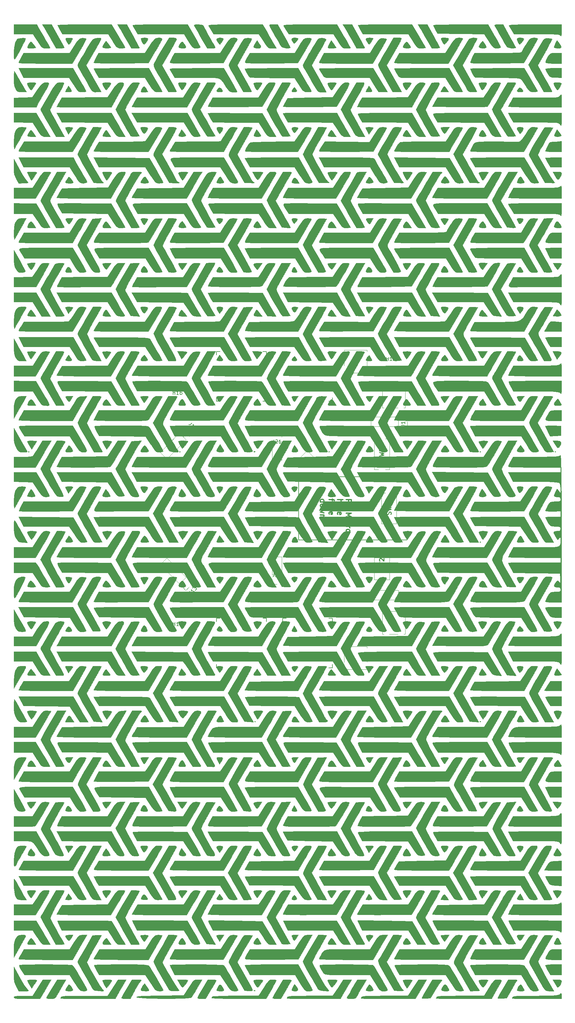
<source format=gbr>
G04 #@! TF.GenerationSoftware,KiCad,Pcbnew,9.0.2*
G04 #@! TF.CreationDate,2025-09-19T15:47:28-04:00*
G04 #@! TF.ProjectId,Trackball,54726163-6b62-4616-9c6c-2e6b69636164,rev?*
G04 #@! TF.SameCoordinates,Original*
G04 #@! TF.FileFunction,Legend,Top*
G04 #@! TF.FilePolarity,Positive*
%FSLAX46Y46*%
G04 Gerber Fmt 4.6, Leading zero omitted, Abs format (unit mm)*
G04 Created by KiCad (PCBNEW 9.0.2) date 2025-09-19 15:47:28*
%MOMM*%
%LPD*%
G01*
G04 APERTURE LIST*
%ADD10C,0.300000*%
%ADD11C,0.150000*%
%ADD12C,0.254000*%
%ADD13C,0.010000*%
%ADD14C,0.120000*%
%ADD15C,0.100000*%
G04 APERTURE END LIST*
D10*
X149843919Y-99154510D02*
X151343919Y-99154510D01*
X151343919Y-99154510D02*
X151343919Y-99725939D01*
X151343919Y-99725939D02*
X151272490Y-99868796D01*
X151272490Y-99868796D02*
X151201062Y-99940225D01*
X151201062Y-99940225D02*
X151058205Y-100011653D01*
X151058205Y-100011653D02*
X150843919Y-100011653D01*
X150843919Y-100011653D02*
X150701062Y-99940225D01*
X150701062Y-99940225D02*
X150629633Y-99868796D01*
X150629633Y-99868796D02*
X150558205Y-99725939D01*
X150558205Y-99725939D02*
X150558205Y-99154510D01*
X149843919Y-100654510D02*
X150843919Y-100654510D01*
X150558205Y-100654510D02*
X150701062Y-100725939D01*
X150701062Y-100725939D02*
X150772490Y-100797368D01*
X150772490Y-100797368D02*
X150843919Y-100940225D01*
X150843919Y-100940225D02*
X150843919Y-101083082D01*
X149843919Y-101797367D02*
X149915348Y-101654510D01*
X149915348Y-101654510D02*
X149986776Y-101583081D01*
X149986776Y-101583081D02*
X150129633Y-101511653D01*
X150129633Y-101511653D02*
X150558205Y-101511653D01*
X150558205Y-101511653D02*
X150701062Y-101583081D01*
X150701062Y-101583081D02*
X150772490Y-101654510D01*
X150772490Y-101654510D02*
X150843919Y-101797367D01*
X150843919Y-101797367D02*
X150843919Y-102011653D01*
X150843919Y-102011653D02*
X150772490Y-102154510D01*
X150772490Y-102154510D02*
X150701062Y-102225939D01*
X150701062Y-102225939D02*
X150558205Y-102297367D01*
X150558205Y-102297367D02*
X150129633Y-102297367D01*
X150129633Y-102297367D02*
X149986776Y-102225939D01*
X149986776Y-102225939D02*
X149915348Y-102154510D01*
X149915348Y-102154510D02*
X149843919Y-102011653D01*
X149843919Y-102011653D02*
X149843919Y-101797367D01*
X149843919Y-102940224D02*
X151343919Y-102940224D01*
X151343919Y-102940224D02*
X150272490Y-103440224D01*
X150272490Y-103440224D02*
X151343919Y-103940224D01*
X151343919Y-103940224D02*
X149843919Y-103940224D01*
X149843919Y-104654510D02*
X150843919Y-104654510D01*
X151343919Y-104654510D02*
X151272490Y-104583082D01*
X151272490Y-104583082D02*
X151201062Y-104654510D01*
X151201062Y-104654510D02*
X151272490Y-104725939D01*
X151272490Y-104725939D02*
X151343919Y-104654510D01*
X151343919Y-104654510D02*
X151201062Y-104654510D01*
X149915348Y-106011654D02*
X149843919Y-105868796D01*
X149843919Y-105868796D02*
X149843919Y-105583082D01*
X149843919Y-105583082D02*
X149915348Y-105440225D01*
X149915348Y-105440225D02*
X149986776Y-105368796D01*
X149986776Y-105368796D02*
X150129633Y-105297368D01*
X150129633Y-105297368D02*
X150558205Y-105297368D01*
X150558205Y-105297368D02*
X150701062Y-105368796D01*
X150701062Y-105368796D02*
X150772490Y-105440225D01*
X150772490Y-105440225D02*
X150843919Y-105583082D01*
X150843919Y-105583082D02*
X150843919Y-105868796D01*
X150843919Y-105868796D02*
X150772490Y-106011654D01*
X149843919Y-106654510D02*
X150843919Y-106654510D01*
X150558205Y-106654510D02*
X150701062Y-106725939D01*
X150701062Y-106725939D02*
X150772490Y-106797368D01*
X150772490Y-106797368D02*
X150843919Y-106940225D01*
X150843919Y-106940225D02*
X150843919Y-107083082D01*
X149843919Y-107797367D02*
X149915348Y-107654510D01*
X149915348Y-107654510D02*
X149986776Y-107583081D01*
X149986776Y-107583081D02*
X150129633Y-107511653D01*
X150129633Y-107511653D02*
X150558205Y-107511653D01*
X150558205Y-107511653D02*
X150701062Y-107583081D01*
X150701062Y-107583081D02*
X150772490Y-107654510D01*
X150772490Y-107654510D02*
X150843919Y-107797367D01*
X150843919Y-107797367D02*
X150843919Y-108011653D01*
X150843919Y-108011653D02*
X150772490Y-108154510D01*
X150772490Y-108154510D02*
X150701062Y-108225939D01*
X150701062Y-108225939D02*
X150558205Y-108297367D01*
X150558205Y-108297367D02*
X150129633Y-108297367D01*
X150129633Y-108297367D02*
X149986776Y-108225939D01*
X149986776Y-108225939D02*
X149915348Y-108154510D01*
X149915348Y-108154510D02*
X149843919Y-108011653D01*
X149843919Y-108011653D02*
X149843919Y-107797367D01*
X147429003Y-99154510D02*
X148929003Y-99154510D01*
X147429003Y-99797368D02*
X148214717Y-99797368D01*
X148214717Y-99797368D02*
X148357574Y-99725939D01*
X148357574Y-99725939D02*
X148429003Y-99583082D01*
X148429003Y-99583082D02*
X148429003Y-99368796D01*
X148429003Y-99368796D02*
X148357574Y-99225939D01*
X148357574Y-99225939D02*
X148286146Y-99154510D01*
X147500432Y-101083082D02*
X147429003Y-100940225D01*
X147429003Y-100940225D02*
X147429003Y-100654511D01*
X147429003Y-100654511D02*
X147500432Y-100511653D01*
X147500432Y-100511653D02*
X147643289Y-100440225D01*
X147643289Y-100440225D02*
X148214717Y-100440225D01*
X148214717Y-100440225D02*
X148357574Y-100511653D01*
X148357574Y-100511653D02*
X148429003Y-100654511D01*
X148429003Y-100654511D02*
X148429003Y-100940225D01*
X148429003Y-100940225D02*
X148357574Y-101083082D01*
X148357574Y-101083082D02*
X148214717Y-101154511D01*
X148214717Y-101154511D02*
X148071860Y-101154511D01*
X148071860Y-101154511D02*
X147929003Y-100440225D01*
X147429003Y-101797367D02*
X148429003Y-101797367D01*
X148143289Y-101797367D02*
X148286146Y-101868796D01*
X148286146Y-101868796D02*
X148357574Y-101940225D01*
X148357574Y-101940225D02*
X148429003Y-102083082D01*
X148429003Y-102083082D02*
X148429003Y-102225939D01*
X147500432Y-103297367D02*
X147429003Y-103154510D01*
X147429003Y-103154510D02*
X147429003Y-102868796D01*
X147429003Y-102868796D02*
X147500432Y-102725938D01*
X147500432Y-102725938D02*
X147643289Y-102654510D01*
X147643289Y-102654510D02*
X148214717Y-102654510D01*
X148214717Y-102654510D02*
X148357574Y-102725938D01*
X148357574Y-102725938D02*
X148429003Y-102868796D01*
X148429003Y-102868796D02*
X148429003Y-103154510D01*
X148429003Y-103154510D02*
X148357574Y-103297367D01*
X148357574Y-103297367D02*
X148214717Y-103368796D01*
X148214717Y-103368796D02*
X148071860Y-103368796D01*
X148071860Y-103368796D02*
X147929003Y-102654510D01*
X146014087Y-98940225D02*
X146014087Y-99511653D01*
X145014087Y-99154510D02*
X146299801Y-99154510D01*
X146299801Y-99154510D02*
X146442658Y-99225939D01*
X146442658Y-99225939D02*
X146514087Y-99368796D01*
X146514087Y-99368796D02*
X146514087Y-99511653D01*
X145014087Y-100654511D02*
X145799801Y-100654511D01*
X145799801Y-100654511D02*
X145942658Y-100583082D01*
X145942658Y-100583082D02*
X146014087Y-100440225D01*
X146014087Y-100440225D02*
X146014087Y-100154511D01*
X146014087Y-100154511D02*
X145942658Y-100011653D01*
X145085516Y-100654511D02*
X145014087Y-100511653D01*
X145014087Y-100511653D02*
X145014087Y-100154511D01*
X145014087Y-100154511D02*
X145085516Y-100011653D01*
X145085516Y-100011653D02*
X145228373Y-99940225D01*
X145228373Y-99940225D02*
X145371230Y-99940225D01*
X145371230Y-99940225D02*
X145514087Y-100011653D01*
X145514087Y-100011653D02*
X145585516Y-100154511D01*
X145585516Y-100154511D02*
X145585516Y-100511653D01*
X145585516Y-100511653D02*
X145656944Y-100654511D01*
X145085516Y-102011654D02*
X145014087Y-101868796D01*
X145014087Y-101868796D02*
X145014087Y-101583082D01*
X145014087Y-101583082D02*
X145085516Y-101440225D01*
X145085516Y-101440225D02*
X145156944Y-101368796D01*
X145156944Y-101368796D02*
X145299801Y-101297368D01*
X145299801Y-101297368D02*
X145728373Y-101297368D01*
X145728373Y-101297368D02*
X145871230Y-101368796D01*
X145871230Y-101368796D02*
X145942658Y-101440225D01*
X145942658Y-101440225D02*
X146014087Y-101583082D01*
X146014087Y-101583082D02*
X146014087Y-101868796D01*
X146014087Y-101868796D02*
X145942658Y-102011654D01*
X145085516Y-103225939D02*
X145014087Y-103083082D01*
X145014087Y-103083082D02*
X145014087Y-102797368D01*
X145014087Y-102797368D02*
X145085516Y-102654510D01*
X145085516Y-102654510D02*
X145228373Y-102583082D01*
X145228373Y-102583082D02*
X145799801Y-102583082D01*
X145799801Y-102583082D02*
X145942658Y-102654510D01*
X145942658Y-102654510D02*
X146014087Y-102797368D01*
X146014087Y-102797368D02*
X146014087Y-103083082D01*
X146014087Y-103083082D02*
X145942658Y-103225939D01*
X145942658Y-103225939D02*
X145799801Y-103297368D01*
X145799801Y-103297368D02*
X145656944Y-103297368D01*
X145656944Y-103297368D02*
X145514087Y-102583082D01*
X142599171Y-99797368D02*
X144099171Y-99797368D01*
X142670600Y-99797368D02*
X142599171Y-99654510D01*
X142599171Y-99654510D02*
X142599171Y-99368796D01*
X142599171Y-99368796D02*
X142670600Y-99225939D01*
X142670600Y-99225939D02*
X142742028Y-99154510D01*
X142742028Y-99154510D02*
X142884885Y-99083082D01*
X142884885Y-99083082D02*
X143313457Y-99083082D01*
X143313457Y-99083082D02*
X143456314Y-99154510D01*
X143456314Y-99154510D02*
X143527742Y-99225939D01*
X143527742Y-99225939D02*
X143599171Y-99368796D01*
X143599171Y-99368796D02*
X143599171Y-99654510D01*
X143599171Y-99654510D02*
X143527742Y-99797368D01*
X142599171Y-100725939D02*
X142670600Y-100583082D01*
X142670600Y-100583082D02*
X142742028Y-100511653D01*
X142742028Y-100511653D02*
X142884885Y-100440225D01*
X142884885Y-100440225D02*
X143313457Y-100440225D01*
X143313457Y-100440225D02*
X143456314Y-100511653D01*
X143456314Y-100511653D02*
X143527742Y-100583082D01*
X143527742Y-100583082D02*
X143599171Y-100725939D01*
X143599171Y-100725939D02*
X143599171Y-100940225D01*
X143599171Y-100940225D02*
X143527742Y-101083082D01*
X143527742Y-101083082D02*
X143456314Y-101154511D01*
X143456314Y-101154511D02*
X143313457Y-101225939D01*
X143313457Y-101225939D02*
X142884885Y-101225939D01*
X142884885Y-101225939D02*
X142742028Y-101154511D01*
X142742028Y-101154511D02*
X142670600Y-101083082D01*
X142670600Y-101083082D02*
X142599171Y-100940225D01*
X142599171Y-100940225D02*
X142599171Y-100725939D01*
X143599171Y-101725939D02*
X142599171Y-102011654D01*
X142599171Y-102011654D02*
X143313457Y-102297368D01*
X143313457Y-102297368D02*
X142599171Y-102583082D01*
X142599171Y-102583082D02*
X143599171Y-102868796D01*
X143599171Y-103440225D02*
X142599171Y-103440225D01*
X143456314Y-103440225D02*
X143527742Y-103511654D01*
X143527742Y-103511654D02*
X143599171Y-103654511D01*
X143599171Y-103654511D02*
X143599171Y-103868797D01*
X143599171Y-103868797D02*
X143527742Y-104011654D01*
X143527742Y-104011654D02*
X143384885Y-104083083D01*
X143384885Y-104083083D02*
X142599171Y-104083083D01*
D11*
X165454819Y-127259523D02*
X166169104Y-127259523D01*
X166169104Y-127259523D02*
X166311961Y-127307142D01*
X166311961Y-127307142D02*
X166407200Y-127402380D01*
X166407200Y-127402380D02*
X166454819Y-127545237D01*
X166454819Y-127545237D02*
X166454819Y-127640475D01*
X166454819Y-126259523D02*
X166454819Y-126830951D01*
X166454819Y-126545237D02*
X165454819Y-126545237D01*
X165454819Y-126545237D02*
X165597676Y-126640475D01*
X165597676Y-126640475D02*
X165692914Y-126735713D01*
X165692914Y-126735713D02*
X165740533Y-126830951D01*
X165550057Y-125878570D02*
X165502438Y-125830951D01*
X165502438Y-125830951D02*
X165454819Y-125735713D01*
X165454819Y-125735713D02*
X165454819Y-125497618D01*
X165454819Y-125497618D02*
X165502438Y-125402380D01*
X165502438Y-125402380D02*
X165550057Y-125354761D01*
X165550057Y-125354761D02*
X165645295Y-125307142D01*
X165645295Y-125307142D02*
X165740533Y-125307142D01*
X165740533Y-125307142D02*
X165883390Y-125354761D01*
X165883390Y-125354761D02*
X166454819Y-125926189D01*
X166454819Y-125926189D02*
X166454819Y-125307142D01*
X165354819Y-78209523D02*
X166069104Y-78209523D01*
X166069104Y-78209523D02*
X166211961Y-78257142D01*
X166211961Y-78257142D02*
X166307200Y-78352380D01*
X166307200Y-78352380D02*
X166354819Y-78495237D01*
X166354819Y-78495237D02*
X166354819Y-78590475D01*
X166354819Y-77209523D02*
X166354819Y-77780951D01*
X166354819Y-77495237D02*
X165354819Y-77495237D01*
X165354819Y-77495237D02*
X165497676Y-77590475D01*
X165497676Y-77590475D02*
X165592914Y-77685713D01*
X165592914Y-77685713D02*
X165640533Y-77780951D01*
X165354819Y-76304761D02*
X165354819Y-76780951D01*
X165354819Y-76780951D02*
X165831009Y-76828570D01*
X165831009Y-76828570D02*
X165783390Y-76780951D01*
X165783390Y-76780951D02*
X165735771Y-76685713D01*
X165735771Y-76685713D02*
X165735771Y-76447618D01*
X165735771Y-76447618D02*
X165783390Y-76352380D01*
X165783390Y-76352380D02*
X165831009Y-76304761D01*
X165831009Y-76304761D02*
X165926247Y-76257142D01*
X165926247Y-76257142D02*
X166164342Y-76257142D01*
X166164342Y-76257142D02*
X166259580Y-76304761D01*
X166259580Y-76304761D02*
X166307200Y-76352380D01*
X166307200Y-76352380D02*
X166354819Y-76447618D01*
X166354819Y-76447618D02*
X166354819Y-76685713D01*
X166354819Y-76685713D02*
X166307200Y-76780951D01*
X166307200Y-76780951D02*
X166259580Y-76828570D01*
X105774714Y-124931655D02*
X106279790Y-125436731D01*
X106279790Y-125436731D02*
X106347134Y-125571418D01*
X106347134Y-125571418D02*
X106347134Y-125706105D01*
X106347134Y-125706105D02*
X106279790Y-125840792D01*
X106279790Y-125840792D02*
X106212447Y-125908136D01*
X107188928Y-124931655D02*
X106784867Y-125335716D01*
X106986897Y-125133685D02*
X106279790Y-124426578D01*
X106279790Y-124426578D02*
X106313462Y-124594937D01*
X106313462Y-124594937D02*
X106313462Y-124729624D01*
X106313462Y-124729624D02*
X106279790Y-124830639D01*
X106717523Y-123988846D02*
X107155256Y-123551113D01*
X107155256Y-123551113D02*
X107188928Y-124056189D01*
X107188928Y-124056189D02*
X107289943Y-123955174D01*
X107289943Y-123955174D02*
X107390958Y-123921502D01*
X107390958Y-123921502D02*
X107458302Y-123921502D01*
X107458302Y-123921502D02*
X107559317Y-123955174D01*
X107559317Y-123955174D02*
X107727676Y-124123533D01*
X107727676Y-124123533D02*
X107761347Y-124224548D01*
X107761347Y-124224548D02*
X107761347Y-124291891D01*
X107761347Y-124291891D02*
X107727676Y-124392907D01*
X107727676Y-124392907D02*
X107525645Y-124594937D01*
X107525645Y-124594937D02*
X107424630Y-124628609D01*
X107424630Y-124628609D02*
X107357286Y-124628609D01*
X101161905Y-69554819D02*
X101161905Y-68554819D01*
X101161905Y-69031009D02*
X101733333Y-69031009D01*
X101733333Y-69554819D02*
X101733333Y-68554819D01*
X102733333Y-69554819D02*
X102161905Y-69554819D01*
X102447619Y-69554819D02*
X102447619Y-68554819D01*
X102447619Y-68554819D02*
X102352381Y-68697676D01*
X102352381Y-68697676D02*
X102257143Y-68792914D01*
X102257143Y-68792914D02*
X102161905Y-68840533D01*
X103590476Y-68554819D02*
X103400000Y-68554819D01*
X103400000Y-68554819D02*
X103304762Y-68602438D01*
X103304762Y-68602438D02*
X103257143Y-68650057D01*
X103257143Y-68650057D02*
X103161905Y-68792914D01*
X103161905Y-68792914D02*
X103114286Y-68983390D01*
X103114286Y-68983390D02*
X103114286Y-69364342D01*
X103114286Y-69364342D02*
X103161905Y-69459580D01*
X103161905Y-69459580D02*
X103209524Y-69507200D01*
X103209524Y-69507200D02*
X103304762Y-69554819D01*
X103304762Y-69554819D02*
X103495238Y-69554819D01*
X103495238Y-69554819D02*
X103590476Y-69507200D01*
X103590476Y-69507200D02*
X103638095Y-69459580D01*
X103638095Y-69459580D02*
X103685714Y-69364342D01*
X103685714Y-69364342D02*
X103685714Y-69126247D01*
X103685714Y-69126247D02*
X103638095Y-69031009D01*
X103638095Y-69031009D02*
X103590476Y-68983390D01*
X103590476Y-68983390D02*
X103495238Y-68935771D01*
X103495238Y-68935771D02*
X103304762Y-68935771D01*
X103304762Y-68935771D02*
X103209524Y-68983390D01*
X103209524Y-68983390D02*
X103161905Y-69031009D01*
X103161905Y-69031009D02*
X103114286Y-69126247D01*
X86161905Y-102054819D02*
X86161905Y-101054819D01*
X86161905Y-101531009D02*
X86733333Y-101531009D01*
X86733333Y-102054819D02*
X86733333Y-101054819D01*
X87733333Y-102054819D02*
X87161905Y-102054819D01*
X87447619Y-102054819D02*
X87447619Y-101054819D01*
X87447619Y-101054819D02*
X87352381Y-101197676D01*
X87352381Y-101197676D02*
X87257143Y-101292914D01*
X87257143Y-101292914D02*
X87161905Y-101340533D01*
X88638095Y-101054819D02*
X88161905Y-101054819D01*
X88161905Y-101054819D02*
X88114286Y-101531009D01*
X88114286Y-101531009D02*
X88161905Y-101483390D01*
X88161905Y-101483390D02*
X88257143Y-101435771D01*
X88257143Y-101435771D02*
X88495238Y-101435771D01*
X88495238Y-101435771D02*
X88590476Y-101483390D01*
X88590476Y-101483390D02*
X88638095Y-101531009D01*
X88638095Y-101531009D02*
X88685714Y-101626247D01*
X88685714Y-101626247D02*
X88685714Y-101864342D01*
X88685714Y-101864342D02*
X88638095Y-101959580D01*
X88638095Y-101959580D02*
X88590476Y-102007200D01*
X88590476Y-102007200D02*
X88495238Y-102054819D01*
X88495238Y-102054819D02*
X88257143Y-102054819D01*
X88257143Y-102054819D02*
X88161905Y-102007200D01*
X88161905Y-102007200D02*
X88114286Y-101959580D01*
X129590476Y-119804819D02*
X129590476Y-120519104D01*
X129590476Y-120519104D02*
X129542857Y-120661961D01*
X129542857Y-120661961D02*
X129447619Y-120757200D01*
X129447619Y-120757200D02*
X129304762Y-120804819D01*
X129304762Y-120804819D02*
X129209524Y-120804819D01*
X130019048Y-119900057D02*
X130066667Y-119852438D01*
X130066667Y-119852438D02*
X130161905Y-119804819D01*
X130161905Y-119804819D02*
X130400000Y-119804819D01*
X130400000Y-119804819D02*
X130495238Y-119852438D01*
X130495238Y-119852438D02*
X130542857Y-119900057D01*
X130542857Y-119900057D02*
X130590476Y-119995295D01*
X130590476Y-119995295D02*
X130590476Y-120090533D01*
X130590476Y-120090533D02*
X130542857Y-120233390D01*
X130542857Y-120233390D02*
X129971429Y-120804819D01*
X129971429Y-120804819D02*
X130590476Y-120804819D01*
X131209524Y-119804819D02*
X131304762Y-119804819D01*
X131304762Y-119804819D02*
X131400000Y-119852438D01*
X131400000Y-119852438D02*
X131447619Y-119900057D01*
X131447619Y-119900057D02*
X131495238Y-119995295D01*
X131495238Y-119995295D02*
X131542857Y-120185771D01*
X131542857Y-120185771D02*
X131542857Y-120423866D01*
X131542857Y-120423866D02*
X131495238Y-120614342D01*
X131495238Y-120614342D02*
X131447619Y-120709580D01*
X131447619Y-120709580D02*
X131400000Y-120757200D01*
X131400000Y-120757200D02*
X131304762Y-120804819D01*
X131304762Y-120804819D02*
X131209524Y-120804819D01*
X131209524Y-120804819D02*
X131114286Y-120757200D01*
X131114286Y-120757200D02*
X131066667Y-120709580D01*
X131066667Y-120709580D02*
X131019048Y-120614342D01*
X131019048Y-120614342D02*
X130971429Y-120423866D01*
X130971429Y-120423866D02*
X130971429Y-120185771D01*
X130971429Y-120185771D02*
X131019048Y-119995295D01*
X131019048Y-119995295D02*
X131066667Y-119900057D01*
X131066667Y-119900057D02*
X131114286Y-119852438D01*
X131114286Y-119852438D02*
X131209524Y-119804819D01*
D12*
X162413842Y-103293333D02*
X162474318Y-103111904D01*
X162474318Y-103111904D02*
X162474318Y-102809523D01*
X162474318Y-102809523D02*
X162413842Y-102688571D01*
X162413842Y-102688571D02*
X162353365Y-102628095D01*
X162353365Y-102628095D02*
X162232413Y-102567618D01*
X162232413Y-102567618D02*
X162111461Y-102567618D01*
X162111461Y-102567618D02*
X161990508Y-102628095D01*
X161990508Y-102628095D02*
X161930032Y-102688571D01*
X161930032Y-102688571D02*
X161869556Y-102809523D01*
X161869556Y-102809523D02*
X161809080Y-103051428D01*
X161809080Y-103051428D02*
X161748603Y-103172380D01*
X161748603Y-103172380D02*
X161688127Y-103232857D01*
X161688127Y-103232857D02*
X161567175Y-103293333D01*
X161567175Y-103293333D02*
X161446222Y-103293333D01*
X161446222Y-103293333D02*
X161325270Y-103232857D01*
X161325270Y-103232857D02*
X161264794Y-103172380D01*
X161264794Y-103172380D02*
X161204318Y-103051428D01*
X161204318Y-103051428D02*
X161204318Y-102749047D01*
X161204318Y-102749047D02*
X161264794Y-102567618D01*
X161204318Y-102144285D02*
X162474318Y-101841904D01*
X162474318Y-101841904D02*
X161567175Y-101599999D01*
X161567175Y-101599999D02*
X162474318Y-101358094D01*
X162474318Y-101358094D02*
X161204318Y-101055714D01*
X162474318Y-99906665D02*
X162474318Y-100632380D01*
X162474318Y-100269523D02*
X161204318Y-100269523D01*
X161204318Y-100269523D02*
X161385746Y-100390475D01*
X161385746Y-100390475D02*
X161506699Y-100511427D01*
X161506699Y-100511427D02*
X161567175Y-100632380D01*
D11*
X161209105Y-144080919D02*
X161209105Y-143080919D01*
X161209105Y-143557109D02*
X161780533Y-143557109D01*
X161780533Y-144080919D02*
X161780533Y-143080919D01*
X162780533Y-144080919D02*
X162209105Y-144080919D01*
X162494819Y-144080919D02*
X162494819Y-143080919D01*
X162494819Y-143080919D02*
X162399581Y-143223776D01*
X162399581Y-143223776D02*
X162304343Y-143319014D01*
X162304343Y-143319014D02*
X162209105Y-143366633D01*
X163161486Y-143176157D02*
X163209105Y-143128538D01*
X163209105Y-143128538D02*
X163304343Y-143080919D01*
X163304343Y-143080919D02*
X163542438Y-143080919D01*
X163542438Y-143080919D02*
X163637676Y-143128538D01*
X163637676Y-143128538D02*
X163685295Y-143176157D01*
X163685295Y-143176157D02*
X163732914Y-143271395D01*
X163732914Y-143271395D02*
X163732914Y-143366633D01*
X163732914Y-143366633D02*
X163685295Y-143509490D01*
X163685295Y-143509490D02*
X163113867Y-144080919D01*
X163113867Y-144080919D02*
X163732914Y-144080919D01*
X129590476Y-82304819D02*
X129590476Y-83019104D01*
X129590476Y-83019104D02*
X129542857Y-83161961D01*
X129542857Y-83161961D02*
X129447619Y-83257200D01*
X129447619Y-83257200D02*
X129304762Y-83304819D01*
X129304762Y-83304819D02*
X129209524Y-83304819D01*
X130019048Y-82400057D02*
X130066667Y-82352438D01*
X130066667Y-82352438D02*
X130161905Y-82304819D01*
X130161905Y-82304819D02*
X130400000Y-82304819D01*
X130400000Y-82304819D02*
X130495238Y-82352438D01*
X130495238Y-82352438D02*
X130542857Y-82400057D01*
X130542857Y-82400057D02*
X130590476Y-82495295D01*
X130590476Y-82495295D02*
X130590476Y-82590533D01*
X130590476Y-82590533D02*
X130542857Y-82733390D01*
X130542857Y-82733390D02*
X129971429Y-83304819D01*
X129971429Y-83304819D02*
X130590476Y-83304819D01*
X131542857Y-83304819D02*
X130971429Y-83304819D01*
X131257143Y-83304819D02*
X131257143Y-82304819D01*
X131257143Y-82304819D02*
X131161905Y-82447676D01*
X131161905Y-82447676D02*
X131066667Y-82542914D01*
X131066667Y-82542914D02*
X130971429Y-82590533D01*
X101161905Y-134604819D02*
X101161905Y-133604819D01*
X101161905Y-134081009D02*
X101733333Y-134081009D01*
X101733333Y-134604819D02*
X101733333Y-133604819D01*
X102733333Y-134604819D02*
X102161905Y-134604819D01*
X102447619Y-134604819D02*
X102447619Y-133604819D01*
X102447619Y-133604819D02*
X102352381Y-133747676D01*
X102352381Y-133747676D02*
X102257143Y-133842914D01*
X102257143Y-133842914D02*
X102161905Y-133890533D01*
X103590476Y-133938152D02*
X103590476Y-134604819D01*
X103352381Y-133557200D02*
X103114286Y-134271485D01*
X103114286Y-134271485D02*
X103733333Y-134271485D01*
X106551767Y-77503393D02*
X106046691Y-78008469D01*
X106046691Y-78008469D02*
X105912004Y-78075813D01*
X105912004Y-78075813D02*
X105777317Y-78075813D01*
X105777317Y-78075813D02*
X105642630Y-78008469D01*
X105642630Y-78008469D02*
X105575286Y-77941126D01*
X106551767Y-78917607D02*
X106147706Y-78513546D01*
X106349737Y-78715576D02*
X107056844Y-78008469D01*
X107056844Y-78008469D02*
X106888485Y-78042141D01*
X106888485Y-78042141D02*
X106753798Y-78042141D01*
X106753798Y-78042141D02*
X106652783Y-78008469D01*
X107696607Y-78648233D02*
X107763950Y-78715576D01*
X107763950Y-78715576D02*
X107797622Y-78816591D01*
X107797622Y-78816591D02*
X107797622Y-78883935D01*
X107797622Y-78883935D02*
X107763950Y-78984950D01*
X107763950Y-78984950D02*
X107662935Y-79153309D01*
X107662935Y-79153309D02*
X107494576Y-79321668D01*
X107494576Y-79321668D02*
X107326218Y-79422683D01*
X107326218Y-79422683D02*
X107225202Y-79456355D01*
X107225202Y-79456355D02*
X107157859Y-79456355D01*
X107157859Y-79456355D02*
X107056844Y-79422683D01*
X107056844Y-79422683D02*
X106989500Y-79355339D01*
X106989500Y-79355339D02*
X106955828Y-79254324D01*
X106955828Y-79254324D02*
X106955828Y-79186981D01*
X106955828Y-79186981D02*
X106989500Y-79085965D01*
X106989500Y-79085965D02*
X107090515Y-78917607D01*
X107090515Y-78917607D02*
X107258874Y-78749248D01*
X107258874Y-78749248D02*
X107427233Y-78648233D01*
X107427233Y-78648233D02*
X107528248Y-78614561D01*
X107528248Y-78614561D02*
X107595592Y-78614561D01*
X107595592Y-78614561D02*
X107696607Y-78648233D01*
X161164705Y-60054819D02*
X161164705Y-59054819D01*
X161164705Y-59531009D02*
X161736133Y-59531009D01*
X161736133Y-60054819D02*
X161736133Y-59054819D01*
X162736133Y-60054819D02*
X162164705Y-60054819D01*
X162450419Y-60054819D02*
X162450419Y-59054819D01*
X162450419Y-59054819D02*
X162355181Y-59197676D01*
X162355181Y-59197676D02*
X162259943Y-59292914D01*
X162259943Y-59292914D02*
X162164705Y-59340533D01*
X163069467Y-59054819D02*
X163688514Y-59054819D01*
X163688514Y-59054819D02*
X163355181Y-59435771D01*
X163355181Y-59435771D02*
X163498038Y-59435771D01*
X163498038Y-59435771D02*
X163593276Y-59483390D01*
X163593276Y-59483390D02*
X163640895Y-59531009D01*
X163640895Y-59531009D02*
X163688514Y-59626247D01*
X163688514Y-59626247D02*
X163688514Y-59864342D01*
X163688514Y-59864342D02*
X163640895Y-59959580D01*
X163640895Y-59959580D02*
X163593276Y-60007200D01*
X163593276Y-60007200D02*
X163498038Y-60054819D01*
X163498038Y-60054819D02*
X163212324Y-60054819D01*
X163212324Y-60054819D02*
X163117086Y-60007200D01*
X163117086Y-60007200D02*
X163069467Y-59959580D01*
D12*
X160413842Y-88043333D02*
X160474318Y-87861904D01*
X160474318Y-87861904D02*
X160474318Y-87559523D01*
X160474318Y-87559523D02*
X160413842Y-87438571D01*
X160413842Y-87438571D02*
X160353365Y-87378095D01*
X160353365Y-87378095D02*
X160232413Y-87317618D01*
X160232413Y-87317618D02*
X160111461Y-87317618D01*
X160111461Y-87317618D02*
X159990508Y-87378095D01*
X159990508Y-87378095D02*
X159930032Y-87438571D01*
X159930032Y-87438571D02*
X159869556Y-87559523D01*
X159869556Y-87559523D02*
X159809080Y-87801428D01*
X159809080Y-87801428D02*
X159748603Y-87922380D01*
X159748603Y-87922380D02*
X159688127Y-87982857D01*
X159688127Y-87982857D02*
X159567175Y-88043333D01*
X159567175Y-88043333D02*
X159446222Y-88043333D01*
X159446222Y-88043333D02*
X159325270Y-87982857D01*
X159325270Y-87982857D02*
X159264794Y-87922380D01*
X159264794Y-87922380D02*
X159204318Y-87801428D01*
X159204318Y-87801428D02*
X159204318Y-87499047D01*
X159204318Y-87499047D02*
X159264794Y-87317618D01*
X159204318Y-86894285D02*
X160474318Y-86591904D01*
X160474318Y-86591904D02*
X159567175Y-86349999D01*
X159567175Y-86349999D02*
X160474318Y-86108094D01*
X160474318Y-86108094D02*
X159204318Y-85805714D01*
X159204318Y-85442856D02*
X159204318Y-84656665D01*
X159204318Y-84656665D02*
X159688127Y-85079999D01*
X159688127Y-85079999D02*
X159688127Y-84898570D01*
X159688127Y-84898570D02*
X159748603Y-84777618D01*
X159748603Y-84777618D02*
X159809080Y-84717142D01*
X159809080Y-84717142D02*
X159930032Y-84656665D01*
X159930032Y-84656665D02*
X160232413Y-84656665D01*
X160232413Y-84656665D02*
X160353365Y-84717142D01*
X160353365Y-84717142D02*
X160413842Y-84777618D01*
X160413842Y-84777618D02*
X160474318Y-84898570D01*
X160474318Y-84898570D02*
X160474318Y-85261427D01*
X160474318Y-85261427D02*
X160413842Y-85382380D01*
X160413842Y-85382380D02*
X160353365Y-85442856D01*
D11*
X139328796Y-88250201D02*
X139833872Y-88755277D01*
X139833872Y-88755277D02*
X139901216Y-88889964D01*
X139901216Y-88889964D02*
X139901216Y-89024651D01*
X139901216Y-89024651D02*
X139833872Y-89159338D01*
X139833872Y-89159338D02*
X139766529Y-89226682D01*
X140743010Y-88250201D02*
X140338949Y-88654262D01*
X140540979Y-88452231D02*
X139833872Y-87745124D01*
X139833872Y-87745124D02*
X139867544Y-87913483D01*
X139867544Y-87913483D02*
X139867544Y-88048170D01*
X139867544Y-88048170D02*
X139833872Y-88149185D01*
D12*
X160413842Y-119043333D02*
X160474318Y-118861904D01*
X160474318Y-118861904D02*
X160474318Y-118559523D01*
X160474318Y-118559523D02*
X160413842Y-118438571D01*
X160413842Y-118438571D02*
X160353365Y-118378095D01*
X160353365Y-118378095D02*
X160232413Y-118317618D01*
X160232413Y-118317618D02*
X160111461Y-118317618D01*
X160111461Y-118317618D02*
X159990508Y-118378095D01*
X159990508Y-118378095D02*
X159930032Y-118438571D01*
X159930032Y-118438571D02*
X159869556Y-118559523D01*
X159869556Y-118559523D02*
X159809080Y-118801428D01*
X159809080Y-118801428D02*
X159748603Y-118922380D01*
X159748603Y-118922380D02*
X159688127Y-118982857D01*
X159688127Y-118982857D02*
X159567175Y-119043333D01*
X159567175Y-119043333D02*
X159446222Y-119043333D01*
X159446222Y-119043333D02*
X159325270Y-118982857D01*
X159325270Y-118982857D02*
X159264794Y-118922380D01*
X159264794Y-118922380D02*
X159204318Y-118801428D01*
X159204318Y-118801428D02*
X159204318Y-118499047D01*
X159204318Y-118499047D02*
X159264794Y-118317618D01*
X159204318Y-117894285D02*
X160474318Y-117591904D01*
X160474318Y-117591904D02*
X159567175Y-117349999D01*
X159567175Y-117349999D02*
X160474318Y-117108094D01*
X160474318Y-117108094D02*
X159204318Y-116805714D01*
X159325270Y-116382380D02*
X159264794Y-116321904D01*
X159264794Y-116321904D02*
X159204318Y-116200951D01*
X159204318Y-116200951D02*
X159204318Y-115898570D01*
X159204318Y-115898570D02*
X159264794Y-115777618D01*
X159264794Y-115777618D02*
X159325270Y-115717142D01*
X159325270Y-115717142D02*
X159446222Y-115656665D01*
X159446222Y-115656665D02*
X159567175Y-115656665D01*
X159567175Y-115656665D02*
X159748603Y-115717142D01*
X159748603Y-115717142D02*
X160474318Y-116442856D01*
X160474318Y-116442856D02*
X160474318Y-115656665D01*
D13*
X208797895Y-85639474D02*
X208664211Y-85773158D01*
X208530527Y-85639474D01*
X208664211Y-85505790D01*
X208797895Y-85639474D01*
G36*
X208797895Y-85639474D02*
G01*
X208664211Y-85773158D01*
X208530527Y-85639474D01*
X208664211Y-85505790D01*
X208797895Y-85639474D01*
G37*
X187675790Y-85639474D02*
X187542105Y-85773158D01*
X187408421Y-85639474D01*
X187542105Y-85505790D01*
X187675790Y-85639474D01*
G36*
X187675790Y-85639474D02*
G01*
X187542105Y-85773158D01*
X187408421Y-85639474D01*
X187542105Y-85505790D01*
X187675790Y-85639474D01*
G37*
X145164211Y-85639474D02*
X145030527Y-85773158D01*
X144896842Y-85639474D01*
X145030527Y-85505790D01*
X145164211Y-85639474D01*
G36*
X145164211Y-85639474D02*
G01*
X145030527Y-85773158D01*
X144896842Y-85639474D01*
X145030527Y-85505790D01*
X145164211Y-85639474D01*
G37*
X103187369Y-85639474D02*
X103053684Y-85773158D01*
X102920000Y-85639474D01*
X103053684Y-85505790D01*
X103187369Y-85639474D01*
G36*
X103187369Y-85639474D02*
G01*
X103053684Y-85773158D01*
X102920000Y-85639474D01*
X103053684Y-85505790D01*
X103187369Y-85639474D01*
G37*
X60675790Y-85639474D02*
X60542105Y-85773158D01*
X60408421Y-85639474D01*
X60542105Y-85505790D01*
X60675790Y-85639474D01*
G36*
X60675790Y-85639474D02*
G01*
X60542105Y-85773158D01*
X60408421Y-85639474D01*
X60542105Y-85505790D01*
X60675790Y-85639474D01*
G37*
X187675790Y-111039474D02*
X187542105Y-111173158D01*
X187408421Y-111039474D01*
X187542105Y-110905790D01*
X187675790Y-111039474D01*
G36*
X187675790Y-111039474D02*
G01*
X187542105Y-111173158D01*
X187408421Y-111039474D01*
X187542105Y-110905790D01*
X187675790Y-111039474D01*
G37*
X187675790Y-161572105D02*
X187542105Y-161705790D01*
X187408421Y-161572105D01*
X187542105Y-161438421D01*
X187675790Y-161572105D01*
G36*
X187675790Y-161572105D02*
G01*
X187542105Y-161705790D01*
X187408421Y-161572105D01*
X187542105Y-161438421D01*
X187675790Y-161572105D01*
G37*
X124309474Y-161572105D02*
X124175790Y-161705790D01*
X124042105Y-161572105D01*
X124175790Y-161438421D01*
X124309474Y-161572105D01*
G36*
X124309474Y-161572105D02*
G01*
X124175790Y-161705790D01*
X124042105Y-161572105D01*
X124175790Y-161438421D01*
X124309474Y-161572105D01*
G37*
X124262180Y-85603615D02*
X124220351Y-85684035D01*
X123903047Y-85716034D01*
X123863860Y-85684035D01*
X123900561Y-85525085D01*
X124042105Y-85505790D01*
X124262180Y-85603615D01*
G36*
X124262180Y-85603615D02*
G01*
X124220351Y-85684035D01*
X123903047Y-85716034D01*
X123863860Y-85684035D01*
X123900561Y-85525085D01*
X124042105Y-85505790D01*
X124262180Y-85603615D01*
G37*
X124262180Y-237201510D02*
X124220351Y-237281930D01*
X123903047Y-237313929D01*
X123863860Y-237281930D01*
X123900561Y-237122980D01*
X124042105Y-237103684D01*
X124262180Y-237201510D01*
G36*
X124262180Y-237201510D02*
G01*
X124220351Y-237281930D01*
X123903047Y-237313929D01*
X123863860Y-237281930D01*
X123900561Y-237122980D01*
X124042105Y-237103684D01*
X124262180Y-237201510D01*
G37*
X210015137Y-57498212D02*
X210359662Y-57735855D01*
X210250238Y-58204023D01*
X209766354Y-58891779D01*
X209133259Y-59683032D01*
X208559090Y-58557569D01*
X207984922Y-57432105D01*
X209193514Y-57432105D01*
X210015137Y-57498212D01*
G36*
X210015137Y-57498212D02*
G01*
X210359662Y-57735855D01*
X210250238Y-58204023D01*
X209766354Y-58891779D01*
X209133259Y-59683032D01*
X208559090Y-58557569D01*
X207984922Y-57432105D01*
X209193514Y-57432105D01*
X210015137Y-57498212D01*
G37*
X189094590Y-58254767D02*
X188594164Y-59024907D01*
X188218385Y-59320751D01*
X187873236Y-59155989D01*
X187464697Y-58544308D01*
X187437434Y-58496040D01*
X186839469Y-57432105D01*
X189577601Y-57432105D01*
X189094590Y-58254767D01*
G36*
X189094590Y-58254767D02*
G01*
X188594164Y-59024907D01*
X188218385Y-59320751D01*
X187873236Y-59155989D01*
X187464697Y-58544308D01*
X187437434Y-58496040D01*
X186839469Y-57432105D01*
X189577601Y-57432105D01*
X189094590Y-58254767D01*
G37*
X199278691Y-210848158D02*
X199721101Y-211703684D01*
X198778445Y-211703684D01*
X198087709Y-211637754D01*
X197874172Y-211394337D01*
X198110140Y-210904998D01*
X198336036Y-210610410D01*
X198836282Y-209992633D01*
X199278691Y-210848158D01*
G36*
X199278691Y-210848158D02*
G01*
X199721101Y-211703684D01*
X198778445Y-211703684D01*
X198087709Y-211637754D01*
X197874172Y-211394337D01*
X198110140Y-210904998D01*
X198336036Y-210610410D01*
X198836282Y-209992633D01*
X199278691Y-210848158D01*
G37*
X104459827Y-185097217D02*
X104046273Y-185677707D01*
X103739739Y-186005914D01*
X103681673Y-186033006D01*
X103449724Y-185826972D01*
X103082494Y-185308412D01*
X102955427Y-185100526D01*
X102403298Y-184164737D01*
X105063864Y-184164737D01*
X104459827Y-185097217D01*
G36*
X104459827Y-185097217D02*
G01*
X104046273Y-185677707D01*
X103739739Y-186005914D01*
X103681673Y-186033006D01*
X103449724Y-185826972D01*
X103082494Y-185308412D01*
X102955427Y-185100526D01*
X102403298Y-184164737D01*
X105063864Y-184164737D01*
X104459827Y-185097217D01*
G37*
X115011401Y30738466D02*
X115300227Y30507094D01*
X115146806Y30032836D01*
X114897614Y29654212D01*
X114324710Y28849643D01*
X113836039Y29453126D01*
X113401313Y30146341D01*
X113434232Y30586045D01*
X113938500Y30784626D01*
X114238597Y30799474D01*
X115011401Y30738466D01*
G36*
X115011401Y30738466D02*
G01*
X115300227Y30507094D01*
X115146806Y30032836D01*
X114897614Y29654212D01*
X114324710Y28849643D01*
X113836039Y29453126D01*
X113401313Y30146341D01*
X113434232Y30586045D01*
X113938500Y30784626D01*
X114238597Y30799474D01*
X115011401Y30738466D01*
G37*
X209754505Y29295167D02*
X210264870Y28569629D01*
X210341128Y28123986D01*
X209967755Y27905375D01*
X209332632Y27858421D01*
X208622364Y27915796D01*
X208330785Y28150244D01*
X208418227Y28655251D01*
X208723008Y29295167D01*
X209126135Y30063493D01*
X209754505Y29295167D01*
G36*
X209754505Y29295167D02*
G01*
X210264870Y28569629D01*
X210341128Y28123986D01*
X209967755Y27905375D01*
X209332632Y27858421D01*
X208622364Y27915796D01*
X208330785Y28150244D01*
X208418227Y28655251D01*
X208723008Y29295167D01*
X209126135Y30063493D01*
X209754505Y29295167D01*
G37*
X125345167Y29242704D02*
X125794660Y28513497D01*
X125837226Y28087904D01*
X125446965Y27894358D01*
X124844211Y27858421D01*
X124099713Y27930864D01*
X123807730Y28194260D01*
X123940786Y28717713D01*
X124277455Y29283978D01*
X124776649Y30041114D01*
X125345167Y29242704D01*
G36*
X125345167Y29242704D02*
G01*
X125794660Y28513497D01*
X125837226Y28087904D01*
X125446965Y27894358D01*
X124844211Y27858421D01*
X124099713Y27930864D01*
X123807730Y28194260D01*
X123940786Y28717713D01*
X124277455Y29283978D01*
X124776649Y30041114D01*
X125345167Y29242704D01*
G37*
X188735666Y29195263D02*
X189190900Y28503635D01*
X189199299Y28084308D01*
X188741770Y27888683D01*
X188210527Y27858421D01*
X187438385Y27951515D01*
X187150585Y28250246D01*
X187335696Y28783788D01*
X187672138Y29232485D01*
X188203223Y29863684D01*
X188735666Y29195263D01*
G36*
X188735666Y29195263D02*
G01*
X189190900Y28503635D01*
X189199299Y28084308D01*
X188741770Y27888683D01*
X188210527Y27858421D01*
X187438385Y27951515D01*
X187150585Y28250246D01*
X187335696Y28783788D01*
X187672138Y29232485D01*
X188203223Y29863684D01*
X188735666Y29195263D01*
G37*
X199099565Y16589419D02*
X199447969Y16079320D01*
X199576206Y15734218D01*
X199383176Y15588841D01*
X198780986Y15559474D01*
X198090736Y15613629D01*
X197880330Y15828482D01*
X198101216Y16282610D01*
X198227556Y16455195D01*
X198664229Y16783201D01*
X199099565Y16589419D01*
G36*
X199099565Y16589419D02*
G01*
X199447969Y16079320D01*
X199576206Y15734218D01*
X199383176Y15588841D01*
X198780986Y15559474D01*
X198090736Y15613629D01*
X197880330Y15828482D01*
X198101216Y16282610D01*
X198227556Y16455195D01*
X198664229Y16783201D01*
X199099565Y16589419D01*
G37*
X114611144Y16589419D02*
X114959548Y16079320D01*
X115087785Y15734218D01*
X114894755Y15588841D01*
X114292565Y15559474D01*
X113602315Y15613629D01*
X113391908Y15828482D01*
X113612795Y16282610D01*
X113739135Y16455195D01*
X114175807Y16783201D01*
X114611144Y16589419D01*
G36*
X114611144Y16589419D02*
G01*
X114959548Y16079320D01*
X115087785Y15734218D01*
X114894755Y15588841D01*
X114292565Y15559474D01*
X113602315Y15613629D01*
X113391908Y15828482D01*
X113612795Y16282610D01*
X113739135Y16455195D01*
X114175807Y16783201D01*
X114611144Y16589419D01*
G37*
X93453671Y16685031D02*
X93636119Y16390594D01*
X94092795Y15617504D01*
X93142798Y15506598D01*
X92402783Y15465635D01*
X92116930Y15628269D01*
X92218718Y16076306D01*
X92392378Y16429457D01*
X92762317Y17005515D01*
X93081713Y17091780D01*
X93453671Y16685031D01*
G36*
X93453671Y16685031D02*
G01*
X93636119Y16390594D01*
X94092795Y15617504D01*
X93142798Y15506598D01*
X92402783Y15465635D01*
X92116930Y15628269D01*
X92218718Y16076306D01*
X92392378Y16429457D01*
X92762317Y17005515D01*
X93081713Y17091780D01*
X93453671Y16685031D01*
G37*
X199459465Y5572425D02*
X199679865Y5262713D01*
X199446329Y4698013D01*
X199213680Y4372052D01*
X198731881Y3745683D01*
X198283835Y4429487D01*
X197909404Y5117540D01*
X197940385Y5500347D01*
X198406423Y5653111D01*
X198771579Y5666842D01*
X199459465Y5572425D01*
G36*
X199459465Y5572425D02*
G01*
X199679865Y5262713D01*
X199446329Y4698013D01*
X199213680Y4372052D01*
X198731881Y3745683D01*
X198283835Y4429487D01*
X197909404Y5117540D01*
X197940385Y5500347D01*
X198406423Y5653111D01*
X198771579Y5666842D01*
X199459465Y5572425D01*
G37*
X114971044Y5572425D02*
X115191443Y5262713D01*
X114957908Y4698013D01*
X114725259Y4372052D01*
X114243460Y3745683D01*
X113795414Y4429487D01*
X113420983Y5117540D01*
X113451964Y5500347D01*
X113918002Y5653111D01*
X114283158Y5666842D01*
X114971044Y5572425D01*
G36*
X114971044Y5572425D02*
G01*
X115191443Y5262713D01*
X114957908Y4698013D01*
X114725259Y4372052D01*
X114243460Y3745683D01*
X113795414Y4429487D01*
X113420983Y5117540D01*
X113451964Y5500347D01*
X113918002Y5653111D01*
X114283158Y5666842D01*
X114971044Y5572425D01*
G37*
X209769519Y4233501D02*
X210264200Y3575656D01*
X210325124Y3194339D01*
X209928957Y3023303D01*
X209332632Y2993158D01*
X208611632Y3027201D01*
X208332538Y3205816D01*
X208435315Y3643730D01*
X208710750Y4181569D01*
X209136932Y4968927D01*
X209769519Y4233501D01*
G36*
X209769519Y4233501D02*
G01*
X210264200Y3575656D01*
X210325124Y3194339D01*
X209928957Y3023303D01*
X209332632Y2993158D01*
X208611632Y3027201D01*
X208332538Y3205816D01*
X208435315Y3643730D01*
X208710750Y4181569D01*
X209136932Y4968927D01*
X209769519Y4233501D01*
G37*
X104158993Y4233501D02*
X104653674Y3575656D01*
X104714598Y3194339D01*
X104318430Y3023303D01*
X103722105Y2993158D01*
X103001106Y3027201D01*
X102722012Y3205816D01*
X102824789Y3643730D01*
X103100224Y4181569D01*
X103526406Y4968927D01*
X104158993Y4233501D01*
G36*
X104158993Y4233501D02*
G01*
X104653674Y3575656D01*
X104714598Y3194339D01*
X104318430Y3023303D01*
X103722105Y2993158D01*
X103001106Y3027201D01*
X102722012Y3205816D01*
X102824789Y3643730D01*
X103100224Y4181569D01*
X103526406Y4968927D01*
X104158993Y4233501D01*
G37*
X135588566Y-8607681D02*
X136063170Y-9140807D01*
X136164838Y-9305790D01*
X136638653Y-10107895D01*
X135554064Y-10107895D01*
X134822398Y-10073209D01*
X134541837Y-9896324D01*
X134629764Y-9468000D01*
X134795796Y-9105263D01*
X135174561Y-8597071D01*
X135588566Y-8607681D01*
G36*
X135588566Y-8607681D02*
G01*
X136063170Y-9140807D01*
X136164838Y-9305790D01*
X136638653Y-10107895D01*
X135554064Y-10107895D01*
X134822398Y-10073209D01*
X134541837Y-9896324D01*
X134629764Y-9468000D01*
X134795796Y-9105263D01*
X135174561Y-8597071D01*
X135588566Y-8607681D01*
G37*
X157019575Y-20802632D02*
X156608546Y-21410804D01*
X156293851Y-21547272D01*
X155948876Y-21226373D01*
X155756013Y-20945723D01*
X155418392Y-20379755D01*
X155427179Y-20101543D01*
X155852757Y-20009178D01*
X156408800Y-20000526D01*
X157493390Y-20000526D01*
X157019575Y-20802632D01*
G36*
X157019575Y-20802632D02*
G01*
X156608546Y-21410804D01*
X156293851Y-21547272D01*
X155948876Y-21226373D01*
X155756013Y-20945723D01*
X155418392Y-20379755D01*
X155427179Y-20101543D01*
X155852757Y-20009178D01*
X156408800Y-20000526D01*
X157493390Y-20000526D01*
X157019575Y-20802632D01*
G37*
X72531154Y-20802632D02*
X72120125Y-21410804D01*
X71805430Y-21547272D01*
X71460455Y-21226373D01*
X71267592Y-20945723D01*
X70929971Y-20379755D01*
X70938758Y-20101543D01*
X71364336Y-20009178D01*
X71920379Y-20000526D01*
X73004969Y-20000526D01*
X72531154Y-20802632D01*
G36*
X72531154Y-20802632D02*
G01*
X72120125Y-21410804D01*
X71805430Y-21547272D01*
X71460455Y-21226373D01*
X71267592Y-20945723D01*
X70929971Y-20379755D01*
X70938758Y-20101543D01*
X71364336Y-20009178D01*
X71920379Y-20000526D01*
X73004969Y-20000526D01*
X72531154Y-20802632D01*
G37*
X167324472Y-21313930D02*
X167663121Y-21809832D01*
X168210407Y-22674211D01*
X166980993Y-22674211D01*
X166179059Y-22644830D01*
X165839438Y-22487679D01*
X165890258Y-22099240D01*
X166180544Y-21521350D01*
X166549481Y-20995405D01*
X166902940Y-20920846D01*
X167324472Y-21313930D01*
G36*
X167324472Y-21313930D02*
G01*
X167663121Y-21809832D01*
X168210407Y-22674211D01*
X166980993Y-22674211D01*
X166179059Y-22644830D01*
X165839438Y-22487679D01*
X165890258Y-22099240D01*
X166180544Y-21521350D01*
X166549481Y-20995405D01*
X166902940Y-20920846D01*
X167324472Y-21313930D01*
G37*
X146202366Y-21313930D02*
X146541016Y-21809832D01*
X147088302Y-22674211D01*
X145858888Y-22674211D01*
X145056953Y-22644830D01*
X144717333Y-22487679D01*
X144768153Y-22099240D01*
X145058439Y-21521350D01*
X145427376Y-20995405D01*
X145780835Y-20920846D01*
X146202366Y-21313930D01*
G36*
X146202366Y-21313930D02*
G01*
X146541016Y-21809832D01*
X147088302Y-22674211D01*
X145858888Y-22674211D01*
X145056953Y-22644830D01*
X144717333Y-22487679D01*
X144768153Y-22099240D01*
X145058439Y-21521350D01*
X145427376Y-20995405D01*
X145780835Y-20920846D01*
X146202366Y-21313930D01*
G37*
X82836051Y-21313930D02*
X83174700Y-21809832D01*
X83721986Y-22674211D01*
X82492572Y-22674211D01*
X81690638Y-22644830D01*
X81351017Y-22487679D01*
X81401837Y-22099240D01*
X81692123Y-21521350D01*
X82061060Y-20995405D01*
X82414519Y-20920846D01*
X82836051Y-21313930D01*
G36*
X82836051Y-21313930D02*
G01*
X83174700Y-21809832D01*
X83721986Y-22674211D01*
X82492572Y-22674211D01*
X81690638Y-22644830D01*
X81351017Y-22487679D01*
X81401837Y-22099240D01*
X81692123Y-21521350D01*
X82061060Y-20995405D01*
X82414519Y-20920846D01*
X82836051Y-21313930D01*
G37*
X61713945Y-21313930D02*
X62052595Y-21809832D01*
X62599881Y-22674211D01*
X61370467Y-22674211D01*
X60568532Y-22644830D01*
X60228912Y-22487679D01*
X60279732Y-22099240D01*
X60570018Y-21521350D01*
X60938955Y-20995405D01*
X61292414Y-20920846D01*
X61713945Y-21313930D01*
G36*
X61713945Y-21313930D02*
G01*
X62052595Y-21809832D01*
X62599881Y-22674211D01*
X61370467Y-22674211D01*
X60568532Y-22644830D01*
X60228912Y-22487679D01*
X60279732Y-22099240D01*
X60570018Y-21521350D01*
X60938955Y-20995405D01*
X61292414Y-20920846D01*
X61713945Y-21313930D01*
G37*
X157124537Y-44905409D02*
X157395278Y-45082536D01*
X157237016Y-45484574D01*
X156811631Y-46040091D01*
X156179335Y-46813341D01*
X155751773Y-45986527D01*
X155425471Y-45309721D01*
X155418218Y-44981268D01*
X155802167Y-44875192D01*
X156393684Y-44865790D01*
X157124537Y-44905409D01*
G36*
X157124537Y-44905409D02*
G01*
X157395278Y-45082536D01*
X157237016Y-45484574D01*
X156811631Y-46040091D01*
X156179335Y-46813341D01*
X155751773Y-45986527D01*
X155425471Y-45309721D01*
X155418218Y-44981268D01*
X155802167Y-44875192D01*
X156393684Y-44865790D01*
X157124537Y-44905409D01*
G37*
X199459465Y-44960206D02*
X199679865Y-45269919D01*
X199446329Y-45834618D01*
X199213680Y-46160579D01*
X198731881Y-46786948D01*
X198283835Y-46103144D01*
X197909404Y-45415092D01*
X197940385Y-45032285D01*
X198406423Y-44879521D01*
X198771579Y-44865790D01*
X199459465Y-44960206D01*
G36*
X199459465Y-44960206D02*
G01*
X199679865Y-45269919D01*
X199446329Y-45834618D01*
X199213680Y-46160579D01*
X198731881Y-46786948D01*
X198283835Y-46103144D01*
X197909404Y-45415092D01*
X197940385Y-45032285D01*
X198406423Y-44879521D01*
X198771579Y-44865790D01*
X199459465Y-44960206D01*
G37*
X114971044Y-44960206D02*
X115191443Y-45269919D01*
X114957908Y-45834618D01*
X114725259Y-46160579D01*
X114243460Y-46786948D01*
X113795414Y-46103144D01*
X113420983Y-45415092D01*
X113451964Y-45032285D01*
X113918002Y-44879521D01*
X114283158Y-44865790D01*
X114971044Y-44960206D01*
G36*
X114971044Y-44960206D02*
G01*
X115191443Y-45269919D01*
X114957908Y-45834618D01*
X114725259Y-46160579D01*
X114243460Y-46786948D01*
X113795414Y-46103144D01*
X113420983Y-45415092D01*
X113451964Y-45032285D01*
X113918002Y-44879521D01*
X114283158Y-44865790D01*
X114971044Y-44960206D01*
G37*
X125593759Y-57467719D02*
X126081138Y-57558897D01*
X126173860Y-57632632D01*
X126012587Y-57945084D01*
X125616389Y-58490211D01*
X125430978Y-58719879D01*
X124695289Y-59606601D01*
X124084221Y-58519353D01*
X123473154Y-57432105D01*
X124827103Y-57432105D01*
X125593759Y-57467719D01*
G36*
X125593759Y-57467719D02*
G01*
X126081138Y-57558897D01*
X126173860Y-57632632D01*
X126012587Y-57945084D01*
X125616389Y-58490211D01*
X125430978Y-58719879D01*
X124695289Y-59606601D01*
X124084221Y-58519353D01*
X123473154Y-57432105D01*
X124827103Y-57432105D01*
X125593759Y-57467719D01*
G37*
X104471654Y-57467719D02*
X104959033Y-57558897D01*
X105051755Y-57632632D01*
X104890482Y-57945084D01*
X104494283Y-58490211D01*
X104308873Y-58719879D01*
X103573183Y-59606601D01*
X102962116Y-58519353D01*
X102351048Y-57432105D01*
X103704998Y-57432105D01*
X104471654Y-57467719D01*
G36*
X104471654Y-57467719D02*
G01*
X104959033Y-57558897D01*
X105051755Y-57632632D01*
X104890482Y-57945084D01*
X104494283Y-58490211D01*
X104308873Y-58719879D01*
X103573183Y-59606601D01*
X102962116Y-58519353D01*
X102351048Y-57432105D01*
X103704998Y-57432105D01*
X104471654Y-57467719D01*
G37*
X114717756Y-59068422D02*
X115121435Y-59671790D01*
X115110835Y-59984995D01*
X114648619Y-60097159D01*
X114283158Y-60105790D01*
X113600165Y-60051893D01*
X113386688Y-59828381D01*
X113598767Y-59342520D01*
X113787912Y-59061071D01*
X114228455Y-58432107D01*
X114717756Y-59068422D01*
G36*
X114717756Y-59068422D02*
G01*
X115121435Y-59671790D01*
X115110835Y-59984995D01*
X114648619Y-60097159D01*
X114283158Y-60105790D01*
X113600165Y-60051893D01*
X113386688Y-59828381D01*
X113598767Y-59342520D01*
X113787912Y-59061071D01*
X114228455Y-58432107D01*
X114717756Y-59068422D01*
G37*
X72266825Y-59061071D02*
X72633359Y-59674745D01*
X72591527Y-59989805D01*
X72097369Y-60098987D01*
X71771579Y-60105790D01*
X71093861Y-60055039D01*
X70884569Y-59843370D01*
X71106365Y-59381661D01*
X71336981Y-59068422D01*
X71826282Y-58432107D01*
X72266825Y-59061071D01*
G36*
X72266825Y-59061071D02*
G01*
X72633359Y-59674745D01*
X72591527Y-59989805D01*
X72097369Y-60098987D01*
X71771579Y-60105790D01*
X71093861Y-60055039D01*
X70884569Y-59843370D01*
X71106365Y-59381661D01*
X71336981Y-59068422D01*
X71826282Y-58432107D01*
X72266825Y-59061071D01*
G37*
X156747744Y-59135803D02*
X157104842Y-59734754D01*
X157091997Y-60016892D01*
X156649510Y-60100943D01*
X156260000Y-60105790D01*
X155580669Y-60054487D01*
X155372580Y-59841300D01*
X155597470Y-59377311D01*
X155817900Y-59078368D01*
X156299698Y-58451999D01*
X156747744Y-59135803D01*
G36*
X156747744Y-59135803D02*
G01*
X157104842Y-59734754D01*
X157091997Y-60016892D01*
X156649510Y-60100943D01*
X156260000Y-60105790D01*
X155580669Y-60054487D01*
X155372580Y-59841300D01*
X155597470Y-59377311D01*
X155817900Y-59078368D01*
X156299698Y-58451999D01*
X156747744Y-59135803D01*
G37*
X178044581Y-59036316D02*
X178471072Y-59647455D01*
X178479561Y-59969924D01*
X178026399Y-60092003D01*
X177515790Y-60105790D01*
X176765210Y-60061462D01*
X176502426Y-59869623D01*
X176683788Y-59441992D01*
X176986998Y-59036316D01*
X177515790Y-58367895D01*
X178044581Y-59036316D01*
G36*
X178044581Y-59036316D02*
G01*
X178471072Y-59647455D01*
X178479561Y-59969924D01*
X178026399Y-60092003D01*
X177515790Y-60105790D01*
X176765210Y-60061462D01*
X176502426Y-59869623D01*
X176683788Y-59441992D01*
X176986998Y-59036316D01*
X177515790Y-58367895D01*
X178044581Y-59036316D01*
G37*
X93556160Y-59036316D02*
X93982650Y-59647455D01*
X93991140Y-59969924D01*
X93537978Y-60092003D01*
X93027369Y-60105790D01*
X92276789Y-60061462D01*
X92014005Y-59869623D01*
X92195367Y-59441992D01*
X92498577Y-59036316D01*
X93027369Y-58367895D01*
X93556160Y-59036316D01*
G36*
X93556160Y-59036316D02*
G01*
X93982650Y-59647455D01*
X93991140Y-59969924D01*
X93537978Y-60092003D01*
X93027369Y-60105790D01*
X92276789Y-60061462D01*
X92014005Y-59869623D01*
X92195367Y-59441992D01*
X92498577Y-59036316D01*
X93027369Y-58367895D01*
X93556160Y-59036316D01*
G37*
X199440000Y-70800526D02*
X198946742Y-71407397D01*
X198600721Y-71549038D01*
X198302651Y-71234743D01*
X198146075Y-70921630D01*
X197906851Y-70352315D01*
X197943172Y-70084087D01*
X198350436Y-70003654D01*
X198923470Y-69998421D01*
X200011150Y-69998421D01*
X199440000Y-70800526D01*
G36*
X199440000Y-70800526D02*
G01*
X198946742Y-71407397D01*
X198600721Y-71549038D01*
X198302651Y-71234743D01*
X198146075Y-70921630D01*
X197906851Y-70352315D01*
X197943172Y-70084087D01*
X198350436Y-70003654D01*
X198923470Y-69998421D01*
X200011150Y-69998421D01*
X199440000Y-70800526D01*
G37*
X157019575Y-70800526D02*
X156608546Y-71408699D01*
X156293851Y-71545166D01*
X155948876Y-71224268D01*
X155756013Y-70943618D01*
X155418392Y-70377650D01*
X155427179Y-70099437D01*
X155852757Y-70007073D01*
X156408800Y-69998421D01*
X157493390Y-69998421D01*
X157019575Y-70800526D01*
G36*
X157019575Y-70800526D02*
G01*
X156608546Y-71408699D01*
X156293851Y-71545166D01*
X155948876Y-71224268D01*
X155756013Y-70943618D01*
X155418392Y-70377650D01*
X155427179Y-70099437D01*
X155852757Y-70007073D01*
X156408800Y-69998421D01*
X157493390Y-69998421D01*
X157019575Y-70800526D01*
G37*
X135897470Y-70800526D02*
X135487268Y-71410851D01*
X135195813Y-71544851D01*
X134921695Y-71213512D01*
X134779759Y-70921630D01*
X134532963Y-70328380D01*
X134588003Y-70066469D01*
X135038916Y-70000380D01*
X135420379Y-69998421D01*
X136371285Y-69998421D01*
X135897470Y-70800526D01*
G36*
X135897470Y-70800526D02*
G01*
X135487268Y-71410851D01*
X135195813Y-71544851D01*
X134921695Y-71213512D01*
X134779759Y-70921630D01*
X134532963Y-70328380D01*
X134588003Y-70066469D01*
X135038916Y-70000380D01*
X135420379Y-69998421D01*
X136371285Y-69998421D01*
X135897470Y-70800526D01*
G37*
X114951579Y-70800526D02*
X114458321Y-71407397D01*
X114112300Y-71549038D01*
X113814230Y-71234743D01*
X113657654Y-70921630D01*
X113418430Y-70352315D01*
X113454751Y-70084087D01*
X113862015Y-70003654D01*
X114435049Y-69998421D01*
X115522729Y-69998421D01*
X114951579Y-70800526D01*
G36*
X114951579Y-70800526D02*
G01*
X114458321Y-71407397D01*
X114112300Y-71549038D01*
X113814230Y-71234743D01*
X113657654Y-70921630D01*
X113418430Y-70352315D01*
X113454751Y-70084087D01*
X113862015Y-70003654D01*
X114435049Y-69998421D01*
X115522729Y-69998421D01*
X114951579Y-70800526D01*
G37*
X72531154Y-70800526D02*
X72120125Y-71408699D01*
X71805430Y-71545166D01*
X71460455Y-71224268D01*
X71267592Y-70943618D01*
X70929971Y-70377650D01*
X70938758Y-70099437D01*
X71364336Y-70007073D01*
X71920379Y-69998421D01*
X73004969Y-69998421D01*
X72531154Y-70800526D01*
G36*
X72531154Y-70800526D02*
G01*
X72120125Y-71408699D01*
X71805430Y-71545166D01*
X71460455Y-71224268D01*
X71267592Y-70943618D01*
X70929971Y-70377650D01*
X70938758Y-70099437D01*
X71364336Y-70007073D01*
X71920379Y-69998421D01*
X73004969Y-69998421D01*
X72531154Y-70800526D01*
G37*
X146191851Y-71290609D02*
X146541016Y-71807727D01*
X147088302Y-72672105D01*
X145858888Y-72672105D01*
X145049774Y-72640264D01*
X144710585Y-72480875D01*
X144777450Y-72098138D01*
X145100395Y-71534427D01*
X145483295Y-71020670D01*
X145811238Y-70932592D01*
X146191851Y-71290609D01*
G36*
X146191851Y-71290609D02*
G01*
X146541016Y-71807727D01*
X147088302Y-72672105D01*
X145858888Y-72672105D01*
X145049774Y-72640264D01*
X144710585Y-72480875D01*
X144777450Y-72098138D01*
X145100395Y-71534427D01*
X145483295Y-71020670D01*
X145811238Y-70932592D01*
X146191851Y-71290609D01*
G37*
X82825535Y-71290609D02*
X83174700Y-71807727D01*
X83721986Y-72672105D01*
X82492572Y-72672105D01*
X81683459Y-72640264D01*
X81344269Y-72480875D01*
X81411135Y-72098138D01*
X81734079Y-71534427D01*
X82116979Y-71020670D01*
X82444922Y-70932592D01*
X82825535Y-71290609D01*
G36*
X82825535Y-71290609D02*
G01*
X83174700Y-71807727D01*
X83721986Y-72672105D01*
X82492572Y-72672105D01*
X81683459Y-72640264D01*
X81344269Y-72480875D01*
X81411135Y-72098138D01*
X81734079Y-71534427D01*
X82116979Y-71020670D01*
X82444922Y-70932592D01*
X82825535Y-71290609D01*
G37*
X61713945Y-71311825D02*
X62052595Y-71807727D01*
X62599881Y-72672105D01*
X61370467Y-72672105D01*
X60568532Y-72642725D01*
X60228912Y-72485573D01*
X60279732Y-72097134D01*
X60570018Y-71519245D01*
X60938955Y-70993300D01*
X61292414Y-70918741D01*
X61713945Y-71311825D01*
G36*
X61713945Y-71311825D02*
G01*
X62052595Y-71807727D01*
X62599881Y-72672105D01*
X61370467Y-72672105D01*
X60568532Y-72642725D01*
X60228912Y-72485573D01*
X60279732Y-72097134D01*
X60570018Y-71519245D01*
X60938955Y-70993300D01*
X61292414Y-70918741D01*
X61713945Y-71311825D01*
G37*
X209891361Y-82646535D02*
X210272550Y-82928687D01*
X210231038Y-83466329D01*
X210083004Y-83813909D01*
X209702667Y-84424844D01*
X209344230Y-84550762D01*
X208937641Y-84183132D01*
X208589385Y-83631972D01*
X207979823Y-82564737D01*
X209041501Y-82564737D01*
X209891361Y-82646535D01*
G36*
X209891361Y-82646535D02*
G01*
X210272550Y-82928687D01*
X210231038Y-83466329D01*
X210083004Y-83813909D01*
X209702667Y-84424844D01*
X209344230Y-84550762D01*
X208937641Y-84183132D01*
X208589385Y-83631972D01*
X207979823Y-82564737D01*
X209041501Y-82564737D01*
X209891361Y-82646535D01*
G37*
X135832337Y-84458446D02*
X136263004Y-85151075D01*
X136248810Y-85569265D01*
X135776239Y-85754622D01*
X135405263Y-85773158D01*
X134763020Y-85735493D01*
X134528899Y-85546516D01*
X134655414Y-85092248D01*
X134913197Y-84592130D01*
X135335511Y-83812155D01*
X135832337Y-84458446D01*
G36*
X135832337Y-84458446D02*
G01*
X136263004Y-85151075D01*
X136248810Y-85569265D01*
X135776239Y-85754622D01*
X135405263Y-85773158D01*
X134763020Y-85735493D01*
X134528899Y-85546516D01*
X134655414Y-85092248D01*
X134913197Y-84592130D01*
X135335511Y-83812155D01*
X135832337Y-84458446D01*
G37*
X114919556Y-84391343D02*
X115368142Y-85119645D01*
X115409397Y-85544556D01*
X115017310Y-85737571D01*
X114416842Y-85773158D01*
X113686824Y-85706162D01*
X113399700Y-85454543D01*
X113526265Y-84942352D01*
X113869626Y-84350069D01*
X114352795Y-83595401D01*
X114919556Y-84391343D01*
G36*
X114919556Y-84391343D02*
G01*
X115368142Y-85119645D01*
X115409397Y-85544556D01*
X115017310Y-85737571D01*
X114416842Y-85773158D01*
X113686824Y-85706162D01*
X113399700Y-85454543D01*
X113526265Y-84942352D01*
X113869626Y-84350069D01*
X114352795Y-83595401D01*
X114919556Y-84391343D01*
G37*
X199408662Y-84445822D02*
X199877907Y-85127845D01*
X199894159Y-85545017D01*
X199440479Y-85742004D01*
X198905263Y-85773158D01*
X198146565Y-85692831D01*
X197865395Y-85417626D01*
X198040434Y-84896207D01*
X198354029Y-84445822D01*
X198860377Y-83786906D01*
X199408662Y-84445822D01*
G36*
X199408662Y-84445822D02*
G01*
X199877907Y-85127845D01*
X199894159Y-85545017D01*
X199440479Y-85742004D01*
X198905263Y-85773158D01*
X198146565Y-85692831D01*
X197865395Y-85417626D01*
X198040434Y-84896207D01*
X198354029Y-84445822D01*
X198860377Y-83786906D01*
X199408662Y-84445822D01*
G37*
X114971044Y-95492838D02*
X115191443Y-95802550D01*
X114957908Y-96367250D01*
X114725259Y-96693211D01*
X114243460Y-97319580D01*
X113795414Y-96635776D01*
X113420983Y-95947723D01*
X113451964Y-95564916D01*
X113918002Y-95412152D01*
X114283158Y-95398421D01*
X114971044Y-95492838D01*
G36*
X114971044Y-95492838D02*
G01*
X115191443Y-95802550D01*
X114957908Y-96367250D01*
X114725259Y-96693211D01*
X114243460Y-97319580D01*
X113795414Y-96635776D01*
X113420983Y-95947723D01*
X113451964Y-95564916D01*
X113918002Y-95412152D01*
X114283158Y-95398421D01*
X114971044Y-95492838D01*
G37*
X188646589Y-96882734D02*
X189152111Y-97617638D01*
X189226484Y-98069163D01*
X188853610Y-98291091D01*
X188210527Y-98339474D01*
X187486682Y-98276649D01*
X187189612Y-98029801D01*
X187281969Y-97511369D01*
X187589148Y-96882734D01*
X188015833Y-96094416D01*
X188646589Y-96882734D01*
G36*
X188646589Y-96882734D02*
G01*
X189152111Y-97617638D01*
X189226484Y-98069163D01*
X188853610Y-98291091D01*
X188210527Y-98339474D01*
X187486682Y-98276649D01*
X187189612Y-98029801D01*
X187281969Y-97511369D01*
X187589148Y-96882734D01*
X188015833Y-96094416D01*
X188646589Y-96882734D01*
G37*
X125280273Y-96882734D02*
X125785795Y-97617638D01*
X125860168Y-98069163D01*
X125487294Y-98291091D01*
X124844211Y-98339474D01*
X124120366Y-98276649D01*
X123823296Y-98029801D01*
X123915653Y-97511369D01*
X124222832Y-96882734D01*
X124649517Y-96094416D01*
X125280273Y-96882734D01*
G36*
X125280273Y-96882734D02*
G01*
X125785795Y-97617638D01*
X125860168Y-98069163D01*
X125487294Y-98291091D01*
X124844211Y-98339474D01*
X124120366Y-98276649D01*
X123823296Y-98029801D01*
X123915653Y-97511369D01*
X124222832Y-96882734D01*
X124649517Y-96094416D01*
X125280273Y-96882734D01*
G37*
X104158168Y-96882734D02*
X104663690Y-97617638D01*
X104738063Y-98069163D01*
X104365189Y-98291091D01*
X103722105Y-98339474D01*
X102998260Y-98276649D01*
X102701191Y-98029801D01*
X102793548Y-97511369D01*
X103100727Y-96882734D01*
X103527412Y-96094416D01*
X104158168Y-96882734D01*
G36*
X104158168Y-96882734D02*
G01*
X104663690Y-97617638D01*
X104738063Y-98069163D01*
X104365189Y-98291091D01*
X103722105Y-98339474D01*
X102998260Y-98276649D01*
X102701191Y-98029801D01*
X102793548Y-97511369D01*
X103100727Y-96882734D01*
X103527412Y-96094416D01*
X104158168Y-96882734D01*
G37*
X115011401Y-120859429D02*
X115300227Y-121090801D01*
X115146806Y-121565059D01*
X114897614Y-121943683D01*
X114324710Y-122748252D01*
X113836039Y-122144769D01*
X113401313Y-121451554D01*
X113434232Y-121011849D01*
X113938500Y-120813269D01*
X114238597Y-120798421D01*
X115011401Y-120859429D01*
G36*
X115011401Y-120859429D02*
G01*
X115300227Y-121090801D01*
X115146806Y-121565059D01*
X114897614Y-121943683D01*
X114324710Y-122748252D01*
X113836039Y-122144769D01*
X113401313Y-121451554D01*
X113434232Y-121011849D01*
X113938500Y-120813269D01*
X114238597Y-120798421D01*
X115011401Y-120859429D01*
G37*
X188701023Y-122362992D02*
X188977205Y-122803684D01*
X189529334Y-123739474D01*
X188335194Y-123739474D01*
X187507620Y-123666245D01*
X187165609Y-123409762D01*
X187275548Y-122914833D01*
X187557266Y-122462123D01*
X187965667Y-121991402D01*
X188312111Y-121949985D01*
X188701023Y-122362992D01*
G36*
X188701023Y-122362992D02*
G01*
X188977205Y-122803684D01*
X189529334Y-123739474D01*
X188335194Y-123739474D01*
X187507620Y-123666245D01*
X187165609Y-123409762D01*
X187275548Y-122914833D01*
X187557266Y-122462123D01*
X187965667Y-121991402D01*
X188312111Y-121949985D01*
X188701023Y-122362992D01*
G37*
X167324472Y-122379194D02*
X167663121Y-122875095D01*
X168210407Y-123739474D01*
X166980993Y-123739474D01*
X166179059Y-123710093D01*
X165839438Y-123552942D01*
X165890258Y-123164503D01*
X166180544Y-122586613D01*
X166549481Y-122060668D01*
X166902940Y-121986109D01*
X167324472Y-122379194D01*
G36*
X167324472Y-122379194D02*
G01*
X167663121Y-122875095D01*
X168210407Y-123739474D01*
X166980993Y-123739474D01*
X166179059Y-123710093D01*
X165839438Y-123552942D01*
X165890258Y-123164503D01*
X166180544Y-122586613D01*
X166549481Y-122060668D01*
X166902940Y-121986109D01*
X167324472Y-122379194D01*
G37*
X135633507Y-135261594D02*
X136001041Y-135876813D01*
X135969961Y-136193328D01*
X135509168Y-136300860D01*
X135271579Y-136305790D01*
X134686450Y-136254992D01*
X134515420Y-136027109D01*
X134711453Y-135508905D01*
X134840876Y-135268945D01*
X135193330Y-134633153D01*
X135633507Y-135261594D01*
G36*
X135633507Y-135261594D02*
G01*
X136001041Y-135876813D01*
X135969961Y-136193328D01*
X135509168Y-136300860D01*
X135271579Y-136305790D01*
X134686450Y-136254992D01*
X134515420Y-136027109D01*
X134711453Y-135508905D01*
X134840876Y-135268945D01*
X135193330Y-134633153D01*
X135633507Y-135261594D01*
G37*
X114971044Y-146025470D02*
X115191443Y-146335182D01*
X114957908Y-146899881D01*
X114725259Y-147225843D01*
X114243460Y-147852211D01*
X113795414Y-147168407D01*
X113420983Y-146480355D01*
X113451964Y-146097548D01*
X113918002Y-145944784D01*
X114283158Y-145931053D01*
X114971044Y-146025470D01*
G36*
X114971044Y-146025470D02*
G01*
X115191443Y-146335182D01*
X114957908Y-146899881D01*
X114725259Y-147225843D01*
X114243460Y-147852211D01*
X113795414Y-147168407D01*
X113420983Y-146480355D01*
X113451964Y-146097548D01*
X113918002Y-145944784D01*
X114283158Y-145931053D01*
X114971044Y-146025470D01*
G37*
X104158993Y-147364393D02*
X104653674Y-148022239D01*
X104714598Y-148403556D01*
X104318430Y-148574592D01*
X103722105Y-148604737D01*
X103001106Y-148570694D01*
X102722012Y-148392079D01*
X102824789Y-147954165D01*
X103100224Y-147416326D01*
X103526406Y-146628968D01*
X104158993Y-147364393D01*
G36*
X104158993Y-147364393D02*
G01*
X104653674Y-148022239D01*
X104714598Y-148403556D01*
X104318430Y-148574592D01*
X103722105Y-148604737D01*
X103001106Y-148570694D01*
X102722012Y-148392079D01*
X102824789Y-147954165D01*
X103100224Y-147416326D01*
X103526406Y-146628968D01*
X104158993Y-147364393D01*
G37*
X135588566Y-160205576D02*
X136063170Y-160738702D01*
X136164838Y-160903684D01*
X136638653Y-161705790D01*
X135554064Y-161705790D01*
X134822398Y-161671104D01*
X134541837Y-161494219D01*
X134629764Y-161065894D01*
X134795796Y-160703158D01*
X135174561Y-160194966D01*
X135588566Y-160205576D01*
G36*
X135588566Y-160205576D02*
G01*
X136063170Y-160738702D01*
X136164838Y-160903684D01*
X136638653Y-161705790D01*
X135554064Y-161705790D01*
X134822398Y-161671104D01*
X134541837Y-161494219D01*
X134629764Y-161065894D01*
X134795796Y-160703158D01*
X135174561Y-160194966D01*
X135588566Y-160205576D01*
G37*
X114940471Y-171641509D02*
X115170278Y-171837754D01*
X115008974Y-172287630D01*
X114707504Y-172769911D01*
X114199585Y-173540349D01*
X113773477Y-172716347D01*
X113447807Y-172041484D01*
X113429622Y-171713763D01*
X113776086Y-171607798D01*
X114283158Y-171598421D01*
X114940471Y-171641509D01*
G36*
X114940471Y-171641509D02*
G01*
X115170278Y-171837754D01*
X115008974Y-172287630D01*
X114707504Y-172769911D01*
X114199585Y-173540349D01*
X113773477Y-172716347D01*
X113447807Y-172041484D01*
X113429622Y-171713763D01*
X113776086Y-171607798D01*
X114283158Y-171598421D01*
X114940471Y-171641509D01*
G37*
X199440000Y-172400526D02*
X198946742Y-173007397D01*
X198600721Y-173149038D01*
X198302651Y-172834743D01*
X198146075Y-172521630D01*
X197906851Y-171952315D01*
X197943172Y-171684087D01*
X198350436Y-171603654D01*
X198923470Y-171598421D01*
X200011150Y-171598421D01*
X199440000Y-172400526D01*
G36*
X199440000Y-172400526D02*
G01*
X198946742Y-173007397D01*
X198600721Y-173149038D01*
X198302651Y-172834743D01*
X198146075Y-172521630D01*
X197906851Y-171952315D01*
X197943172Y-171684087D01*
X198350436Y-171603654D01*
X198923470Y-171598421D01*
X200011150Y-171598421D01*
X199440000Y-172400526D01*
G37*
X157019575Y-172400526D02*
X156608546Y-173008699D01*
X156293851Y-173145166D01*
X155948876Y-172824268D01*
X155756013Y-172543618D01*
X155418392Y-171977650D01*
X155427179Y-171699437D01*
X155852757Y-171607073D01*
X156408800Y-171598421D01*
X157493390Y-171598421D01*
X157019575Y-172400526D01*
G36*
X157019575Y-172400526D02*
G01*
X156608546Y-173008699D01*
X156293851Y-173145166D01*
X155948876Y-172824268D01*
X155756013Y-172543618D01*
X155418392Y-171977650D01*
X155427179Y-171699437D01*
X155852757Y-171607073D01*
X156408800Y-171598421D01*
X157493390Y-171598421D01*
X157019575Y-172400526D01*
G37*
X135897470Y-172400526D02*
X135487268Y-173010851D01*
X135195813Y-173144851D01*
X134921695Y-172813512D01*
X134779759Y-172521630D01*
X134532963Y-171928380D01*
X134588003Y-171666469D01*
X135038916Y-171600380D01*
X135420379Y-171598421D01*
X136371285Y-171598421D01*
X135897470Y-172400526D01*
G36*
X135897470Y-172400526D02*
G01*
X135487268Y-173010851D01*
X135195813Y-173144851D01*
X134921695Y-172813512D01*
X134779759Y-172521630D01*
X134532963Y-171928380D01*
X134588003Y-171666469D01*
X135038916Y-171600380D01*
X135420379Y-171598421D01*
X136371285Y-171598421D01*
X135897470Y-172400526D01*
G37*
X72531154Y-172400526D02*
X72112241Y-173011167D01*
X71782376Y-173150031D01*
X71420026Y-172836866D01*
X71252003Y-172608404D01*
X70908294Y-172029053D01*
X70956137Y-171723839D01*
X71450458Y-171609765D01*
X71920379Y-171598421D01*
X73004969Y-171598421D01*
X72531154Y-172400526D01*
G36*
X72531154Y-172400526D02*
G01*
X72112241Y-173011167D01*
X71782376Y-173150031D01*
X71420026Y-172836866D01*
X71252003Y-172608404D01*
X70908294Y-172029053D01*
X70956137Y-171723839D01*
X71450458Y-171609765D01*
X71920379Y-171598421D01*
X73004969Y-171598421D01*
X72531154Y-172400526D01*
G37*
X146202366Y-172911825D02*
X146541016Y-173407727D01*
X147088302Y-174272105D01*
X145858888Y-174272105D01*
X145056953Y-174242725D01*
X144717333Y-174085573D01*
X144768153Y-173697134D01*
X145058439Y-173119245D01*
X145427376Y-172593300D01*
X145780835Y-172518741D01*
X146202366Y-172911825D01*
G36*
X146202366Y-172911825D02*
G01*
X146541016Y-173407727D01*
X147088302Y-174272105D01*
X145858888Y-174272105D01*
X145056953Y-174242725D01*
X144717333Y-174085573D01*
X144768153Y-173697134D01*
X145058439Y-173119245D01*
X145427376Y-172593300D01*
X145780835Y-172518741D01*
X146202366Y-172911825D01*
G37*
X82836051Y-172911825D02*
X83174700Y-173407727D01*
X83721986Y-174272105D01*
X82492572Y-174272105D01*
X81690638Y-174242725D01*
X81351017Y-174085573D01*
X81401837Y-173697134D01*
X81692123Y-173119245D01*
X82061060Y-172593300D01*
X82414519Y-172518741D01*
X82836051Y-172911825D01*
G36*
X82836051Y-172911825D02*
G01*
X83174700Y-173407727D01*
X83721986Y-174272105D01*
X82492572Y-174272105D01*
X81690638Y-174242725D01*
X81351017Y-174085573D01*
X81401837Y-173697134D01*
X81692123Y-173119245D01*
X82061060Y-172593300D01*
X82414519Y-172518741D01*
X82836051Y-172911825D01*
G37*
X61713945Y-172911825D02*
X62052595Y-173407727D01*
X62599881Y-174272105D01*
X61370467Y-174272105D01*
X60568532Y-174242725D01*
X60228912Y-174085573D01*
X60279732Y-173697134D01*
X60570018Y-173119245D01*
X60938955Y-172593300D01*
X61292414Y-172518741D01*
X61713945Y-172911825D01*
G36*
X61713945Y-172911825D02*
G01*
X62052595Y-173407727D01*
X62599881Y-174272105D01*
X61370467Y-174272105D01*
X60568532Y-174242725D01*
X60228912Y-174085573D01*
X60279732Y-173697134D01*
X60570018Y-173119245D01*
X60938955Y-172593300D01*
X61292414Y-172518741D01*
X61713945Y-172911825D01*
G37*
X188948248Y-185097217D02*
X188478365Y-185760010D01*
X188145230Y-185983188D01*
X187829218Y-185796409D01*
X187557266Y-185442088D01*
X187183232Y-184772164D01*
X187238688Y-184374159D01*
X187757831Y-184192738D01*
X188346669Y-184164737D01*
X189552285Y-184164737D01*
X188948248Y-185097217D01*
G36*
X188948248Y-185097217D02*
G01*
X188478365Y-185760010D01*
X188145230Y-185983188D01*
X187829218Y-185796409D01*
X187557266Y-185442088D01*
X187183232Y-184772164D01*
X187238688Y-184374159D01*
X187757831Y-184192738D01*
X188346669Y-184164737D01*
X189552285Y-184164737D01*
X188948248Y-185097217D01*
G37*
X125581932Y-185097217D02*
X125112049Y-185760010D01*
X124778914Y-185983188D01*
X124462902Y-185796409D01*
X124190951Y-185442088D01*
X123816916Y-184772164D01*
X123872372Y-184374159D01*
X124391515Y-184192738D01*
X124980353Y-184164737D01*
X126185969Y-184164737D01*
X125581932Y-185097217D01*
G36*
X125581932Y-185097217D02*
G01*
X125112049Y-185760010D01*
X124778914Y-185983188D01*
X124462902Y-185796409D01*
X124190951Y-185442088D01*
X123816916Y-184772164D01*
X123872372Y-184374159D01*
X124391515Y-184192738D01*
X124980353Y-184164737D01*
X126185969Y-184164737D01*
X125581932Y-185097217D01*
G37*
X135633507Y-185794225D02*
X136001041Y-186409445D01*
X135969961Y-186725960D01*
X135509168Y-186833492D01*
X135271579Y-186838421D01*
X134686450Y-186787624D01*
X134515420Y-186559741D01*
X134711453Y-186041536D01*
X134840876Y-185801576D01*
X135193330Y-185165784D01*
X135633507Y-185794225D01*
G36*
X135633507Y-185794225D02*
G01*
X136001041Y-186409445D01*
X135969961Y-186725960D01*
X135509168Y-186833492D01*
X135271579Y-186838421D01*
X134686450Y-186787624D01*
X134515420Y-186559741D01*
X134711453Y-186041536D01*
X134840876Y-185801576D01*
X135193330Y-185165784D01*
X135633507Y-185794225D01*
G37*
X114970056Y-196557427D02*
X115190927Y-196865765D01*
X114959316Y-197429361D01*
X114717756Y-197768420D01*
X114228455Y-198404735D01*
X113787912Y-197775771D01*
X113399173Y-197073677D01*
X113448373Y-196656199D01*
X113952602Y-196478064D01*
X114283158Y-196463684D01*
X114970056Y-196557427D01*
G36*
X114970056Y-196557427D02*
G01*
X115190927Y-196865765D01*
X114959316Y-197429361D01*
X114717756Y-197768420D01*
X114228455Y-198404735D01*
X113787912Y-197775771D01*
X113399173Y-197073677D01*
X113448373Y-196656199D01*
X113952602Y-196478064D01*
X114283158Y-196463684D01*
X114970056Y-196557427D01*
G37*
X199459465Y-196558101D02*
X199679865Y-196867813D01*
X199446329Y-197432513D01*
X199213680Y-197758474D01*
X198731881Y-198384843D01*
X198283835Y-197701039D01*
X197909404Y-197012986D01*
X197940385Y-196630180D01*
X198406423Y-196477416D01*
X198771579Y-196463684D01*
X199459465Y-196558101D01*
G36*
X199459465Y-196558101D02*
G01*
X199679865Y-196867813D01*
X199446329Y-197432513D01*
X199213680Y-197758474D01*
X198731881Y-198384843D01*
X198283835Y-197701039D01*
X197909404Y-197012986D01*
X197940385Y-196630180D01*
X198406423Y-196477416D01*
X198771579Y-196463684D01*
X199459465Y-196558101D01*
G37*
X188646589Y-197947998D02*
X189152111Y-198682901D01*
X189226484Y-199134426D01*
X188853610Y-199356354D01*
X188210527Y-199404737D01*
X187486682Y-199341912D01*
X187189612Y-199095064D01*
X187281969Y-198576632D01*
X187589148Y-197947998D01*
X188015833Y-197159679D01*
X188646589Y-197947998D01*
G36*
X188646589Y-197947998D02*
G01*
X189152111Y-198682901D01*
X189226484Y-199134426D01*
X188853610Y-199356354D01*
X188210527Y-199404737D01*
X187486682Y-199341912D01*
X187189612Y-199095064D01*
X187281969Y-198576632D01*
X187589148Y-197947998D01*
X188015833Y-197159679D01*
X188646589Y-197947998D01*
G37*
X125345167Y-198020454D02*
X125794660Y-198749661D01*
X125837226Y-199175254D01*
X125446965Y-199368800D01*
X124844211Y-199404737D01*
X124099713Y-199332294D01*
X123807730Y-199068898D01*
X123940786Y-198545445D01*
X124277455Y-197979180D01*
X124776649Y-197222044D01*
X125345167Y-198020454D01*
G36*
X125345167Y-198020454D02*
G01*
X125794660Y-198749661D01*
X125837226Y-199175254D01*
X125446965Y-199368800D01*
X124844211Y-199404737D01*
X124099713Y-199332294D01*
X123807730Y-199068898D01*
X123940786Y-198545445D01*
X124277455Y-197979180D01*
X124776649Y-197222044D01*
X125345167Y-198020454D01*
G37*
X104274333Y-198086091D02*
X104744597Y-198784050D01*
X104762901Y-199204853D01*
X104317548Y-199374842D01*
X103709852Y-199357371D01*
X103014330Y-199208476D01*
X102768456Y-198881882D01*
X102931381Y-198283625D01*
X103099052Y-197952407D01*
X103522791Y-197168498D01*
X104274333Y-198086091D01*
G36*
X104274333Y-198086091D02*
G01*
X104744597Y-198784050D01*
X104762901Y-199204853D01*
X104317548Y-199374842D01*
X103709852Y-199357371D01*
X103014330Y-199208476D01*
X102768456Y-198881882D01*
X102931381Y-198283625D01*
X103099052Y-197952407D01*
X103522791Y-197168498D01*
X104274333Y-198086091D01*
G37*
X114705590Y-210734347D02*
X115115979Y-211314707D01*
X115121116Y-211601820D01*
X114676965Y-211696729D01*
X114283158Y-211703684D01*
X113595959Y-211648264D01*
X113385519Y-211420580D01*
X113605417Y-210928498D01*
X113769800Y-210684824D01*
X114192232Y-210081718D01*
X114705590Y-210734347D01*
G36*
X114705590Y-210734347D02*
G01*
X115115979Y-211314707D01*
X115121116Y-211601820D01*
X114676965Y-211696729D01*
X114283158Y-211703684D01*
X113595959Y-211648264D01*
X113385519Y-211420580D01*
X113605417Y-210928498D01*
X113769800Y-210684824D01*
X114192232Y-210081718D01*
X114705590Y-210734347D01*
G37*
X157124537Y-221635935D02*
X157395278Y-221813062D01*
X157237016Y-222215101D01*
X156811631Y-222770618D01*
X156179335Y-223543867D01*
X155751773Y-222717053D01*
X155425471Y-222040247D01*
X155418218Y-221711794D01*
X155802167Y-221605719D01*
X156393684Y-221596316D01*
X157124537Y-221635935D01*
G36*
X157124537Y-221635935D02*
G01*
X157395278Y-221813062D01*
X157237016Y-222215101D01*
X156811631Y-222770618D01*
X156179335Y-223543867D01*
X155751773Y-222717053D01*
X155425471Y-222040247D01*
X155418218Y-221711794D01*
X155802167Y-221605719D01*
X156393684Y-221596316D01*
X157124537Y-221635935D01*
G37*
X199494407Y-222396731D02*
X199027714Y-223029900D01*
X198624566Y-223140253D01*
X198251500Y-222730835D01*
X198146075Y-222519525D01*
X197905213Y-221945107D01*
X197945369Y-221678069D01*
X198361768Y-221600683D01*
X198892828Y-221596316D01*
X199949866Y-221596316D01*
X199494407Y-222396731D01*
G36*
X199494407Y-222396731D02*
G01*
X199027714Y-223029900D01*
X198624566Y-223140253D01*
X198251500Y-222730835D01*
X198146075Y-222519525D01*
X197905213Y-221945107D01*
X197945369Y-221678069D01*
X198361768Y-221600683D01*
X198892828Y-221596316D01*
X199949866Y-221596316D01*
X199494407Y-222396731D01*
G37*
X135897470Y-222398421D02*
X135487268Y-223008746D01*
X135195813Y-223142745D01*
X134921695Y-222811406D01*
X134779759Y-222519525D01*
X134532963Y-221926275D01*
X134588003Y-221664364D01*
X135038916Y-221598275D01*
X135420379Y-221596316D01*
X136371285Y-221596316D01*
X135897470Y-222398421D01*
G36*
X135897470Y-222398421D02*
G01*
X135487268Y-223008746D01*
X135195813Y-223142745D01*
X134921695Y-222811406D01*
X134779759Y-222519525D01*
X134532963Y-221926275D01*
X134588003Y-221664364D01*
X135038916Y-221598275D01*
X135420379Y-221596316D01*
X136371285Y-221596316D01*
X135897470Y-222398421D01*
G37*
X72531154Y-222398421D02*
X72112241Y-223009062D01*
X71782376Y-223147925D01*
X71420026Y-222834761D01*
X71252003Y-222606298D01*
X70908294Y-222026948D01*
X70956137Y-221721734D01*
X71450458Y-221607659D01*
X71920379Y-221596316D01*
X73004969Y-221596316D01*
X72531154Y-222398421D01*
G36*
X72531154Y-222398421D02*
G01*
X72112241Y-223009062D01*
X71782376Y-223147925D01*
X71420026Y-222834761D01*
X71252003Y-222606298D01*
X70908294Y-222026948D01*
X70956137Y-221721734D01*
X71450458Y-221607659D01*
X71920379Y-221596316D01*
X73004969Y-221596316D01*
X72531154Y-222398421D01*
G37*
X146191851Y-222888504D02*
X146541016Y-223405622D01*
X147088302Y-224270000D01*
X145858888Y-224270000D01*
X145049774Y-224238159D01*
X144710585Y-224078769D01*
X144777450Y-223696033D01*
X145100395Y-223132322D01*
X145483295Y-222618565D01*
X145811238Y-222530487D01*
X146191851Y-222888504D01*
G36*
X146191851Y-222888504D02*
G01*
X146541016Y-223405622D01*
X147088302Y-224270000D01*
X145858888Y-224270000D01*
X145049774Y-224238159D01*
X144710585Y-224078769D01*
X144777450Y-223696033D01*
X145100395Y-223132322D01*
X145483295Y-222618565D01*
X145811238Y-222530487D01*
X146191851Y-222888504D01*
G37*
X82825535Y-222888504D02*
X83174700Y-223405622D01*
X83721986Y-224270000D01*
X82492572Y-224270000D01*
X81683459Y-224238159D01*
X81344269Y-224078769D01*
X81411135Y-223696033D01*
X81734079Y-223132322D01*
X82116979Y-222618565D01*
X82444922Y-222530487D01*
X82825535Y-222888504D01*
G36*
X82825535Y-222888504D02*
G01*
X83174700Y-223405622D01*
X83721986Y-224270000D01*
X82492572Y-224270000D01*
X81683459Y-224238159D01*
X81344269Y-224078769D01*
X81411135Y-223696033D01*
X81734079Y-223132322D01*
X82116979Y-222618565D01*
X82444922Y-222530487D01*
X82825535Y-222888504D01*
G37*
X61703430Y-222888504D02*
X62052595Y-223405622D01*
X62599881Y-224270000D01*
X61370467Y-224270000D01*
X60561353Y-224238159D01*
X60222164Y-224078769D01*
X60289029Y-223696033D01*
X60611974Y-223132322D01*
X60994874Y-222618565D01*
X61322817Y-222530487D01*
X61703430Y-222888504D01*
G36*
X61703430Y-222888504D02*
G01*
X62052595Y-223405622D01*
X62599881Y-224270000D01*
X61370467Y-224270000D01*
X60561353Y-224238159D01*
X60222164Y-224078769D01*
X60289029Y-223696033D01*
X60611974Y-223132322D01*
X60994874Y-222618565D01*
X61322817Y-222530487D01*
X61703430Y-222888504D01*
G37*
X135832337Y-236056341D02*
X136263004Y-236748970D01*
X136248810Y-237167160D01*
X135776239Y-237352516D01*
X135405263Y-237371053D01*
X134763020Y-237333388D01*
X134528899Y-237144410D01*
X134655414Y-236690143D01*
X134913197Y-236190025D01*
X135335511Y-235410050D01*
X135832337Y-236056341D01*
G36*
X135832337Y-236056341D02*
G01*
X136263004Y-236748970D01*
X136248810Y-237167160D01*
X135776239Y-237352516D01*
X135405263Y-237371053D01*
X134763020Y-237333388D01*
X134528899Y-237144410D01*
X134655414Y-236690143D01*
X134913197Y-236190025D01*
X135335511Y-235410050D01*
X135832337Y-236056341D01*
G37*
X135429732Y16771043D02*
X135664129Y16479523D01*
X136010121Y15922162D01*
X135927650Y15643800D01*
X135380853Y15560383D01*
X135271579Y15559474D01*
X134660526Y15623355D01*
X134518555Y15871037D01*
X134809802Y16386574D01*
X134879030Y16479523D01*
X135194700Y16840111D01*
X135429732Y16771043D01*
G36*
X135429732Y16771043D02*
G01*
X135664129Y16479523D01*
X136010121Y15922162D01*
X135927650Y15643800D01*
X135380853Y15560383D01*
X135271579Y15559474D01*
X134660526Y15623355D01*
X134518555Y15871037D01*
X134809802Y16386574D01*
X134879030Y16479523D01*
X135194700Y16840111D01*
X135429732Y16771043D01*
G37*
X210402105Y-5562632D02*
X207239402Y-5562632D01*
X206548122Y-4325798D01*
X206161038Y-3615963D01*
X205910175Y-3122794D01*
X205856842Y-2988956D01*
X206103737Y-2943759D01*
X206762573Y-2909194D01*
X207710583Y-2890662D01*
X208129474Y-2888947D01*
X210402105Y-2888947D01*
X210402105Y-5562632D01*
G36*
X210402105Y-5562632D02*
G01*
X207239402Y-5562632D01*
X206548122Y-4325798D01*
X206161038Y-3615963D01*
X205910175Y-3122794D01*
X205856842Y-2988956D01*
X206103737Y-2943759D01*
X206762573Y-2909194D01*
X207710583Y-2890662D01*
X208129474Y-2888947D01*
X210402105Y-2888947D01*
X210402105Y-5562632D01*
G37*
X136016348Y-20047636D02*
X136195424Y-20243786D01*
X135969698Y-20671208D01*
X135580473Y-21147949D01*
X135257800Y-21459261D01*
X135032233Y-21352104D01*
X134828510Y-21014265D01*
X134536502Y-20392604D01*
X134617684Y-20094342D01*
X135139421Y-20004229D01*
X135421043Y-20000526D01*
X136016348Y-20047636D01*
G36*
X136016348Y-20047636D02*
G01*
X136195424Y-20243786D01*
X135969698Y-20671208D01*
X135580473Y-21147949D01*
X135257800Y-21459261D01*
X135032233Y-21352104D01*
X134828510Y-21014265D01*
X134536502Y-20392604D01*
X134617684Y-20094342D01*
X135139421Y-20004229D01*
X135421043Y-20000526D01*
X136016348Y-20047636D01*
G37*
X210402105Y-31230000D02*
X207202693Y-31230000D01*
X206529767Y-29902046D01*
X206160035Y-29148806D01*
X205915616Y-28605612D01*
X205856842Y-28431520D01*
X206103725Y-28367089D01*
X206762532Y-28317812D01*
X207710505Y-28291393D01*
X208129474Y-28288947D01*
X210402105Y-28288947D01*
X210402105Y-31230000D01*
G36*
X210402105Y-31230000D02*
G01*
X207202693Y-31230000D01*
X206529767Y-29902046D01*
X206160035Y-29148806D01*
X205915616Y-28605612D01*
X205856842Y-28431520D01*
X206103725Y-28367089D01*
X206762532Y-28317812D01*
X207710505Y-28291393D01*
X208129474Y-28288947D01*
X210402105Y-28288947D01*
X210402105Y-31230000D01*
G37*
X156453367Y-33735451D02*
X156823601Y-34104211D01*
X157163732Y-34724812D01*
X157032879Y-35094980D01*
X156419816Y-35237346D01*
X156260000Y-35240526D01*
X155597764Y-35197553D01*
X155382977Y-34984550D01*
X155538971Y-34475389D01*
X155650532Y-34237895D01*
X156033906Y-33721419D01*
X156453367Y-33735451D01*
G36*
X156453367Y-33735451D02*
G01*
X156823601Y-34104211D01*
X157163732Y-34724812D01*
X157032879Y-35094980D01*
X156419816Y-35237346D01*
X156260000Y-35240526D01*
X155597764Y-35197553D01*
X155382977Y-34984550D01*
X155538971Y-34475389D01*
X155650532Y-34237895D01*
X156033906Y-33721419D01*
X156453367Y-33735451D01*
G37*
X210402105Y-56095263D02*
X207244496Y-56095263D01*
X206550669Y-54911337D01*
X206155494Y-54209611D01*
X205904217Y-53710728D01*
X205856842Y-53574495D01*
X206103721Y-53505390D01*
X206762520Y-53452539D01*
X207710482Y-53424202D01*
X208129474Y-53421579D01*
X210402105Y-53421579D01*
X210402105Y-56095263D01*
G36*
X210402105Y-56095263D02*
G01*
X207244496Y-56095263D01*
X206550669Y-54911337D01*
X206155494Y-54209611D01*
X205904217Y-53710728D01*
X205856842Y-53574495D01*
X206103721Y-53505390D01*
X206762520Y-53452539D01*
X207710482Y-53424202D01*
X208129474Y-53421579D01*
X210402105Y-53421579D01*
X210402105Y-56095263D01*
G37*
X135431011Y-58860571D02*
X135672632Y-59154260D01*
X136022725Y-59719533D01*
X135932672Y-60012759D01*
X135372572Y-60104880D01*
X135271579Y-60105790D01*
X134652627Y-60033174D01*
X134507338Y-59768030D01*
X134805809Y-59239416D01*
X134870527Y-59154260D01*
X135192109Y-58794235D01*
X135431011Y-58860571D01*
G36*
X135431011Y-58860571D02*
G01*
X135672632Y-59154260D01*
X136022725Y-59719533D01*
X135932672Y-60012759D01*
X135372572Y-60104880D01*
X135271579Y-60105790D01*
X134652627Y-60033174D01*
X134507338Y-59768030D01*
X134805809Y-59239416D01*
X134870527Y-59154260D01*
X135192109Y-58794235D01*
X135431011Y-58860571D01*
G37*
X71883977Y-134870195D02*
X72199675Y-135127106D01*
X72659004Y-135696966D01*
X72616148Y-136094560D01*
X72081828Y-136290375D01*
X71771579Y-136305790D01*
X71085697Y-136250852D01*
X70874302Y-136024478D01*
X71091744Y-135534331D01*
X71263886Y-135278842D01*
X71602269Y-134866759D01*
X71883977Y-134870195D01*
G36*
X71883977Y-134870195D02*
G01*
X72199675Y-135127106D01*
X72659004Y-135696966D01*
X72616148Y-136094560D01*
X72081828Y-136290375D01*
X71771579Y-136305790D01*
X71085697Y-136250852D01*
X70874302Y-136024478D01*
X71091744Y-135534331D01*
X71263886Y-135278842D01*
X71602269Y-134866759D01*
X71883977Y-134870195D01*
G37*
X156381805Y-134875471D02*
X156688096Y-135127106D01*
X157138423Y-135695353D01*
X157105954Y-136103713D01*
X156603650Y-136297353D01*
X156409464Y-136305790D01*
X155700197Y-136210610D01*
X155473389Y-135901928D01*
X155707539Y-135345034D01*
X155763457Y-135262923D01*
X156097431Y-134859897D01*
X156381805Y-134875471D01*
G36*
X156381805Y-134875471D02*
G01*
X156688096Y-135127106D01*
X157138423Y-135695353D01*
X157105954Y-136103713D01*
X156603650Y-136297353D01*
X156409464Y-136305790D01*
X155700197Y-136210610D01*
X155473389Y-135901928D01*
X155707539Y-135345034D01*
X155763457Y-135262923D01*
X156097431Y-134859897D01*
X156381805Y-134875471D01*
G37*
X114322597Y-134776920D02*
X114699293Y-135196322D01*
X114700114Y-135197324D01*
X115054270Y-135802188D01*
X114941499Y-136158313D01*
X114372986Y-136242152D01*
X114212002Y-136225040D01*
X113590717Y-136032992D01*
X113463954Y-135658762D01*
X113774809Y-135102632D01*
X114081344Y-134752537D01*
X114322597Y-134776920D01*
G36*
X114322597Y-134776920D02*
G01*
X114699293Y-135196322D01*
X114700114Y-135197324D01*
X115054270Y-135802188D01*
X114941499Y-136158313D01*
X114372986Y-136242152D01*
X114212002Y-136225040D01*
X113590717Y-136032992D01*
X113463954Y-135658762D01*
X113774809Y-135102632D01*
X114081344Y-134752537D01*
X114322597Y-134776920D01*
G37*
X210402105Y-152882632D02*
X207995790Y-152882632D01*
X206938770Y-152875769D01*
X206122590Y-152857383D01*
X205665337Y-152830781D01*
X205608078Y-152815790D01*
X205749234Y-152572955D01*
X206094334Y-152015628D01*
X206432791Y-151478947D01*
X207238899Y-150208947D01*
X210402105Y-150208947D01*
X210402105Y-152882632D01*
G36*
X210402105Y-152882632D02*
G01*
X207995790Y-152882632D01*
X206938770Y-152875769D01*
X206122590Y-152857383D01*
X205665337Y-152830781D01*
X205608078Y-152815790D01*
X205749234Y-152572955D01*
X206094334Y-152015628D01*
X206432791Y-151478947D01*
X207238899Y-150208947D01*
X210402105Y-150208947D01*
X210402105Y-152882632D01*
G37*
X210402105Y-157160526D02*
X207244496Y-157160526D01*
X206550669Y-155976600D01*
X206155494Y-155274874D01*
X205904217Y-154775991D01*
X205856842Y-154639758D01*
X206103721Y-154570653D01*
X206762520Y-154517802D01*
X207710482Y-154489465D01*
X208129474Y-154486842D01*
X210402105Y-154486842D01*
X210402105Y-157160526D01*
G36*
X210402105Y-157160526D02*
G01*
X207244496Y-157160526D01*
X206550669Y-155976600D01*
X206155494Y-155274874D01*
X205904217Y-154775991D01*
X205856842Y-154639758D01*
X206103721Y-154570653D01*
X206762520Y-154517802D01*
X207710482Y-154489465D01*
X208129474Y-154486842D01*
X210402105Y-154486842D01*
X210402105Y-157160526D01*
G37*
X210402105Y-182827895D02*
X207202693Y-182827895D01*
X206529767Y-181499941D01*
X206160035Y-180746700D01*
X205915616Y-180203507D01*
X205856842Y-180029415D01*
X206103725Y-179964983D01*
X206762532Y-179915707D01*
X207710505Y-179889288D01*
X208129474Y-179886842D01*
X210402105Y-179886842D01*
X210402105Y-182827895D01*
G36*
X210402105Y-182827895D02*
G01*
X207202693Y-182827895D01*
X206529767Y-181499941D01*
X206160035Y-180746700D01*
X205915616Y-180203507D01*
X205856842Y-180029415D01*
X206103725Y-179964983D01*
X206762532Y-179915707D01*
X207710505Y-179889288D01*
X208129474Y-179886842D01*
X210402105Y-179886842D01*
X210402105Y-182827895D01*
G37*
X135431011Y-210458465D02*
X135672632Y-210752155D01*
X136022725Y-211317428D01*
X135932672Y-211610654D01*
X135372572Y-211702775D01*
X135271579Y-211703684D01*
X134652627Y-211631068D01*
X134507338Y-211365925D01*
X134805809Y-210837311D01*
X134870527Y-210752155D01*
X135192109Y-210392130D01*
X135431011Y-210458465D01*
G36*
X135431011Y-210458465D02*
G01*
X135672632Y-210752155D01*
X136022725Y-211317428D01*
X135932672Y-211610654D01*
X135372572Y-211702775D01*
X135271579Y-211703684D01*
X134652627Y-211631068D01*
X134507338Y-211365925D01*
X134805809Y-210837311D01*
X134870527Y-210752155D01*
X135192109Y-210392130D01*
X135431011Y-210458465D01*
G37*
X178019252Y-210704880D02*
X178140167Y-210899018D01*
X178615495Y-211703684D01*
X177530906Y-211703684D01*
X176856332Y-211689045D01*
X176479264Y-211652417D01*
X176450258Y-211636842D01*
X176560067Y-211378170D01*
X176784468Y-210922693D01*
X177194737Y-210325505D01*
X177586879Y-210253240D01*
X178019252Y-210704880D01*
G36*
X178019252Y-210704880D02*
G01*
X178140167Y-210899018D01*
X178615495Y-211703684D01*
X177530906Y-211703684D01*
X176856332Y-211689045D01*
X176479264Y-211652417D01*
X176450258Y-211636842D01*
X176560067Y-211378170D01*
X176784468Y-210922693D01*
X177194737Y-210325505D01*
X177586879Y-210253240D01*
X178019252Y-210704880D01*
G37*
X210402105Y-232825790D02*
X207239402Y-232825790D01*
X206548122Y-231588956D01*
X206157945Y-230849792D01*
X205907282Y-230296073D01*
X205856842Y-230118429D01*
X206103686Y-230012827D01*
X206762397Y-229932060D01*
X207710247Y-229888750D01*
X208129474Y-229884737D01*
X210402105Y-229884737D01*
X210402105Y-232825790D01*
G36*
X210402105Y-232825790D02*
G01*
X207239402Y-232825790D01*
X206548122Y-231588956D01*
X206157945Y-230849792D01*
X205907282Y-230296073D01*
X205856842Y-230118429D01*
X206103686Y-230012827D01*
X206762397Y-229932060D01*
X207710247Y-229888750D01*
X208129474Y-229884737D01*
X210402105Y-229884737D01*
X210402105Y-232825790D01*
G37*
X178298506Y30750677D02*
X178644462Y30559171D01*
X178557222Y30157285D01*
X178253274Y29699778D01*
X177755200Y29111308D01*
X177397846Y28991765D01*
X177062317Y29342587D01*
X176854235Y29716722D01*
X176538143Y30377893D01*
X176544607Y30693820D01*
X176946286Y30792010D01*
X177471228Y30799474D01*
X178298506Y30750677D01*
G36*
X178298506Y30750677D02*
G01*
X178644462Y30559171D01*
X178557222Y30157285D01*
X178253274Y29699778D01*
X177755200Y29111308D01*
X177397846Y28991765D01*
X177062317Y29342587D01*
X176854235Y29716722D01*
X176538143Y30377893D01*
X176544607Y30693820D01*
X176946286Y30792010D01*
X177471228Y30799474D01*
X178298506Y30750677D01*
G37*
X136078199Y30750095D02*
X136290428Y30544140D01*
X136073719Y30094883D01*
X135797027Y29730000D01*
X135414324Y29290513D01*
X135171036Y29244889D01*
X134880554Y29563141D01*
X134867183Y29580576D01*
X134498395Y30230707D01*
X134598313Y30627975D01*
X135175773Y30792395D01*
X135405263Y30799474D01*
X136078199Y30750095D01*
G36*
X136078199Y30750095D02*
G01*
X136290428Y30544140D01*
X136073719Y30094883D01*
X135797027Y29730000D01*
X135414324Y29290513D01*
X135171036Y29244889D01*
X134880554Y29563141D01*
X134867183Y29580576D01*
X134498395Y30230707D01*
X134598313Y30627975D01*
X135175773Y30792395D01*
X135405263Y30799474D01*
X136078199Y30750095D01*
G37*
X199495947Y30741072D02*
X199780335Y30518330D01*
X199622221Y30059945D01*
X199375380Y29699778D01*
X198894845Y29117079D01*
X198575069Y28984176D01*
X198301270Y29292583D01*
X198146075Y29608896D01*
X197883113Y30310779D01*
X197958618Y30668974D01*
X198425491Y30791895D01*
X198727018Y30799474D01*
X199495947Y30741072D01*
G36*
X199495947Y30741072D02*
G01*
X199780335Y30518330D01*
X199622221Y30059945D01*
X199375380Y29699778D01*
X198894845Y29117079D01*
X198575069Y28984176D01*
X198301270Y29292583D01*
X198146075Y29608896D01*
X197883113Y30310779D01*
X197958618Y30668974D01*
X198425491Y30791895D01*
X198727018Y30799474D01*
X199495947Y30741072D01*
G37*
X157067670Y30756620D02*
X157399665Y30649093D01*
X157410018Y30598947D01*
X156923435Y29630755D01*
X156585145Y29101165D01*
X156318852Y28963493D01*
X156048258Y29171056D01*
X155756013Y29586909D01*
X155393026Y30261308D01*
X155447677Y30634338D01*
X155962426Y30784011D01*
X156415965Y30799474D01*
X157067670Y30756620D01*
G36*
X157067670Y30756620D02*
G01*
X157399665Y30649093D01*
X157410018Y30598947D01*
X156923435Y29630755D01*
X156585145Y29101165D01*
X156318852Y28963493D01*
X156048258Y29171056D01*
X155756013Y29586909D01*
X155393026Y30261308D01*
X155447677Y30634338D01*
X155962426Y30784011D01*
X156415965Y30799474D01*
X157067670Y30756620D01*
G37*
X104272474Y29147724D02*
X104383660Y28941172D01*
X104699489Y28280218D01*
X104689198Y27964263D01*
X104274973Y27865947D01*
X103722105Y27858421D01*
X102964771Y27938097D01*
X102687041Y28216629D01*
X102859906Y28753273D01*
X103100320Y29128421D01*
X103538184Y29623132D01*
X103896253Y29634330D01*
X104272474Y29147724D01*
G36*
X104272474Y29147724D02*
G01*
X104383660Y28941172D01*
X104699489Y28280218D01*
X104689198Y27964263D01*
X104274973Y27865947D01*
X103722105Y27858421D01*
X102964771Y27938097D01*
X102687041Y28216629D01*
X102859906Y28753273D01*
X103100320Y29128421D01*
X103538184Y29623132D01*
X103896253Y29634330D01*
X104272474Y29147724D01*
G37*
X82985356Y29061579D02*
X83414695Y28499220D01*
X83647016Y28108798D01*
X83659859Y28058947D01*
X83426898Y27939420D01*
X82826343Y27867670D01*
X82466316Y27858421D01*
X81636789Y27929100D01*
X81299787Y28178373D01*
X81427378Y28662099D01*
X81797758Y29195263D01*
X82320468Y29863684D01*
X82985356Y29061579D01*
G36*
X82985356Y29061579D02*
G01*
X83414695Y28499220D01*
X83647016Y28108798D01*
X83659859Y28058947D01*
X83426898Y27939420D01*
X82826343Y27867670D01*
X82466316Y27858421D01*
X81636789Y27929100D01*
X81299787Y28178373D01*
X81427378Y28662099D01*
X81797758Y29195263D01*
X82320468Y29863684D01*
X82985356Y29061579D01*
G37*
X146318804Y29101485D02*
X146753882Y28499774D01*
X147008416Y28087232D01*
X147035790Y28009945D01*
X146796633Y27919548D01*
X146191592Y27865350D01*
X145832632Y27858421D01*
X145053003Y27885737D01*
X144721369Y28043246D01*
X144775819Y28444287D01*
X145126853Y29150488D01*
X145601818Y30041502D01*
X146318804Y29101485D01*
G36*
X146318804Y29101485D02*
G01*
X146753882Y28499774D01*
X147008416Y28087232D01*
X147035790Y28009945D01*
X146796633Y27919548D01*
X146191592Y27865350D01*
X145832632Y27858421D01*
X145053003Y27885737D01*
X144721369Y28043246D01*
X144775819Y28444287D01*
X145126853Y29150488D01*
X145601818Y30041502D01*
X146318804Y29101485D01*
G37*
X156687074Y16606817D02*
X157094995Y15999341D01*
X157090842Y15683115D01*
X156638197Y15568829D01*
X156260000Y15559474D01*
X155644320Y15576252D01*
X155341647Y15617512D01*
X155334916Y15626316D01*
X155455589Y15881202D01*
X155735254Y16412635D01*
X155767934Y16473133D01*
X156190248Y17253108D01*
X156687074Y16606817D01*
G36*
X156687074Y16606817D02*
G01*
X157094995Y15999341D01*
X157090842Y15683115D01*
X156638197Y15568829D01*
X156260000Y15559474D01*
X155644320Y15576252D01*
X155341647Y15617512D01*
X155334916Y15626316D01*
X155455589Y15881202D01*
X155735254Y16412635D01*
X155767934Y16473133D01*
X156190248Y17253108D01*
X156687074Y16606817D01*
G37*
X72198653Y16606817D02*
X72606574Y15999341D01*
X72602421Y15683115D01*
X72149776Y15568829D01*
X71771579Y15559474D01*
X71155899Y15576252D01*
X70853226Y15617512D01*
X70846495Y15626316D01*
X70967168Y15881202D01*
X71246833Y16412635D01*
X71279513Y16473133D01*
X71701827Y17253108D01*
X72198653Y16606817D01*
G36*
X72198653Y16606817D02*
G01*
X72606574Y15999341D01*
X72602421Y15683115D01*
X72149776Y15568829D01*
X71771579Y15559474D01*
X71155899Y15576252D01*
X70853226Y15617512D01*
X70846495Y15626316D01*
X70967168Y15881202D01*
X71246833Y16412635D01*
X71279513Y16473133D01*
X71701827Y17253108D01*
X72198653Y16606817D01*
G37*
X177933058Y16696939D02*
X178141680Y16361579D01*
X178615495Y15559474D01*
X177530906Y15559474D01*
X176858195Y15574094D01*
X176484680Y15610680D01*
X176457021Y15626316D01*
X176577665Y15881493D01*
X176854485Y16406045D01*
X176866612Y16428421D01*
X177243444Y17001275D01*
X177563673Y17092630D01*
X177933058Y16696939D01*
G36*
X177933058Y16696939D02*
G01*
X178141680Y16361579D01*
X178615495Y15559474D01*
X177530906Y15559474D01*
X176858195Y15574094D01*
X176484680Y15610680D01*
X176457021Y15626316D01*
X176577665Y15881493D01*
X176854485Y16406045D01*
X176866612Y16428421D01*
X177243444Y17001275D01*
X177563673Y17092630D01*
X177933058Y16696939D01*
G37*
X136077842Y5617783D02*
X136290852Y5411040D01*
X136078421Y4957262D01*
X135813741Y4597368D01*
X135441858Y4154967D01*
X135204026Y4111272D01*
X134911255Y4438862D01*
X134892400Y4463684D01*
X134517483Y5113339D01*
X134603028Y5501236D01*
X135162676Y5659377D01*
X135405263Y5666842D01*
X136077842Y5617783D01*
G36*
X136077842Y5617783D02*
G01*
X136290852Y5411040D01*
X136078421Y4957262D01*
X135813741Y4597368D01*
X135441858Y4154967D01*
X135204026Y4111272D01*
X134911255Y4438862D01*
X134892400Y4463684D01*
X134517483Y5113339D01*
X134603028Y5501236D01*
X135162676Y5659377D01*
X135405263Y5666842D01*
X136077842Y5617783D01*
G37*
X93781141Y5599850D02*
X94056458Y5347035D01*
X93894211Y4830643D01*
X93665040Y4454277D01*
X93227384Y3920762D01*
X92869353Y3881288D01*
X92495336Y4345409D01*
X92365814Y4584091D01*
X92049985Y5245045D01*
X92060276Y5561000D01*
X92474502Y5659316D01*
X93027369Y5666842D01*
X93781141Y5599850D01*
G36*
X93781141Y5599850D02*
G01*
X94056458Y5347035D01*
X93894211Y4830643D01*
X93665040Y4454277D01*
X93227384Y3920762D01*
X92869353Y3881288D01*
X92495336Y4345409D01*
X92365814Y4584091D01*
X92049985Y5245045D01*
X92060276Y5561000D01*
X92474502Y5659316D01*
X93027369Y5666842D01*
X93781141Y5599850D01*
G37*
X188431349Y4645744D02*
X188804083Y4036396D01*
X189226860Y3193684D01*
X189053734Y3070148D01*
X188502707Y2999547D01*
X188232807Y2993158D01*
X187488599Y3029039D01*
X187207678Y3214038D01*
X187321479Y3664193D01*
X187561349Y4129474D01*
X187880246Y4652803D01*
X188146825Y4838053D01*
X188431349Y4645744D01*
G36*
X188431349Y4645744D02*
G01*
X188804083Y4036396D01*
X189226860Y3193684D01*
X189053734Y3070148D01*
X188502707Y2999547D01*
X188232807Y2993158D01*
X187488599Y3029039D01*
X187207678Y3214038D01*
X187321479Y3664193D01*
X187561349Y4129474D01*
X187880246Y4652803D01*
X188146825Y4838053D01*
X188431349Y4645744D01*
G37*
X125280273Y4182529D02*
X125691006Y3621033D01*
X125904076Y3235743D01*
X125912356Y3193684D01*
X125675904Y3068093D01*
X125083627Y2998259D01*
X124844211Y2993158D01*
X124123387Y3027160D01*
X123844198Y3205636D01*
X123946717Y3643292D01*
X124222832Y4182529D01*
X124649517Y4970847D01*
X125280273Y4182529D01*
G36*
X125280273Y4182529D02*
G01*
X125691006Y3621033D01*
X125904076Y3235743D01*
X125912356Y3193684D01*
X125675904Y3068093D01*
X125083627Y2998259D01*
X124844211Y2993158D01*
X124123387Y3027160D01*
X123844198Y3205636D01*
X123946717Y3643292D01*
X124222832Y4182529D01*
X124649517Y4970847D01*
X125280273Y4182529D01*
G37*
X167033522Y4656611D02*
X167410977Y4147727D01*
X167558774Y3925638D01*
X168162811Y2993158D01*
X166957195Y2993158D01*
X166157687Y3026056D01*
X165828630Y3189896D01*
X165906771Y3582400D01*
X166221673Y4129474D01*
X166573095Y4633848D01*
X166807559Y4860440D01*
X166816138Y4861427D01*
X167033522Y4656611D01*
G36*
X167033522Y4656611D02*
G01*
X167410977Y4147727D01*
X167558774Y3925638D01*
X168162811Y2993158D01*
X166957195Y2993158D01*
X166157687Y3026056D01*
X165828630Y3189896D01*
X165906771Y3582400D01*
X166221673Y4129474D01*
X166573095Y4633848D01*
X166807559Y4860440D01*
X166816138Y4861427D01*
X167033522Y4656611D01*
G37*
X145911417Y4656611D02*
X146288872Y4147727D01*
X146436669Y3925638D01*
X147040706Y2993158D01*
X145835090Y2993158D01*
X145035582Y3026056D01*
X144706525Y3189896D01*
X144784666Y3582400D01*
X145099568Y4129474D01*
X145450990Y4633848D01*
X145685454Y4860440D01*
X145694033Y4861427D01*
X145911417Y4656611D01*
G36*
X145911417Y4656611D02*
G01*
X146288872Y4147727D01*
X146436669Y3925638D01*
X147040706Y2993158D01*
X145835090Y2993158D01*
X145035582Y3026056D01*
X144706525Y3189896D01*
X144784666Y3582400D01*
X145099568Y4129474D01*
X145450990Y4633848D01*
X145685454Y4860440D01*
X145694033Y4861427D01*
X145911417Y4656611D01*
G37*
X82546869Y4656545D02*
X82922445Y4148083D01*
X83070353Y3925638D01*
X83674390Y2993158D01*
X82468774Y2993158D01*
X81680086Y3023369D01*
X81360133Y3183416D01*
X81443531Y3577416D01*
X81755497Y4128996D01*
X82098145Y4634597D01*
X82325247Y4860144D01*
X82332632Y4860949D01*
X82546869Y4656545D01*
G36*
X82546869Y4656545D02*
G01*
X82922445Y4148083D01*
X83070353Y3925638D01*
X83674390Y2993158D01*
X82468774Y2993158D01*
X81680086Y3023369D01*
X81360133Y3183416D01*
X81443531Y3577416D01*
X81755497Y4128996D01*
X82098145Y4634597D01*
X82325247Y4860144D01*
X82332632Y4860949D01*
X82546869Y4656545D01*
G37*
X61422995Y4656611D02*
X61800451Y4147727D01*
X61948248Y3925638D01*
X62552285Y2993158D01*
X61346669Y2993158D01*
X60547161Y3026056D01*
X60218104Y3189896D01*
X60296245Y3582400D01*
X60611147Y4129474D01*
X60962569Y4633848D01*
X61197033Y4860440D01*
X61205612Y4861427D01*
X61422995Y4656611D01*
G36*
X61422995Y4656611D02*
G01*
X61800451Y4147727D01*
X61948248Y3925638D01*
X62552285Y2993158D01*
X61346669Y2993158D01*
X60547161Y3026056D01*
X60218104Y3189896D01*
X60296245Y3582400D01*
X60611147Y4129474D01*
X60962569Y4633848D01*
X61197033Y4860440D01*
X61205612Y4861427D01*
X61422995Y4656611D01*
G37*
X93685328Y-8695865D02*
X93861361Y-8949505D01*
X94249258Y-9603688D01*
X94267095Y-9950816D01*
X93856914Y-10086761D01*
X93161053Y-10107895D01*
X92368565Y-10075612D01*
X92047151Y-9914655D01*
X92134134Y-9528857D01*
X92445334Y-9009738D01*
X92904080Y-8416635D01*
X93278279Y-8313675D01*
X93685328Y-8695865D01*
G36*
X93685328Y-8695865D02*
G01*
X93861361Y-8949505D01*
X94249258Y-9603688D01*
X94267095Y-9950816D01*
X93856914Y-10086761D01*
X93161053Y-10107895D01*
X92368565Y-10075612D01*
X92047151Y-9914655D01*
X92134134Y-9528857D01*
X92445334Y-9009738D01*
X92904080Y-8416635D01*
X93278279Y-8313675D01*
X93685328Y-8695865D01*
G37*
X199329831Y-8712430D02*
X199516038Y-9012832D01*
X199871948Y-9668888D01*
X199876640Y-9991061D01*
X199464023Y-10097846D01*
X198905263Y-10107895D01*
X198174544Y-10071524D01*
X197900880Y-9885153D01*
X198018063Y-9432888D01*
X198256086Y-8971579D01*
X198636068Y-8395689D01*
X198958486Y-8308144D01*
X199329831Y-8712430D01*
G36*
X199329831Y-8712430D02*
G01*
X199516038Y-9012832D01*
X199871948Y-9668888D01*
X199876640Y-9991061D01*
X199464023Y-10097846D01*
X198905263Y-10107895D01*
X198174544Y-10071524D01*
X197900880Y-9885153D01*
X198018063Y-9432888D01*
X198256086Y-8971579D01*
X198636068Y-8395689D01*
X198958486Y-8308144D01*
X199329831Y-8712430D01*
G37*
X114823587Y-8678320D02*
X115027617Y-9012832D01*
X115383527Y-9668888D01*
X115388219Y-9991061D01*
X114975602Y-10097846D01*
X114416842Y-10107895D01*
X113680004Y-10069046D01*
X113407899Y-9881083D01*
X113544023Y-9436879D01*
X113817463Y-8971579D01*
X114210338Y-8408129D01*
X114498653Y-8308772D01*
X114823587Y-8678320D01*
G36*
X114823587Y-8678320D02*
G01*
X115027617Y-9012832D01*
X115383527Y-9668888D01*
X115388219Y-9991061D01*
X114975602Y-10097846D01*
X114416842Y-10107895D01*
X113680004Y-10069046D01*
X113407899Y-9881083D01*
X113544023Y-9436879D01*
X113817463Y-8971579D01*
X114210338Y-8408129D01*
X114498653Y-8308772D01*
X114823587Y-8678320D01*
G37*
X93754436Y-20027458D02*
X94037203Y-20186618D01*
X93921344Y-20595555D01*
X93638143Y-21095589D01*
X93310583Y-21615414D01*
X93058522Y-21821733D01*
X92804164Y-21671777D01*
X92469714Y-21122775D01*
X92011036Y-20201053D01*
X92184161Y-20077517D01*
X92735188Y-20006915D01*
X93005088Y-20000526D01*
X93754436Y-20027458D01*
G36*
X93754436Y-20027458D02*
G01*
X94037203Y-20186618D01*
X93921344Y-20595555D01*
X93638143Y-21095589D01*
X93310583Y-21615414D01*
X93058522Y-21821733D01*
X92804164Y-21671777D01*
X92469714Y-21122775D01*
X92011036Y-20201053D01*
X92184161Y-20077517D01*
X92735188Y-20006915D01*
X93005088Y-20000526D01*
X93754436Y-20027458D01*
G37*
X199460226Y-20056482D02*
X199669611Y-20285610D01*
X199447007Y-20779802D01*
X199291155Y-21010509D01*
X198849617Y-21508330D01*
X198508836Y-21501484D01*
X198173347Y-20982736D01*
X198146075Y-20923735D01*
X197898400Y-20327646D01*
X197955787Y-20066609D01*
X198412010Y-20002221D01*
X198771579Y-20000526D01*
X199460226Y-20056482D01*
G36*
X199460226Y-20056482D02*
G01*
X199669611Y-20285610D01*
X199447007Y-20779802D01*
X199291155Y-21010509D01*
X198849617Y-21508330D01*
X198508836Y-21501484D01*
X198173347Y-20982736D01*
X198146075Y-20923735D01*
X197898400Y-20327646D01*
X197955787Y-20066609D01*
X198412010Y-20002221D01*
X198771579Y-20000526D01*
X199460226Y-20056482D01*
G37*
X114971805Y-20056482D02*
X115181190Y-20285610D01*
X114958586Y-20779802D01*
X114802734Y-21010509D01*
X114361195Y-21508330D01*
X114020415Y-21501484D01*
X113684925Y-20982736D01*
X113657654Y-20923735D01*
X113409979Y-20327646D01*
X113467366Y-20066609D01*
X113923589Y-20002221D01*
X114283158Y-20000526D01*
X114971805Y-20056482D01*
G36*
X114971805Y-20056482D02*
G01*
X115181190Y-20285610D01*
X114958586Y-20779802D01*
X114802734Y-21010509D01*
X114361195Y-21508330D01*
X114020415Y-21501484D01*
X113684925Y-20982736D01*
X113657654Y-20923735D01*
X113409979Y-20327646D01*
X113467366Y-20066609D01*
X113923589Y-20002221D01*
X114283158Y-20000526D01*
X114971805Y-20056482D01*
G37*
X188760895Y-21384908D02*
X188872082Y-21591459D01*
X189187910Y-22252414D01*
X189177619Y-22568369D01*
X188763394Y-22666684D01*
X188210527Y-22674211D01*
X187453192Y-22594535D01*
X187175462Y-22316003D01*
X187348327Y-21779359D01*
X187588741Y-21404211D01*
X188026605Y-20909499D01*
X188384674Y-20898301D01*
X188760895Y-21384908D01*
G36*
X188760895Y-21384908D02*
G01*
X188872082Y-21591459D01*
X189187910Y-22252414D01*
X189177619Y-22568369D01*
X188763394Y-22666684D01*
X188210527Y-22674211D01*
X187453192Y-22594535D01*
X187175462Y-22316003D01*
X187348327Y-21779359D01*
X187588741Y-21404211D01*
X188026605Y-20909499D01*
X188384674Y-20898301D01*
X188760895Y-21384908D01*
G37*
X209394456Y-20904133D02*
X209850177Y-21427056D01*
X209943406Y-21579148D01*
X210299316Y-22235204D01*
X210304008Y-22557377D01*
X209891391Y-22664161D01*
X209332632Y-22674211D01*
X208604328Y-22610843D01*
X208324188Y-22356267D01*
X208438457Y-21813770D01*
X208626756Y-21404211D01*
X209000133Y-20898309D01*
X209394456Y-20904133D01*
G36*
X209394456Y-20904133D02*
G01*
X209850177Y-21427056D01*
X209943406Y-21579148D01*
X210299316Y-22235204D01*
X210304008Y-22557377D01*
X209891391Y-22664161D01*
X209332632Y-22674211D01*
X208604328Y-22610843D01*
X208324188Y-22356267D01*
X208438457Y-21813770D01*
X208626756Y-21404211D01*
X209000133Y-20898309D01*
X209394456Y-20904133D01*
G37*
X114322287Y-33711641D02*
X114698697Y-34130354D01*
X114701547Y-34133831D01*
X115128602Y-34750714D01*
X115119237Y-35093085D01*
X114647800Y-35228798D01*
X114283158Y-35240526D01*
X113588585Y-35140590D01*
X113372446Y-34820164D01*
X113621662Y-34248326D01*
X113774261Y-34037369D01*
X114080911Y-33687592D01*
X114322287Y-33711641D01*
G36*
X114322287Y-33711641D02*
G01*
X114698697Y-34130354D01*
X114701547Y-34133831D01*
X115128602Y-34750714D01*
X115119237Y-35093085D01*
X114647800Y-35228798D01*
X114283158Y-35240526D01*
X113588585Y-35140590D01*
X113372446Y-34820164D01*
X113621662Y-34248326D01*
X113774261Y-34037369D01*
X114080911Y-33687592D01*
X114322287Y-33711641D01*
G37*
X71978628Y-33737915D02*
X72379583Y-34279596D01*
X72397084Y-34317317D01*
X72644758Y-34913407D01*
X72587371Y-35174443D01*
X72131149Y-35238832D01*
X71771579Y-35240526D01*
X71109342Y-35197553D01*
X70894555Y-34984550D01*
X71050550Y-34475389D01*
X71162111Y-34237895D01*
X71560511Y-33723224D01*
X71978628Y-33737915D01*
G36*
X71978628Y-33737915D02*
G01*
X72379583Y-34279596D01*
X72397084Y-34317317D01*
X72644758Y-34913407D01*
X72587371Y-35174443D01*
X72131149Y-35238832D01*
X71771579Y-35240526D01*
X71109342Y-35197553D01*
X70894555Y-34984550D01*
X71050550Y-34475389D01*
X71162111Y-34237895D01*
X71560511Y-33723224D01*
X71978628Y-33737915D01*
G37*
X135397710Y-33729420D02*
X135674379Y-34171170D01*
X135770100Y-34354002D01*
X136026568Y-34929655D01*
X135932390Y-35180480D01*
X135412552Y-35239871D01*
X135271579Y-35240526D01*
X134653225Y-35121533D01*
X134504008Y-34756444D01*
X134819865Y-34133093D01*
X134876267Y-34056887D01*
X135179394Y-33707188D01*
X135397710Y-33729420D01*
G36*
X135397710Y-33729420D02*
G01*
X135674379Y-34171170D01*
X135770100Y-34354002D01*
X136026568Y-34929655D01*
X135932390Y-35180480D01*
X135412552Y-35239871D01*
X135271579Y-35240526D01*
X134653225Y-35121533D01*
X134504008Y-34756444D01*
X134819865Y-34133093D01*
X134876267Y-34056887D01*
X135179394Y-33707188D01*
X135397710Y-33729420D01*
G37*
X198795085Y-33717566D02*
X199156119Y-34140021D01*
X199180057Y-34171053D01*
X199598577Y-34787167D01*
X199609257Y-35110165D01*
X199177969Y-35229394D01*
X198771579Y-35240526D01*
X198077219Y-35140779D01*
X197860768Y-34820205D01*
X198108585Y-34246801D01*
X198258716Y-34037369D01*
X198558948Y-33692489D01*
X198795085Y-33717566D01*
G36*
X198795085Y-33717566D02*
G01*
X199156119Y-34140021D01*
X199180057Y-34171053D01*
X199598577Y-34787167D01*
X199609257Y-35110165D01*
X199177969Y-35229394D01*
X198771579Y-35240526D01*
X198077219Y-35140779D01*
X197860768Y-34820205D01*
X198108585Y-34246801D01*
X198258716Y-34037369D01*
X198558948Y-33692489D01*
X198795085Y-33717566D01*
G37*
X177940357Y-33845061D02*
X178126564Y-34145463D01*
X178482474Y-34801519D01*
X178487166Y-35123692D01*
X178074549Y-35230477D01*
X177515790Y-35240526D01*
X176785071Y-35204156D01*
X176511407Y-35017784D01*
X176628589Y-34565520D01*
X176866612Y-34104211D01*
X177246594Y-33528321D01*
X177569012Y-33440776D01*
X177940357Y-33845061D01*
G36*
X177940357Y-33845061D02*
G01*
X178126564Y-34145463D01*
X178482474Y-34801519D01*
X178487166Y-35123692D01*
X178074549Y-35230477D01*
X177515790Y-35240526D01*
X176785071Y-35204156D01*
X176511407Y-35017784D01*
X176628589Y-34565520D01*
X176866612Y-34104211D01*
X177246594Y-33528321D01*
X177569012Y-33440776D01*
X177940357Y-33845061D01*
G37*
X93452707Y-33846354D02*
X93638143Y-34145463D01*
X93994345Y-34800889D01*
X94012724Y-35123461D01*
X93643785Y-35230672D01*
X93176832Y-35240526D01*
X92420574Y-35173857D01*
X92131231Y-34918482D01*
X92251522Y-34391353D01*
X92392378Y-34103175D01*
X92761903Y-33527517D01*
X93081003Y-33440745D01*
X93452707Y-33846354D01*
G36*
X93452707Y-33846354D02*
G01*
X93638143Y-34145463D01*
X93994345Y-34800889D01*
X94012724Y-35123461D01*
X93643785Y-35230672D01*
X93176832Y-35240526D01*
X92420574Y-35173857D01*
X92131231Y-34918482D01*
X92251522Y-34391353D01*
X92392378Y-34103175D01*
X92761903Y-33527517D01*
X93081003Y-33440745D01*
X93452707Y-33846354D01*
G37*
X136077842Y-44914849D02*
X136290852Y-45121592D01*
X136078421Y-45575369D01*
X135813741Y-45935263D01*
X135441858Y-46377665D01*
X135204026Y-46421359D01*
X134911255Y-46093770D01*
X134892400Y-46068947D01*
X134517483Y-45419293D01*
X134603028Y-45031396D01*
X135162676Y-44873255D01*
X135405263Y-44865790D01*
X136077842Y-44914849D01*
G36*
X136077842Y-44914849D02*
G01*
X136290852Y-45121592D01*
X136078421Y-45575369D01*
X135813741Y-45935263D01*
X135441858Y-46377665D01*
X135204026Y-46421359D01*
X134911255Y-46093770D01*
X134892400Y-46068947D01*
X134517483Y-45419293D01*
X134603028Y-45031396D01*
X135162676Y-44873255D01*
X135405263Y-44865790D01*
X136077842Y-44914849D01*
G37*
X178269562Y-44932782D02*
X178544879Y-45185596D01*
X178382633Y-45701989D01*
X178153461Y-46078354D01*
X177715805Y-46611870D01*
X177357775Y-46651344D01*
X176983757Y-46187222D01*
X176854235Y-45948541D01*
X176538407Y-45287586D01*
X176548697Y-44971631D01*
X176962923Y-44873316D01*
X177515790Y-44865790D01*
X178269562Y-44932782D01*
G36*
X178269562Y-44932782D02*
G01*
X178544879Y-45185596D01*
X178382633Y-45701989D01*
X178153461Y-46078354D01*
X177715805Y-46611870D01*
X177357775Y-46651344D01*
X176983757Y-46187222D01*
X176854235Y-45948541D01*
X176538407Y-45287586D01*
X176548697Y-44971631D01*
X176962923Y-44873316D01*
X177515790Y-44865790D01*
X178269562Y-44932782D01*
G37*
X93781141Y-44932782D02*
X94056458Y-45185596D01*
X93894211Y-45701989D01*
X93665040Y-46078354D01*
X93227384Y-46611870D01*
X92869353Y-46651344D01*
X92495336Y-46187222D01*
X92365814Y-45948541D01*
X92049985Y-45287586D01*
X92060276Y-44971631D01*
X92474502Y-44873316D01*
X93027369Y-44865790D01*
X93781141Y-44932782D01*
G36*
X93781141Y-44932782D02*
G01*
X94056458Y-45185596D01*
X93894211Y-45701989D01*
X93665040Y-46078354D01*
X93227384Y-46611870D01*
X92869353Y-46651344D01*
X92495336Y-46187222D01*
X92365814Y-45948541D01*
X92049985Y-45287586D01*
X92060276Y-44971631D01*
X92474502Y-44873316D01*
X93027369Y-44865790D01*
X93781141Y-44932782D01*
G37*
X209780956Y-46312426D02*
X210267787Y-46961595D01*
X210316180Y-47337231D01*
X209894130Y-47506816D01*
X209198948Y-47539474D01*
X208486685Y-47526234D01*
X208067168Y-47492727D01*
X208017940Y-47472632D01*
X208158280Y-47225569D01*
X208480950Y-46691687D01*
X208599948Y-46498043D01*
X209159806Y-45590297D01*
X209780956Y-46312426D01*
G36*
X209780956Y-46312426D02*
G01*
X210267787Y-46961595D01*
X210316180Y-47337231D01*
X209894130Y-47506816D01*
X209198948Y-47539474D01*
X208486685Y-47526234D01*
X208067168Y-47492727D01*
X208017940Y-47472632D01*
X208158280Y-47225569D01*
X208480950Y-46691687D01*
X208599948Y-46498043D01*
X209159806Y-45590297D01*
X209780956Y-46312426D01*
G37*
X188256515Y-45859786D02*
X188658725Y-46343567D01*
X188860821Y-46603684D01*
X189574582Y-47539474D01*
X188357817Y-47539474D01*
X187561126Y-47509415D01*
X187226322Y-47350540D01*
X187281179Y-46959803D01*
X187561349Y-46403158D01*
X187864815Y-45892399D01*
X188050162Y-45668336D01*
X188053648Y-45667895D01*
X188256515Y-45859786D01*
G36*
X188256515Y-45859786D02*
G01*
X188658725Y-46343567D01*
X188860821Y-46603684D01*
X189574582Y-47539474D01*
X188357817Y-47539474D01*
X187561126Y-47509415D01*
X187226322Y-47350540D01*
X187281179Y-46959803D01*
X187561349Y-46403158D01*
X187864815Y-45892399D01*
X188050162Y-45668336D01*
X188053648Y-45667895D01*
X188256515Y-45859786D01*
G37*
X167035290Y-45876086D02*
X167410866Y-46384549D01*
X167558774Y-46606994D01*
X168162811Y-47539474D01*
X166957195Y-47539474D01*
X166168507Y-47509262D01*
X165848554Y-47349215D01*
X165931952Y-46955216D01*
X166243918Y-46403636D01*
X166586566Y-45898034D01*
X166813668Y-45672487D01*
X166821053Y-45671682D01*
X167035290Y-45876086D01*
G36*
X167035290Y-45876086D02*
G01*
X167410866Y-46384549D01*
X167558774Y-46606994D01*
X168162811Y-47539474D01*
X166957195Y-47539474D01*
X166168507Y-47509262D01*
X165848554Y-47349215D01*
X165931952Y-46955216D01*
X166243918Y-46403636D01*
X166586566Y-45898034D01*
X166813668Y-45672487D01*
X166821053Y-45671682D01*
X167035290Y-45876086D01*
G37*
X145913185Y-45876086D02*
X146288761Y-46384549D01*
X146436669Y-46606994D01*
X147040706Y-47539474D01*
X145835090Y-47539474D01*
X145046402Y-47509262D01*
X144726448Y-47349215D01*
X144809846Y-46955216D01*
X145121813Y-46403636D01*
X145464461Y-45898034D01*
X145691563Y-45672487D01*
X145698948Y-45671682D01*
X145913185Y-45876086D01*
G36*
X145913185Y-45876086D02*
G01*
X146288761Y-46384549D01*
X146436669Y-46606994D01*
X147040706Y-47539474D01*
X145835090Y-47539474D01*
X145046402Y-47509262D01*
X144726448Y-47349215D01*
X144809846Y-46955216D01*
X145121813Y-46403636D01*
X145464461Y-45898034D01*
X145691563Y-45672487D01*
X145698948Y-45671682D01*
X145913185Y-45876086D01*
G37*
X124890199Y-45859786D02*
X125292409Y-46343567D01*
X125494505Y-46603684D01*
X126208266Y-47539474D01*
X124991502Y-47539474D01*
X124194810Y-47509415D01*
X123860006Y-47350540D01*
X123914863Y-46959803D01*
X124195034Y-46403158D01*
X124498499Y-45892399D01*
X124683846Y-45668336D01*
X124687332Y-45667895D01*
X124890199Y-45859786D01*
G36*
X124890199Y-45859786D02*
G01*
X125292409Y-46343567D01*
X125494505Y-46603684D01*
X126208266Y-47539474D01*
X124991502Y-47539474D01*
X124194810Y-47509415D01*
X123860006Y-47350540D01*
X123914863Y-46959803D01*
X124195034Y-46403158D01*
X124498499Y-45892399D01*
X124683846Y-45668336D01*
X124687332Y-45667895D01*
X124890199Y-45859786D01*
G37*
X103768094Y-45859786D02*
X104170304Y-46343567D01*
X104372400Y-46603684D01*
X105086161Y-47539474D01*
X103869396Y-47539474D01*
X103072705Y-47509415D01*
X102737901Y-47350540D01*
X102792758Y-46959803D01*
X103072928Y-46403158D01*
X103376394Y-45892399D01*
X103561741Y-45668336D01*
X103565227Y-45667895D01*
X103768094Y-45859786D01*
G36*
X103768094Y-45859786D02*
G01*
X104170304Y-46343567D01*
X104372400Y-46603684D01*
X105086161Y-47539474D01*
X103869396Y-47539474D01*
X103072705Y-47509415D01*
X102737901Y-47350540D01*
X102792758Y-46959803D01*
X103072928Y-46403158D01*
X103376394Y-45892399D01*
X103561741Y-45668336D01*
X103565227Y-45667895D01*
X103768094Y-45859786D01*
G37*
X82545101Y-45876021D02*
X82922556Y-46384905D01*
X83070353Y-46606994D01*
X83674390Y-47539474D01*
X82468774Y-47539474D01*
X81669266Y-47506576D01*
X81340209Y-47342735D01*
X81418350Y-46950232D01*
X81733252Y-46403158D01*
X82084674Y-45898784D01*
X82319138Y-45672192D01*
X82327717Y-45671204D01*
X82545101Y-45876021D01*
G36*
X82545101Y-45876021D02*
G01*
X82922556Y-46384905D01*
X83070353Y-46606994D01*
X83674390Y-47539474D01*
X82468774Y-47539474D01*
X81669266Y-47506576D01*
X81340209Y-47342735D01*
X81418350Y-46950232D01*
X81733252Y-46403158D01*
X82084674Y-45898784D01*
X82319138Y-45672192D01*
X82327717Y-45671204D01*
X82545101Y-45876021D01*
G37*
X61422995Y-45876021D02*
X61800451Y-46384905D01*
X61948248Y-46606994D01*
X62552285Y-47539474D01*
X61346669Y-47539474D01*
X60547161Y-47506576D01*
X60218104Y-47342735D01*
X60296245Y-46950232D01*
X60611147Y-46403158D01*
X60962569Y-45898784D01*
X61197033Y-45672192D01*
X61205612Y-45671204D01*
X61422995Y-45876021D01*
G36*
X61422995Y-45876021D02*
G01*
X61800451Y-46384905D01*
X61948248Y-46606994D01*
X62552285Y-47539474D01*
X61346669Y-47539474D01*
X60547161Y-47506576D01*
X60218104Y-47342735D01*
X60296245Y-46950232D01*
X60611147Y-46403158D01*
X60962569Y-45898784D01*
X61197033Y-45672192D01*
X61205612Y-45671204D01*
X61422995Y-45876021D01*
G37*
X199215922Y-59070950D02*
X199275566Y-59160593D01*
X199623510Y-59749017D01*
X199595422Y-60022941D01*
X199127536Y-60101956D01*
X198771579Y-60105790D01*
X198109342Y-60062817D01*
X197894555Y-59849813D01*
X198050550Y-59340652D01*
X198162111Y-59103158D01*
X198484710Y-58605418D01*
X198803961Y-58593030D01*
X199215922Y-59070950D01*
G36*
X199215922Y-59070950D02*
G01*
X199275566Y-59160593D01*
X199623510Y-59749017D01*
X199595422Y-60022941D01*
X199127536Y-60101956D01*
X198771579Y-60105790D01*
X198109342Y-60062817D01*
X197894555Y-59849813D01*
X198050550Y-59340652D01*
X198162111Y-59103158D01*
X198484710Y-58605418D01*
X198803961Y-58593030D01*
X199215922Y-59070950D01*
G37*
X104146673Y-71276640D02*
X104332880Y-71577042D01*
X104688790Y-72233098D01*
X104693482Y-72555271D01*
X104280865Y-72662056D01*
X103722105Y-72672105D01*
X102991387Y-72635735D01*
X102717722Y-72449363D01*
X102834905Y-71997099D01*
X103072928Y-71535790D01*
X103452910Y-70959900D01*
X103775328Y-70872355D01*
X104146673Y-71276640D01*
G36*
X104146673Y-71276640D02*
G01*
X104332880Y-71577042D01*
X104688790Y-72233098D01*
X104693482Y-72555271D01*
X104280865Y-72662056D01*
X103722105Y-72672105D01*
X102991387Y-72635735D01*
X102717722Y-72449363D01*
X102834905Y-71997099D01*
X103072928Y-71535790D01*
X103452910Y-70959900D01*
X103775328Y-70872355D01*
X104146673Y-71276640D01*
G37*
X207700345Y-78332200D02*
X208062632Y-78342871D01*
X210268421Y-78420526D01*
X210268421Y-81094211D01*
X208742150Y-81174064D01*
X207215880Y-81253918D01*
X206536361Y-79912953D01*
X206164370Y-79153670D01*
X205917553Y-78601601D01*
X205856842Y-78418602D01*
X206103138Y-78357053D01*
X206759100Y-78326829D01*
X207700345Y-78332200D01*
G36*
X207700345Y-78332200D02*
G01*
X208062632Y-78342871D01*
X210268421Y-78420526D01*
X210268421Y-81094211D01*
X208742150Y-81174064D01*
X207215880Y-81253918D01*
X206536361Y-79912953D01*
X206164370Y-79153670D01*
X205917553Y-78601601D01*
X205856842Y-78418602D01*
X206103138Y-78357053D01*
X206759100Y-78326829D01*
X207700345Y-78332200D01*
G37*
X178133043Y-84300422D02*
X178349783Y-84614769D01*
X178737679Y-85268951D01*
X178755516Y-85616079D01*
X178345335Y-85752024D01*
X177649474Y-85773158D01*
X176845321Y-85738805D01*
X176516683Y-85571833D01*
X176605601Y-85176372D01*
X176949165Y-84614769D01*
X177396894Y-84030586D01*
X177745572Y-83925803D01*
X178133043Y-84300422D01*
G36*
X178133043Y-84300422D02*
G01*
X178349783Y-84614769D01*
X178737679Y-85268951D01*
X178755516Y-85616079D01*
X178345335Y-85752024D01*
X177649474Y-85773158D01*
X176845321Y-85738805D01*
X176516683Y-85571833D01*
X176605601Y-85176372D01*
X176949165Y-84614769D01*
X177396894Y-84030586D01*
X177745572Y-83925803D01*
X178133043Y-84300422D01*
G37*
X93644622Y-84300422D02*
X93861361Y-84614769D01*
X94249258Y-85268951D01*
X94267095Y-85616079D01*
X93856914Y-85752024D01*
X93161053Y-85773158D01*
X92356900Y-85738805D01*
X92028262Y-85571833D01*
X92117180Y-85176372D01*
X92460744Y-84614769D01*
X92908472Y-84030586D01*
X93257151Y-83925803D01*
X93644622Y-84300422D01*
G36*
X93644622Y-84300422D02*
G01*
X93861361Y-84614769D01*
X94249258Y-85268951D01*
X94267095Y-85616079D01*
X93856914Y-85752024D01*
X93161053Y-85773158D01*
X92356900Y-85738805D01*
X92028262Y-85571833D01*
X92117180Y-85176372D01*
X92460744Y-84614769D01*
X92908472Y-84030586D01*
X93257151Y-83925803D01*
X93644622Y-84300422D01*
G37*
X178269562Y-95465413D02*
X178544879Y-95718228D01*
X178382633Y-96234620D01*
X178153461Y-96610986D01*
X177715805Y-97144501D01*
X177357775Y-97183975D01*
X176983757Y-96719854D01*
X176854235Y-96481172D01*
X176538407Y-95820218D01*
X176548697Y-95504263D01*
X176962923Y-95405947D01*
X177515790Y-95398421D01*
X178269562Y-95465413D01*
G36*
X178269562Y-95465413D02*
G01*
X178544879Y-95718228D01*
X178382633Y-96234620D01*
X178153461Y-96610986D01*
X177715805Y-97144501D01*
X177357775Y-97183975D01*
X176983757Y-96719854D01*
X176854235Y-96481172D01*
X176538407Y-95820218D01*
X176548697Y-95504263D01*
X176962923Y-95405947D01*
X177515790Y-95398421D01*
X178269562Y-95465413D01*
G37*
X93781141Y-95465413D02*
X94056458Y-95718228D01*
X93894211Y-96234620D01*
X93665040Y-96610986D01*
X93227384Y-97144501D01*
X92869353Y-97183975D01*
X92495336Y-96719854D01*
X92365814Y-96481172D01*
X92049985Y-95820218D01*
X92060276Y-95504263D01*
X92474502Y-95405947D01*
X93027369Y-95398421D01*
X93781141Y-95465413D01*
G36*
X93781141Y-95465413D02*
G01*
X94056458Y-95718228D01*
X93894211Y-96234620D01*
X93665040Y-96610986D01*
X93227384Y-97144501D01*
X92869353Y-97183975D01*
X92495336Y-96719854D01*
X92365814Y-96481172D01*
X92049985Y-95820218D01*
X92060276Y-95504263D01*
X92474502Y-95405947D01*
X93027369Y-95398421D01*
X93781141Y-95465413D01*
G37*
X199449199Y-95472831D02*
X199672980Y-95745371D01*
X199473663Y-96290003D01*
X199275566Y-96610986D01*
X198863888Y-97141184D01*
X198563090Y-97181215D01*
X198255106Y-96724160D01*
X198170000Y-96546189D01*
X197895566Y-95860177D01*
X197948268Y-95519972D01*
X198390315Y-95406886D01*
X198771579Y-95398421D01*
X199449199Y-95472831D01*
G36*
X199449199Y-95472831D02*
G01*
X199672980Y-95745371D01*
X199473663Y-96290003D01*
X199275566Y-96610986D01*
X198863888Y-97141184D01*
X198563090Y-97181215D01*
X198255106Y-96724160D01*
X198170000Y-96546189D01*
X197895566Y-95860177D01*
X197948268Y-95519972D01*
X198390315Y-95406886D01*
X198771579Y-95398421D01*
X199449199Y-95472831D01*
G37*
X135954875Y-95483211D02*
X136165099Y-95769412D01*
X135909803Y-96304768D01*
X135782061Y-96475370D01*
X135407273Y-96911837D01*
X135166388Y-96950993D01*
X134870843Y-96622095D01*
X134867183Y-96617319D01*
X134501861Y-95958346D01*
X134606734Y-95551376D01*
X135180825Y-95399476D01*
X135255800Y-95398421D01*
X135954875Y-95483211D01*
G36*
X135954875Y-95483211D02*
G01*
X136165099Y-95769412D01*
X135909803Y-96304768D01*
X135782061Y-96475370D01*
X135407273Y-96911837D01*
X135166388Y-96950993D01*
X134870843Y-96622095D01*
X134867183Y-96617319D01*
X134501861Y-95958346D01*
X134606734Y-95551376D01*
X135180825Y-95399476D01*
X135255800Y-95398421D01*
X135954875Y-95483211D01*
G37*
X146317365Y-97094523D02*
X146706731Y-97685547D01*
X146865214Y-98095926D01*
X146845981Y-98172791D01*
X146493098Y-98280642D01*
X145830244Y-98337069D01*
X145654386Y-98339474D01*
X144947624Y-98268846D01*
X144678898Y-98007636D01*
X144821543Y-97481852D01*
X145145314Y-96926995D01*
X145622065Y-96182938D01*
X146317365Y-97094523D01*
G36*
X146317365Y-97094523D02*
G01*
X146706731Y-97685547D01*
X146865214Y-98095926D01*
X146845981Y-98172791D01*
X146493098Y-98280642D01*
X145830244Y-98337069D01*
X145654386Y-98339474D01*
X144947624Y-98268846D01*
X144678898Y-98007636D01*
X144821543Y-97481852D01*
X145145314Y-96926995D01*
X145622065Y-96182938D01*
X146317365Y-97094523D01*
G37*
X82951049Y-97094523D02*
X83340416Y-97685547D01*
X83498899Y-98095926D01*
X83479666Y-98172791D01*
X83126783Y-98280642D01*
X82463929Y-98337069D01*
X82288070Y-98339474D01*
X81581308Y-98268846D01*
X81312582Y-98007636D01*
X81455227Y-97481852D01*
X81778998Y-96926995D01*
X82255749Y-96182938D01*
X82951049Y-97094523D01*
G36*
X82951049Y-97094523D02*
G01*
X83340416Y-97685547D01*
X83498899Y-98095926D01*
X83479666Y-98172791D01*
X83126783Y-98280642D01*
X82463929Y-98337069D01*
X82288070Y-98339474D01*
X81581308Y-98268846D01*
X81312582Y-98007636D01*
X81455227Y-97481852D01*
X81778998Y-96926995D01*
X82255749Y-96182938D01*
X82951049Y-97094523D01*
G37*
X199126086Y-109520572D02*
X199498820Y-110129920D01*
X199921597Y-110972632D01*
X199748471Y-111096168D01*
X199197444Y-111166769D01*
X198927544Y-111173158D01*
X198183336Y-111137277D01*
X197902415Y-110952277D01*
X198016216Y-110502123D01*
X198256086Y-110036842D01*
X198574983Y-109513512D01*
X198841562Y-109328263D01*
X199126086Y-109520572D01*
G36*
X199126086Y-109520572D02*
G01*
X199498820Y-110129920D01*
X199921597Y-110972632D01*
X199748471Y-111096168D01*
X199197444Y-111166769D01*
X198927544Y-111173158D01*
X198183336Y-111137277D01*
X197902415Y-110952277D01*
X198016216Y-110502123D01*
X198256086Y-110036842D01*
X198574983Y-109513512D01*
X198841562Y-109328263D01*
X199126086Y-109520572D01*
G37*
X114852904Y-109983787D02*
X115263638Y-110545283D01*
X115476708Y-110930573D01*
X115484988Y-110972632D01*
X115248535Y-111098222D01*
X114656258Y-111168057D01*
X114416842Y-111173158D01*
X113696019Y-111139156D01*
X113416830Y-110960680D01*
X113519348Y-110523024D01*
X113795464Y-109983787D01*
X114222149Y-109195469D01*
X114852904Y-109983787D01*
G36*
X114852904Y-109983787D02*
G01*
X115263638Y-110545283D01*
X115476708Y-110930573D01*
X115484988Y-110972632D01*
X115248535Y-111098222D01*
X114656258Y-111168057D01*
X114416842Y-111173158D01*
X113696019Y-111139156D01*
X113416830Y-110960680D01*
X113519348Y-110523024D01*
X113795464Y-109983787D01*
X114222149Y-109195469D01*
X114852904Y-109983787D01*
G37*
X135612312Y-109670547D02*
X136013267Y-110212228D01*
X136030768Y-110249949D01*
X136278442Y-110846039D01*
X136221055Y-111107075D01*
X135764833Y-111171463D01*
X135405263Y-111173158D01*
X134743027Y-111130185D01*
X134528240Y-110917181D01*
X134684234Y-110408020D01*
X134795796Y-110170526D01*
X135194196Y-109655856D01*
X135612312Y-109670547D01*
G36*
X135612312Y-109670547D02*
G01*
X136013267Y-110212228D01*
X136030768Y-110249949D01*
X136278442Y-110846039D01*
X136221055Y-111107075D01*
X135764833Y-111171463D01*
X135405263Y-111173158D01*
X134743027Y-111130185D01*
X134528240Y-110917181D01*
X134684234Y-110408020D01*
X134795796Y-110170526D01*
X135194196Y-109655856D01*
X135612312Y-109670547D01*
G37*
X199477162Y-120889082D02*
X199785718Y-121091653D01*
X199661308Y-121527156D01*
X199426634Y-121886666D01*
X198937719Y-122484521D01*
X198592955Y-122614418D01*
X198292691Y-122284318D01*
X198146075Y-121988999D01*
X197886850Y-121317223D01*
X197953438Y-120985177D01*
X198405323Y-120868897D01*
X198689965Y-120855511D01*
X199477162Y-120889082D01*
G36*
X199477162Y-120889082D02*
G01*
X199785718Y-121091653D01*
X199661308Y-121527156D01*
X199426634Y-121886666D01*
X198937719Y-122484521D01*
X198592955Y-122614418D01*
X198292691Y-122284318D01*
X198146075Y-121988999D01*
X197886850Y-121317223D01*
X197953438Y-120985177D01*
X198405323Y-120868897D01*
X198689965Y-120855511D01*
X199477162Y-120889082D01*
G37*
X71775315Y-120888888D02*
X72457333Y-120956904D01*
X72695628Y-121138585D01*
X72580253Y-121579615D01*
X72421807Y-121934737D01*
X72076901Y-122519513D01*
X71758698Y-122595716D01*
X71396525Y-122160132D01*
X71243708Y-121881172D01*
X70928820Y-121229338D01*
X70925864Y-120930781D01*
X71299621Y-120864584D01*
X71775315Y-120888888D01*
G36*
X71775315Y-120888888D02*
G01*
X72457333Y-120956904D01*
X72695628Y-121138585D01*
X72580253Y-121579615D01*
X72421807Y-121934737D01*
X72076901Y-122519513D01*
X71758698Y-122595716D01*
X71396525Y-122160132D01*
X71243708Y-121881172D01*
X70928820Y-121229338D01*
X70925864Y-120930781D01*
X71299621Y-120864584D01*
X71775315Y-120888888D01*
G37*
X156988984Y-120860171D02*
X157290545Y-121096065D01*
X157173786Y-121582071D01*
X156997414Y-121905411D01*
X156593321Y-122495229D01*
X156277859Y-122607788D01*
X155921622Y-122254091D01*
X155756013Y-122010986D01*
X155390753Y-121331401D01*
X155433875Y-120954708D01*
X155912791Y-120808559D01*
X156215439Y-120798421D01*
X156988984Y-120860171D01*
G36*
X156988984Y-120860171D02*
G01*
X157290545Y-121096065D01*
X157173786Y-121582071D01*
X156997414Y-121905411D01*
X156593321Y-122495229D01*
X156277859Y-122607788D01*
X155921622Y-122254091D01*
X155756013Y-122010986D01*
X155390753Y-121331401D01*
X155433875Y-120954708D01*
X155912791Y-120808559D01*
X156215439Y-120798421D01*
X156988984Y-120860171D01*
G37*
X135954875Y-120883211D02*
X136165099Y-121169412D01*
X135909803Y-121704768D01*
X135782061Y-121875370D01*
X135407273Y-122311837D01*
X135166388Y-122350993D01*
X134870843Y-122022095D01*
X134867183Y-122017319D01*
X134501861Y-121358346D01*
X134606734Y-120951376D01*
X135180825Y-120799476D01*
X135255800Y-120798421D01*
X135954875Y-120883211D01*
G36*
X135954875Y-120883211D02*
G01*
X136165099Y-121169412D01*
X135909803Y-121704768D01*
X135782061Y-121875370D01*
X135407273Y-122311837D01*
X135166388Y-122350993D01*
X134870843Y-122022095D01*
X134867183Y-122017319D01*
X134501861Y-121358346D01*
X134606734Y-120951376D01*
X135180825Y-120799476D01*
X135255800Y-120798421D01*
X135954875Y-120883211D01*
G37*
X104283072Y-122469848D02*
X104383660Y-122656723D01*
X104699489Y-123317677D01*
X104689198Y-123633632D01*
X104274973Y-123731948D01*
X103722105Y-123739474D01*
X102953424Y-123654216D01*
X102668680Y-123363911D01*
X102841383Y-122816757D01*
X103068845Y-122462123D01*
X103517117Y-121969237D01*
X103892436Y-121967457D01*
X104283072Y-122469848D01*
G36*
X104283072Y-122469848D02*
G01*
X104383660Y-122656723D01*
X104699489Y-123317677D01*
X104689198Y-123633632D01*
X104274973Y-123731948D01*
X103722105Y-123739474D01*
X102953424Y-123654216D01*
X102668680Y-123363911D01*
X102841383Y-122816757D01*
X103068845Y-122462123D01*
X103517117Y-121969237D01*
X103892436Y-121967457D01*
X104283072Y-122469848D01*
G37*
X198810708Y-134776904D02*
X199187118Y-135195617D01*
X199189968Y-135199094D01*
X199610796Y-135788633D01*
X199606621Y-136102419D01*
X199141200Y-136231862D01*
X198771579Y-136254326D01*
X198078424Y-136184266D01*
X197859543Y-135884303D01*
X198102004Y-135325170D01*
X198262682Y-135102632D01*
X198569333Y-134752855D01*
X198810708Y-134776904D01*
G36*
X198810708Y-134776904D02*
G01*
X199187118Y-135195617D01*
X199189968Y-135199094D01*
X199610796Y-135788633D01*
X199606621Y-136102419D01*
X199141200Y-136231862D01*
X198771579Y-136254326D01*
X198078424Y-136184266D01*
X197859543Y-135884303D01*
X198102004Y-135325170D01*
X198262682Y-135102632D01*
X198569333Y-134752855D01*
X198810708Y-134776904D01*
G37*
X93439408Y-134884116D02*
X93631098Y-135198800D01*
X93922458Y-135843550D01*
X93794766Y-136185154D01*
X93203052Y-136302315D01*
X92998587Y-136305790D01*
X92331969Y-136219346D01*
X92126066Y-135914623D01*
X92347736Y-135323534D01*
X92442025Y-135162384D01*
X92826980Y-134601521D01*
X93112890Y-134507339D01*
X93439408Y-134884116D01*
G36*
X93439408Y-134884116D02*
G01*
X93631098Y-135198800D01*
X93922458Y-135843550D01*
X93794766Y-136185154D01*
X93203052Y-136302315D01*
X92998587Y-136305790D01*
X92331969Y-136219346D01*
X92126066Y-135914623D01*
X92347736Y-135323534D01*
X92442025Y-135162384D01*
X92826980Y-134601521D01*
X93112890Y-134507339D01*
X93439408Y-134884116D01*
G37*
X136077842Y-145980112D02*
X136290852Y-146186855D01*
X136078421Y-146640633D01*
X135813741Y-147000526D01*
X135441858Y-147442928D01*
X135204026Y-147486623D01*
X134911255Y-147159033D01*
X134892400Y-147134211D01*
X134517483Y-146484556D01*
X134603028Y-146096659D01*
X135162676Y-145938518D01*
X135405263Y-145931053D01*
X136077842Y-145980112D01*
G36*
X136077842Y-145980112D02*
G01*
X136290852Y-146186855D01*
X136078421Y-146640633D01*
X135813741Y-147000526D01*
X135441858Y-147442928D01*
X135204026Y-147486623D01*
X134911255Y-147159033D01*
X134892400Y-147134211D01*
X134517483Y-146484556D01*
X134603028Y-146096659D01*
X135162676Y-145938518D01*
X135405263Y-145931053D01*
X136077842Y-145980112D01*
G37*
X178269562Y-145998045D02*
X178544879Y-146250860D01*
X178382633Y-146767252D01*
X178153461Y-147143618D01*
X177715805Y-147677133D01*
X177357775Y-147716607D01*
X176983757Y-147252485D01*
X176854235Y-147013804D01*
X176538407Y-146352850D01*
X176548697Y-146036894D01*
X176962923Y-145938579D01*
X177515790Y-145931053D01*
X178269562Y-145998045D01*
G36*
X178269562Y-145998045D02*
G01*
X178544879Y-146250860D01*
X178382633Y-146767252D01*
X178153461Y-147143618D01*
X177715805Y-147677133D01*
X177357775Y-147716607D01*
X176983757Y-147252485D01*
X176854235Y-147013804D01*
X176538407Y-146352850D01*
X176548697Y-146036894D01*
X176962923Y-145938579D01*
X177515790Y-145931053D01*
X178269562Y-145998045D01*
G37*
X93781141Y-145998045D02*
X94056458Y-146250860D01*
X93894211Y-146767252D01*
X93665040Y-147143618D01*
X93227384Y-147677133D01*
X92869353Y-147716607D01*
X92495336Y-147252485D01*
X92365814Y-147013804D01*
X92049985Y-146352850D01*
X92060276Y-146036894D01*
X92474502Y-145938579D01*
X93027369Y-145931053D01*
X93781141Y-145998045D01*
G36*
X93781141Y-145998045D02*
G01*
X94056458Y-146250860D01*
X93894211Y-146767252D01*
X93665040Y-147143618D01*
X93227384Y-147677133D01*
X92869353Y-147716607D01*
X92495336Y-147252485D01*
X92365814Y-147013804D01*
X92049985Y-146352850D01*
X92060276Y-146036894D01*
X92474502Y-145938579D01*
X93027369Y-145931053D01*
X93781141Y-145998045D01*
G37*
X199449199Y-146005463D02*
X199672980Y-146278002D01*
X199473663Y-146822634D01*
X199275566Y-147143618D01*
X198863888Y-147673816D01*
X198563090Y-147713847D01*
X198255106Y-147256791D01*
X198170000Y-147078821D01*
X197895566Y-146392809D01*
X197948268Y-146052604D01*
X198390315Y-145939517D01*
X198771579Y-145931053D01*
X199449199Y-146005463D01*
G36*
X199449199Y-146005463D02*
G01*
X199672980Y-146278002D01*
X199473663Y-146822634D01*
X199275566Y-147143618D01*
X198863888Y-147673816D01*
X198563090Y-147713847D01*
X198255106Y-147256791D01*
X198170000Y-147078821D01*
X197895566Y-146392809D01*
X197948268Y-146052604D01*
X198390315Y-145939517D01*
X198771579Y-145931053D01*
X199449199Y-146005463D01*
G37*
X209768694Y-147415366D02*
X210179427Y-147976862D01*
X210392497Y-148362152D01*
X210400777Y-148404211D01*
X210164325Y-148529801D01*
X209572048Y-148599636D01*
X209332632Y-148604737D01*
X208611808Y-148570735D01*
X208332619Y-148392259D01*
X208435138Y-147954603D01*
X208711253Y-147415366D01*
X209137938Y-146627048D01*
X209768694Y-147415366D01*
G36*
X209768694Y-147415366D02*
G01*
X210179427Y-147976862D01*
X210392497Y-148362152D01*
X210400777Y-148404211D01*
X210164325Y-148529801D01*
X209572048Y-148599636D01*
X209332632Y-148604737D01*
X208611808Y-148570735D01*
X208332619Y-148392259D01*
X208435138Y-147954603D01*
X208711253Y-147415366D01*
X209137938Y-146627048D01*
X209768694Y-147415366D01*
G37*
X188646589Y-147415366D02*
X189057322Y-147976862D01*
X189270392Y-148362152D01*
X189278672Y-148404211D01*
X189042219Y-148529801D01*
X188449942Y-148599636D01*
X188210527Y-148604737D01*
X187489703Y-148570735D01*
X187210514Y-148392259D01*
X187313033Y-147954603D01*
X187589148Y-147415366D01*
X188015833Y-146627048D01*
X188646589Y-147415366D01*
G36*
X188646589Y-147415366D02*
G01*
X189057322Y-147976862D01*
X189270392Y-148362152D01*
X189278672Y-148404211D01*
X189042219Y-148529801D01*
X188449942Y-148599636D01*
X188210527Y-148604737D01*
X187489703Y-148570735D01*
X187210514Y-148392259D01*
X187313033Y-147954603D01*
X187589148Y-147415366D01*
X188015833Y-146627048D01*
X188646589Y-147415366D01*
G37*
X125345167Y-147487822D02*
X125718734Y-148051904D01*
X125907934Y-148414806D01*
X125913684Y-148445484D01*
X125676267Y-148545250D01*
X125083237Y-148600700D01*
X124844211Y-148604737D01*
X124105568Y-148565095D01*
X123830542Y-148378196D01*
X123969243Y-147942085D01*
X124277455Y-147446548D01*
X124776649Y-146689412D01*
X125345167Y-147487822D01*
G36*
X125345167Y-147487822D02*
G01*
X125718734Y-148051904D01*
X125907934Y-148414806D01*
X125913684Y-148445484D01*
X125676267Y-148545250D01*
X125083237Y-148600700D01*
X124844211Y-148604737D01*
X124105568Y-148565095D01*
X123830542Y-148378196D01*
X123969243Y-147942085D01*
X124277455Y-147446548D01*
X124776649Y-146689412D01*
X125345167Y-147487822D01*
G37*
X146002254Y-147199515D02*
X146609352Y-147943797D01*
X146871825Y-148364204D01*
X146780670Y-148553157D01*
X146326884Y-148603076D01*
X145865370Y-148604737D01*
X145059200Y-148574241D01*
X144724978Y-148417804D01*
X144800677Y-148038001D01*
X145140925Y-147466883D01*
X145483970Y-146988762D01*
X145722436Y-146923254D01*
X146002254Y-147199515D01*
G36*
X146002254Y-147199515D02*
G01*
X146609352Y-147943797D01*
X146871825Y-148364204D01*
X146780670Y-148553157D01*
X146326884Y-148603076D01*
X145865370Y-148604737D01*
X145059200Y-148574241D01*
X144724978Y-148417804D01*
X144800677Y-148038001D01*
X145140925Y-147466883D01*
X145483970Y-146988762D01*
X145722436Y-146923254D01*
X146002254Y-147199515D01*
G37*
X82635938Y-147199515D02*
X83243036Y-147943797D01*
X83505509Y-148364204D01*
X83414354Y-148553157D01*
X82960568Y-148603076D01*
X82499054Y-148604737D01*
X81692884Y-148574241D01*
X81358662Y-148417804D01*
X81434362Y-148038001D01*
X81774609Y-147466883D01*
X82117655Y-146988762D01*
X82356120Y-146923254D01*
X82635938Y-147199515D01*
G36*
X82635938Y-147199515D02*
G01*
X83243036Y-147943797D01*
X83505509Y-148364204D01*
X83414354Y-148553157D01*
X82960568Y-148603076D01*
X82499054Y-148604737D01*
X81692884Y-148574241D01*
X81358662Y-148417804D01*
X81434362Y-148038001D01*
X81774609Y-147466883D01*
X82117655Y-146988762D01*
X82356120Y-146923254D01*
X82635938Y-147199515D01*
G37*
X167016429Y-146942245D02*
X167411749Y-147453237D01*
X167558774Y-147672257D01*
X168162811Y-148604737D01*
X166957195Y-148604737D01*
X166176361Y-148577199D01*
X165855601Y-148420627D01*
X165920559Y-148024083D01*
X166195583Y-147468421D01*
X166519651Y-146955325D01*
X166764724Y-146736565D01*
X166768800Y-146736468D01*
X167016429Y-146942245D01*
G36*
X167016429Y-146942245D02*
G01*
X167411749Y-147453237D01*
X167558774Y-147672257D01*
X168162811Y-148604737D01*
X166957195Y-148604737D01*
X166176361Y-148577199D01*
X165855601Y-148420627D01*
X165920559Y-148024083D01*
X166195583Y-147468421D01*
X166519651Y-146955325D01*
X166764724Y-146736565D01*
X166768800Y-146736468D01*
X167016429Y-146942245D01*
G37*
X61424764Y-146941349D02*
X61800340Y-147449812D01*
X61948248Y-147672257D01*
X62552285Y-148604737D01*
X61346669Y-148604737D01*
X60557981Y-148574525D01*
X60238027Y-148414479D01*
X60321425Y-148020479D01*
X60633392Y-147468899D01*
X60976040Y-146963298D01*
X61203142Y-146737751D01*
X61210527Y-146736945D01*
X61424764Y-146941349D01*
G36*
X61424764Y-146941349D02*
G01*
X61800340Y-147449812D01*
X61948248Y-147672257D01*
X62552285Y-148604737D01*
X61346669Y-148604737D01*
X60557981Y-148574525D01*
X60238027Y-148414479D01*
X60321425Y-148020479D01*
X60633392Y-147468899D01*
X60976040Y-146963298D01*
X61203142Y-146737751D01*
X61210527Y-146736945D01*
X61424764Y-146941349D01*
G37*
X199126086Y-160053204D02*
X199498820Y-160662551D01*
X199921597Y-161505263D01*
X199748471Y-161628799D01*
X199197444Y-161699401D01*
X198927544Y-161705790D01*
X198183336Y-161669909D01*
X197902415Y-161484909D01*
X198016216Y-161034755D01*
X198256086Y-160569474D01*
X198574983Y-160046144D01*
X198841562Y-159860894D01*
X199126086Y-160053204D01*
G36*
X199126086Y-160053204D02*
G01*
X199498820Y-160662551D01*
X199921597Y-161505263D01*
X199748471Y-161628799D01*
X199197444Y-161699401D01*
X198927544Y-161705790D01*
X198183336Y-161669909D01*
X197902415Y-161484909D01*
X198016216Y-161034755D01*
X198256086Y-160569474D01*
X198574983Y-160046144D01*
X198841562Y-159860894D01*
X199126086Y-160053204D01*
G37*
X114646311Y-160040038D02*
X114978574Y-160590374D01*
X115433175Y-161505263D01*
X115260050Y-161628799D01*
X114709023Y-161699401D01*
X114439123Y-161705790D01*
X113688952Y-161667493D01*
X113409371Y-161481066D01*
X113541676Y-161039204D01*
X113817463Y-160569474D01*
X114144149Y-160074993D01*
X114394301Y-159883379D01*
X114646311Y-160040038D01*
G36*
X114646311Y-160040038D02*
G01*
X114978574Y-160590374D01*
X115433175Y-161505263D01*
X115260050Y-161628799D01*
X114709023Y-161699401D01*
X114439123Y-161705790D01*
X113688952Y-161667493D01*
X113409371Y-161481066D01*
X113541676Y-161039204D01*
X113817463Y-160569474D01*
X114144149Y-160074993D01*
X114394301Y-159883379D01*
X114646311Y-160040038D01*
G37*
X72365938Y-160284334D02*
X72747332Y-160841411D01*
X73294617Y-161705790D01*
X72065204Y-161705790D01*
X71342547Y-161692804D01*
X70909590Y-161659871D01*
X70852889Y-161638947D01*
X70970801Y-161380707D01*
X71239759Y-160829270D01*
X71304949Y-160697880D01*
X71664226Y-160099058D01*
X71985792Y-159958015D01*
X72365938Y-160284334D01*
G36*
X72365938Y-160284334D02*
G01*
X72747332Y-160841411D01*
X73294617Y-161705790D01*
X72065204Y-161705790D01*
X71342547Y-161692804D01*
X70909590Y-161659871D01*
X70852889Y-161638947D01*
X70970801Y-161380707D01*
X71239759Y-160829270D01*
X71304949Y-160697880D01*
X71664226Y-160099058D01*
X71985792Y-159958015D01*
X72365938Y-160284334D01*
G37*
X93765090Y-172530901D02*
X93355465Y-173110972D01*
X93057970Y-173439334D01*
X93003443Y-173466690D01*
X92834964Y-173329897D01*
X92551066Y-172864456D01*
X92107309Y-171995691D01*
X92011036Y-171798947D01*
X92189141Y-171681220D01*
X92752033Y-171609095D01*
X93141230Y-171598421D01*
X94369127Y-171598421D01*
X93765090Y-172530901D01*
G36*
X93765090Y-172530901D02*
G01*
X93355465Y-173110972D01*
X93057970Y-173439334D01*
X93003443Y-173466690D01*
X92834964Y-173329897D01*
X92551066Y-172864456D01*
X92107309Y-171995691D01*
X92011036Y-171798947D01*
X92189141Y-171681220D01*
X92752033Y-171609095D01*
X93141230Y-171598421D01*
X94369127Y-171598421D01*
X93765090Y-172530901D01*
G37*
X167210650Y-172813489D02*
X167370879Y-173002105D01*
X167813703Y-173661165D01*
X167794482Y-174063276D01*
X167295936Y-174248354D01*
X166821053Y-174272105D01*
X166090334Y-174235735D01*
X165816670Y-174049363D01*
X165933852Y-173597099D01*
X166171876Y-173135790D01*
X166526259Y-172566394D01*
X166818755Y-172464955D01*
X167210650Y-172813489D01*
G36*
X167210650Y-172813489D02*
G01*
X167370879Y-173002105D01*
X167813703Y-173661165D01*
X167794482Y-174063276D01*
X167295936Y-174248354D01*
X166821053Y-174272105D01*
X166090334Y-174235735D01*
X165816670Y-174049363D01*
X165933852Y-173597099D01*
X166171876Y-173135790D01*
X166526259Y-172566394D01*
X166818755Y-172464955D01*
X167210650Y-172813489D01*
G37*
X104146673Y-172876640D02*
X104332880Y-173177042D01*
X104688790Y-173833098D01*
X104693482Y-174155271D01*
X104280865Y-174262056D01*
X103722105Y-174272105D01*
X102991387Y-174235735D01*
X102717722Y-174049363D01*
X102834905Y-173597099D01*
X103072928Y-173135790D01*
X103452910Y-172559900D01*
X103775328Y-172472355D01*
X104146673Y-172876640D01*
G36*
X104146673Y-172876640D02*
G01*
X104332880Y-173177042D01*
X104688790Y-173833098D01*
X104693482Y-174155271D01*
X104280865Y-174262056D01*
X103722105Y-174272105D01*
X102991387Y-174235735D01*
X102717722Y-174049363D01*
X102834905Y-173597099D01*
X103072928Y-173135790D01*
X103452910Y-172559900D01*
X103775328Y-172472355D01*
X104146673Y-172876640D01*
G37*
X114322287Y-185309536D02*
X114698697Y-185728248D01*
X114701547Y-185731725D01*
X115128602Y-186348608D01*
X115119237Y-186690980D01*
X114647800Y-186826693D01*
X114283158Y-186838421D01*
X113588585Y-186738484D01*
X113372446Y-186418059D01*
X113621662Y-185846220D01*
X113774261Y-185635263D01*
X114080911Y-185285487D01*
X114322287Y-185309536D01*
G36*
X114322287Y-185309536D02*
G01*
X114698697Y-185728248D01*
X114701547Y-185731725D01*
X115128602Y-186348608D01*
X115119237Y-186690980D01*
X114647800Y-186826693D01*
X114283158Y-186838421D01*
X113588585Y-186738484D01*
X113372446Y-186418059D01*
X113621662Y-185846220D01*
X113774261Y-185635263D01*
X114080911Y-185285487D01*
X114322287Y-185309536D01*
G37*
X156778041Y-185826247D02*
X156779576Y-185828439D01*
X157131231Y-186427549D01*
X157066119Y-186732004D01*
X156536969Y-186833695D01*
X156260000Y-186838421D01*
X155597764Y-186795448D01*
X155382977Y-186582444D01*
X155538971Y-186073283D01*
X155650532Y-185835790D01*
X155988175Y-185331766D01*
X156333709Y-185328782D01*
X156778041Y-185826247D01*
G36*
X156778041Y-185826247D02*
G01*
X156779576Y-185828439D01*
X157131231Y-186427549D01*
X157066119Y-186732004D01*
X156536969Y-186833695D01*
X156260000Y-186838421D01*
X155597764Y-186795448D01*
X155382977Y-186582444D01*
X155538971Y-186073283D01*
X155650532Y-185835790D01*
X155988175Y-185331766D01*
X156333709Y-185328782D01*
X156778041Y-185826247D01*
G37*
X72289620Y-185826247D02*
X72291155Y-185828439D01*
X72642810Y-186427549D01*
X72577698Y-186732004D01*
X72048548Y-186833695D01*
X71771579Y-186838421D01*
X71109342Y-186795448D01*
X70894555Y-186582444D01*
X71050550Y-186073283D01*
X71162111Y-185835790D01*
X71499753Y-185331766D01*
X71845288Y-185328782D01*
X72289620Y-185826247D01*
G36*
X72289620Y-185826247D02*
G01*
X72291155Y-185828439D01*
X72642810Y-186427549D01*
X72577698Y-186732004D01*
X72048548Y-186833695D01*
X71771579Y-186838421D01*
X71109342Y-186795448D01*
X70894555Y-186582444D01*
X71050550Y-186073283D01*
X71162111Y-185835790D01*
X71499753Y-185331766D01*
X71845288Y-185328782D01*
X72289620Y-185826247D01*
G37*
X198795085Y-185315461D02*
X199156119Y-185737916D01*
X199180057Y-185768947D01*
X199598577Y-186385062D01*
X199609257Y-186708059D01*
X199177969Y-186827289D01*
X198771579Y-186838421D01*
X198077219Y-186738674D01*
X197860768Y-186418099D01*
X198108585Y-185844696D01*
X198258716Y-185635263D01*
X198558948Y-185290384D01*
X198795085Y-185315461D01*
G36*
X198795085Y-185315461D02*
G01*
X199156119Y-185737916D01*
X199180057Y-185768947D01*
X199598577Y-186385062D01*
X199609257Y-186708059D01*
X199177969Y-186827289D01*
X198771579Y-186838421D01*
X198077219Y-186738674D01*
X197860768Y-186418099D01*
X198108585Y-185844696D01*
X198258716Y-185635263D01*
X198558948Y-185290384D01*
X198795085Y-185315461D01*
G37*
X177940357Y-185442956D02*
X178126564Y-185743358D01*
X178482474Y-186399414D01*
X178487166Y-186721587D01*
X178074549Y-186828372D01*
X177515790Y-186838421D01*
X176785071Y-186802051D01*
X176511407Y-186615679D01*
X176628589Y-186163415D01*
X176866612Y-185702105D01*
X177246594Y-185126216D01*
X177569012Y-185038670D01*
X177940357Y-185442956D01*
G36*
X177940357Y-185442956D02*
G01*
X178126564Y-185743358D01*
X178482474Y-186399414D01*
X178487166Y-186721587D01*
X178074549Y-186828372D01*
X177515790Y-186838421D01*
X176785071Y-186802051D01*
X176511407Y-186615679D01*
X176628589Y-186163415D01*
X176866612Y-185702105D01*
X177246594Y-185126216D01*
X177569012Y-185038670D01*
X177940357Y-185442956D01*
G37*
X93451936Y-185442956D02*
X93638143Y-185743358D01*
X93994053Y-186399414D01*
X93998745Y-186721587D01*
X93586128Y-186828372D01*
X93027369Y-186838421D01*
X92296650Y-186802051D01*
X92022986Y-186615679D01*
X92140168Y-186163415D01*
X92378191Y-185702105D01*
X92758173Y-185126216D01*
X93080591Y-185038670D01*
X93451936Y-185442956D01*
G36*
X93451936Y-185442956D02*
G01*
X93638143Y-185743358D01*
X93994053Y-186399414D01*
X93998745Y-186721587D01*
X93586128Y-186828372D01*
X93027369Y-186838421D01*
X92296650Y-186802051D01*
X92022986Y-186615679D01*
X92140168Y-186163415D01*
X92378191Y-185702105D01*
X92758173Y-185126216D01*
X93080591Y-185038670D01*
X93451936Y-185442956D01*
G37*
X136077842Y-196512743D02*
X136290852Y-196719487D01*
X136078421Y-197173264D01*
X135813741Y-197533158D01*
X135441858Y-197975559D01*
X135204026Y-198019254D01*
X134911255Y-197691665D01*
X134892400Y-197666842D01*
X134517483Y-197017188D01*
X134603028Y-196629291D01*
X135162676Y-196471150D01*
X135405263Y-196463684D01*
X136077842Y-196512743D01*
G36*
X136077842Y-196512743D02*
G01*
X136290852Y-196719487D01*
X136078421Y-197173264D01*
X135813741Y-197533158D01*
X135441858Y-197975559D01*
X135204026Y-198019254D01*
X134911255Y-197691665D01*
X134892400Y-197666842D01*
X134517483Y-197017188D01*
X134603028Y-196629291D01*
X135162676Y-196471150D01*
X135405263Y-196463684D01*
X136077842Y-196512743D01*
G37*
X178269562Y-196530677D02*
X178544879Y-196783491D01*
X178382633Y-197299884D01*
X178153461Y-197676249D01*
X177715805Y-198209765D01*
X177357775Y-198249238D01*
X176983757Y-197785117D01*
X176854235Y-197546435D01*
X176538407Y-196885481D01*
X176548697Y-196569526D01*
X176962923Y-196471211D01*
X177515790Y-196463684D01*
X178269562Y-196530677D01*
G36*
X178269562Y-196530677D02*
G01*
X178544879Y-196783491D01*
X178382633Y-197299884D01*
X178153461Y-197676249D01*
X177715805Y-198209765D01*
X177357775Y-198249238D01*
X176983757Y-197785117D01*
X176854235Y-197546435D01*
X176538407Y-196885481D01*
X176548697Y-196569526D01*
X176962923Y-196471211D01*
X177515790Y-196463684D01*
X178269562Y-196530677D01*
G37*
X93781141Y-196530677D02*
X94056458Y-196783491D01*
X93894211Y-197299884D01*
X93665040Y-197676249D01*
X93227384Y-198209765D01*
X92869353Y-198249238D01*
X92495336Y-197785117D01*
X92365814Y-197546435D01*
X92049985Y-196885481D01*
X92060276Y-196569526D01*
X92474502Y-196471211D01*
X93027369Y-196463684D01*
X93781141Y-196530677D01*
G36*
X93781141Y-196530677D02*
G01*
X94056458Y-196783491D01*
X93894211Y-197299884D01*
X93665040Y-197676249D01*
X93227384Y-198209765D01*
X92869353Y-198249238D01*
X92495336Y-197785117D01*
X92365814Y-197546435D01*
X92049985Y-196885481D01*
X92060276Y-196569526D01*
X92474502Y-196471211D01*
X93027369Y-196463684D01*
X93781141Y-196530677D01*
G37*
X146316554Y-198104466D02*
X146712754Y-198693862D01*
X146880356Y-199116170D01*
X146868643Y-199191513D01*
X146541219Y-199327436D01*
X145890915Y-199400649D01*
X145683168Y-199404737D01*
X144961630Y-199336604D01*
X144680844Y-199081967D01*
X144812574Y-198565471D01*
X145150624Y-197983480D01*
X145632685Y-197230643D01*
X146316554Y-198104466D01*
G36*
X146316554Y-198104466D02*
G01*
X146712754Y-198693862D01*
X146880356Y-199116170D01*
X146868643Y-199191513D01*
X146541219Y-199327436D01*
X145890915Y-199400649D01*
X145683168Y-199404737D01*
X144961630Y-199336604D01*
X144680844Y-199081967D01*
X144812574Y-198565471D01*
X145150624Y-197983480D01*
X145632685Y-197230643D01*
X146316554Y-198104466D01*
G37*
X82950238Y-198104466D02*
X83346438Y-198693862D01*
X83514040Y-199116170D01*
X83502327Y-199191513D01*
X83174903Y-199327436D01*
X82524599Y-199400649D01*
X82316853Y-199404737D01*
X81595314Y-199336604D01*
X81314528Y-199081967D01*
X81446259Y-198565471D01*
X81784308Y-197983480D01*
X82266369Y-197230643D01*
X82950238Y-198104466D01*
G36*
X82950238Y-198104466D02*
G01*
X83346438Y-198693862D01*
X83514040Y-199116170D01*
X83502327Y-199191513D01*
X83174903Y-199327436D01*
X82524599Y-199400649D01*
X82316853Y-199404737D01*
X81595314Y-199336604D01*
X81314528Y-199081967D01*
X81446259Y-198565471D01*
X81784308Y-197983480D01*
X82266369Y-197230643D01*
X82950238Y-198104466D01*
G37*
X209779811Y-197961940D02*
X210279600Y-198692209D01*
X210346336Y-199140613D01*
X209964352Y-199359551D01*
X209348411Y-199404737D01*
X208652500Y-199358605D01*
X208226865Y-199243878D01*
X208184144Y-199204211D01*
X208238483Y-198868529D01*
X208510411Y-198281363D01*
X208616873Y-198095624D01*
X209160173Y-197187564D01*
X209779811Y-197961940D01*
G36*
X209779811Y-197961940D02*
G01*
X210279600Y-198692209D01*
X210346336Y-199140613D01*
X209964352Y-199359551D01*
X209348411Y-199404737D01*
X208652500Y-199358605D01*
X208226865Y-199243878D01*
X208184144Y-199204211D01*
X208238483Y-198868529D01*
X208510411Y-198281363D01*
X208616873Y-198095624D01*
X209160173Y-197187564D01*
X209779811Y-197961940D01*
G37*
X104573534Y-209064839D02*
X105003900Y-209152978D01*
X105058948Y-209205289D01*
X104910493Y-209507508D01*
X104537627Y-210058211D01*
X104358360Y-210299096D01*
X103657772Y-211217615D01*
X103156964Y-210458018D01*
X102737198Y-209709640D01*
X102725682Y-209271563D01*
X103158441Y-209070172D01*
X103855790Y-209030000D01*
X104573534Y-209064839D01*
G36*
X104573534Y-209064839D02*
G01*
X105003900Y-209152978D01*
X105058948Y-209205289D01*
X104910493Y-209507508D01*
X104537627Y-210058211D01*
X104358360Y-210299096D01*
X103657772Y-211217615D01*
X103156964Y-210458018D01*
X102737198Y-209709640D01*
X102725682Y-209271563D01*
X103158441Y-209070172D01*
X103855790Y-209030000D01*
X104573534Y-209064839D01*
G37*
X189061885Y-209071853D02*
X189492268Y-209177739D01*
X189547369Y-209240626D01*
X189389695Y-209557167D01*
X188992394Y-210107883D01*
X188782057Y-210367972D01*
X188016745Y-211284693D01*
X187578899Y-210437992D01*
X187232292Y-209667339D01*
X187237731Y-209241722D01*
X187648865Y-209062439D01*
X188344211Y-209030000D01*
X189061885Y-209071853D01*
G36*
X189061885Y-209071853D02*
G01*
X189492268Y-209177739D01*
X189547369Y-209240626D01*
X189389695Y-209557167D01*
X188992394Y-210107883D01*
X188782057Y-210367972D01*
X188016745Y-211284693D01*
X187578899Y-210437992D01*
X187232292Y-209667339D01*
X187237731Y-209241722D01*
X187648865Y-209062439D01*
X188344211Y-209030000D01*
X189061885Y-209071853D01*
G37*
X210035162Y-209111249D02*
X210384513Y-209380580D01*
X210261992Y-209876369D01*
X209782160Y-210523016D01*
X209162215Y-211243746D01*
X208579002Y-210255274D01*
X208221137Y-209623663D01*
X208015320Y-209211843D01*
X207995790Y-209148401D01*
X208234981Y-209077761D01*
X208840099Y-209035411D01*
X209198948Y-209030000D01*
X210035162Y-209111249D01*
G36*
X210035162Y-209111249D02*
G01*
X210384513Y-209380580D01*
X210261992Y-209876369D01*
X209782160Y-210523016D01*
X209162215Y-211243746D01*
X208579002Y-210255274D01*
X208221137Y-209623663D01*
X208015320Y-209211843D01*
X207995790Y-209148401D01*
X208234981Y-209077761D01*
X208840099Y-209035411D01*
X209198948Y-209030000D01*
X210035162Y-209111249D01*
G37*
X72208360Y-210611938D02*
X72623799Y-211224197D01*
X72601382Y-211562024D01*
X72113848Y-211693560D01*
X71771579Y-211703684D01*
X71155899Y-211686906D01*
X70853226Y-211645646D01*
X70846495Y-211636842D01*
X70967173Y-211382002D01*
X71247270Y-210849530D01*
X71283275Y-210782844D01*
X71709351Y-209995689D01*
X72208360Y-210611938D01*
G36*
X72208360Y-210611938D02*
G01*
X72623799Y-211224197D01*
X72601382Y-211562024D01*
X72113848Y-211693560D01*
X71771579Y-211703684D01*
X71155899Y-211686906D01*
X70853226Y-211645646D01*
X70846495Y-211636842D01*
X70967173Y-211382002D01*
X71247270Y-210849530D01*
X71283275Y-210782844D01*
X71709351Y-209995689D01*
X72208360Y-210611938D01*
G37*
X156687074Y-210656341D02*
X157094995Y-211263817D01*
X157090842Y-211580043D01*
X156638197Y-211694329D01*
X156260000Y-211703684D01*
X155644320Y-211686906D01*
X155341647Y-211645646D01*
X155334916Y-211636842D01*
X155455589Y-211381956D01*
X155735254Y-210850523D01*
X155767934Y-210790025D01*
X156190248Y-210010050D01*
X156687074Y-210656341D01*
G36*
X156687074Y-210656341D02*
G01*
X157094995Y-211263817D01*
X157090842Y-211580043D01*
X156638197Y-211694329D01*
X156260000Y-211703684D01*
X155644320Y-211686906D01*
X155341647Y-211645646D01*
X155334916Y-211636842D01*
X155455589Y-211381956D01*
X155735254Y-210850523D01*
X155767934Y-210790025D01*
X156190248Y-210010050D01*
X156687074Y-210656341D01*
G37*
X93481109Y-210563324D02*
X93655223Y-210794583D01*
X93987892Y-211342741D01*
X93926549Y-211619507D01*
X93420969Y-211685500D01*
X92942696Y-211654581D01*
X92326980Y-211575924D01*
X92148033Y-211400876D01*
X92309865Y-210987129D01*
X92389676Y-210834737D01*
X92753391Y-210265445D01*
X93074874Y-210176317D01*
X93481109Y-210563324D01*
G36*
X93481109Y-210563324D02*
G01*
X93655223Y-210794583D01*
X93987892Y-211342741D01*
X93926549Y-211619507D01*
X93420969Y-211685500D01*
X92942696Y-211654581D01*
X92326980Y-211575924D01*
X92148033Y-211400876D01*
X92309865Y-210987129D01*
X92389676Y-210834737D01*
X92753391Y-210265445D01*
X93074874Y-210176317D01*
X93481109Y-210563324D01*
G37*
X209553454Y-222617414D02*
X209926188Y-223226762D01*
X210348965Y-224069474D01*
X210175840Y-224193010D01*
X209624813Y-224263611D01*
X209354913Y-224270000D01*
X208610704Y-224234119D01*
X208329783Y-224049119D01*
X208443584Y-223598965D01*
X208683455Y-223133684D01*
X209002352Y-222610354D01*
X209268930Y-222425105D01*
X209553454Y-222617414D01*
G36*
X209553454Y-222617414D02*
G01*
X209926188Y-223226762D01*
X210348965Y-224069474D01*
X210175840Y-224193010D01*
X209624813Y-224263611D01*
X209354913Y-224270000D01*
X208610704Y-224234119D01*
X208329783Y-224049119D01*
X208443584Y-223598965D01*
X208683455Y-223133684D01*
X209002352Y-222610354D01*
X209268930Y-222425105D01*
X209553454Y-222617414D01*
G37*
X104146673Y-222874535D02*
X104332880Y-223174937D01*
X104688790Y-223830993D01*
X104693482Y-224153166D01*
X104280865Y-224259951D01*
X103722105Y-224270000D01*
X102991387Y-224233630D01*
X102717722Y-224047258D01*
X102834905Y-223594994D01*
X103072928Y-223133684D01*
X103452910Y-222557795D01*
X103775328Y-222470249D01*
X104146673Y-222874535D01*
G36*
X104146673Y-222874535D02*
G01*
X104332880Y-223174937D01*
X104688790Y-223830993D01*
X104693482Y-224153166D01*
X104280865Y-224259951D01*
X103722105Y-224270000D01*
X102991387Y-224233630D01*
X102717722Y-224047258D01*
X102834905Y-223594994D01*
X103072928Y-223133684D01*
X103452910Y-222557795D01*
X103775328Y-222470249D01*
X104146673Y-222874535D01*
G37*
X114931152Y-236021341D02*
X115078397Y-236288302D01*
X115394226Y-236949256D01*
X115383935Y-237265211D01*
X114969709Y-237363526D01*
X114416842Y-237371053D01*
X113686123Y-237334682D01*
X113412459Y-237148311D01*
X113529642Y-236696046D01*
X113767665Y-236234737D01*
X114179315Y-235647028D01*
X114544056Y-235574952D01*
X114931152Y-236021341D01*
G36*
X114931152Y-236021341D02*
G01*
X115078397Y-236288302D01*
X115394226Y-236949256D01*
X115383935Y-237265211D01*
X114969709Y-237363526D01*
X114416842Y-237371053D01*
X113686123Y-237334682D01*
X113412459Y-237148311D01*
X113529642Y-236696046D01*
X113767665Y-236234737D01*
X114179315Y-235647028D01*
X114544056Y-235574952D01*
X114931152Y-236021341D01*
G37*
X178137571Y-235904578D02*
X178349783Y-236212663D01*
X178743356Y-236878559D01*
X178758628Y-237225414D01*
X178347182Y-237355038D01*
X177798937Y-237371053D01*
X176973898Y-237308449D01*
X176628087Y-237078204D01*
X176716205Y-236616671D01*
X176962627Y-236195984D01*
X177402609Y-235622374D01*
X177749004Y-235524695D01*
X178137571Y-235904578D01*
G36*
X178137571Y-235904578D02*
G01*
X178349783Y-236212663D01*
X178743356Y-236878559D01*
X178758628Y-237225414D01*
X178347182Y-237355038D01*
X177798937Y-237371053D01*
X176973898Y-237308449D01*
X176628087Y-237078204D01*
X176716205Y-236616671D01*
X176962627Y-236195984D01*
X177402609Y-235622374D01*
X177749004Y-235524695D01*
X178137571Y-235904578D01*
G37*
X199329831Y-235975587D02*
X199516038Y-236275990D01*
X199871948Y-236932046D01*
X199876640Y-237254219D01*
X199464023Y-237361004D01*
X198905263Y-237371053D01*
X198174544Y-237334682D01*
X197900880Y-237148311D01*
X198018063Y-236696046D01*
X198256086Y-236234737D01*
X198636068Y-235658847D01*
X198958486Y-235571302D01*
X199329831Y-235975587D01*
G36*
X199329831Y-235975587D02*
G01*
X199516038Y-236275990D01*
X199871948Y-236932046D01*
X199876640Y-237254219D01*
X199464023Y-237361004D01*
X198905263Y-237371053D01*
X198174544Y-237334682D01*
X197900880Y-237148311D01*
X198018063Y-236696046D01*
X198256086Y-236234737D01*
X198636068Y-235658847D01*
X198958486Y-235571302D01*
X199329831Y-235975587D01*
G37*
X71916984Y30751035D02*
X72567609Y30705295D01*
X72899881Y30608595D01*
X72911036Y30567267D01*
X72739336Y30228274D01*
X72455347Y29663158D01*
X72085014Y29079462D01*
X71758919Y29002546D01*
X71397423Y29435930D01*
X71243708Y29716722D01*
X70931942Y30360810D01*
X70935134Y30664747D01*
X71333912Y30752396D01*
X71916984Y30751035D01*
G36*
X71916984Y30751035D02*
G01*
X72567609Y30705295D01*
X72899881Y30608595D01*
X72911036Y30567267D01*
X72739336Y30228274D01*
X72455347Y29663158D01*
X72085014Y29079462D01*
X71758919Y29002546D01*
X71397423Y29435930D01*
X71243708Y29716722D01*
X70931942Y30360810D01*
X70935134Y30664747D01*
X71333912Y30752396D01*
X71916984Y30751035D01*
G37*
X167217363Y29364378D02*
X167245040Y29328947D01*
X167802603Y28570716D01*
X167990202Y28129246D01*
X167791768Y27920426D01*
X167191236Y27860143D01*
X166964144Y27858421D01*
X166129867Y27928682D01*
X165788904Y28175768D01*
X165914022Y28654135D01*
X166295605Y29195263D01*
X166677670Y29636474D01*
X166921128Y29683863D01*
X167217363Y29364378D01*
G36*
X167217363Y29364378D02*
G01*
X167245040Y29328947D01*
X167802603Y28570716D01*
X167990202Y28129246D01*
X167791768Y27920426D01*
X167191236Y27860143D01*
X166964144Y27858421D01*
X166129867Y27928682D01*
X165788904Y28175768D01*
X165914022Y28654135D01*
X166295605Y29195263D01*
X166677670Y29636474D01*
X166921128Y29683863D01*
X167217363Y29364378D01*
G37*
X178357858Y4802464D02*
X177937629Y4218792D01*
X177594678Y3874900D01*
X177545181Y3849622D01*
X177290045Y4005698D01*
X176938188Y4455594D01*
X176616022Y5007168D01*
X176449956Y5468281D01*
X176446316Y5519880D01*
X176685783Y5606765D01*
X177292957Y5659506D01*
X177675730Y5666842D01*
X178905144Y5666842D01*
X178357858Y4802464D01*
G36*
X178357858Y4802464D02*
G01*
X177937629Y4218792D01*
X177594678Y3874900D01*
X177545181Y3849622D01*
X177290045Y4005698D01*
X176938188Y4455594D01*
X176616022Y5007168D01*
X176449956Y5468281D01*
X176446316Y5519880D01*
X176685783Y5606765D01*
X177292957Y5659506D01*
X177675730Y5666842D01*
X178905144Y5666842D01*
X178357858Y4802464D01*
G37*
X209943808Y-6932339D02*
X210300676Y-7073476D01*
X210400711Y-7386696D01*
X210402105Y-7458881D01*
X210240729Y-8073303D01*
X209897860Y-8659332D01*
X209552920Y-9023953D01*
X209264724Y-9062084D01*
X208948054Y-8722234D01*
X208517694Y-7952911D01*
X208423392Y-7768421D01*
X207982058Y-6899474D01*
X209192082Y-6899474D01*
X209943808Y-6932339D01*
G36*
X209943808Y-6932339D02*
G01*
X210300676Y-7073476D01*
X210400711Y-7386696D01*
X210402105Y-7458881D01*
X210240729Y-8073303D01*
X209897860Y-8659332D01*
X209552920Y-9023953D01*
X209264724Y-9062084D01*
X208948054Y-8722234D01*
X208517694Y-7952911D01*
X208423392Y-7768421D01*
X207982058Y-6899474D01*
X209192082Y-6899474D01*
X209943808Y-6932339D01*
G37*
X209922605Y-32598725D02*
X210349201Y-32679323D01*
X210402105Y-32726116D01*
X210270731Y-33087625D01*
X209963150Y-33626051D01*
X209609177Y-34139451D01*
X209338627Y-34425878D01*
X209301395Y-34438421D01*
X209063433Y-34230015D01*
X208692647Y-33709649D01*
X208565953Y-33502632D01*
X208013824Y-32566842D01*
X209207965Y-32566842D01*
X209922605Y-32598725D01*
G36*
X209922605Y-32598725D02*
G01*
X210349201Y-32679323D01*
X210402105Y-32726116D01*
X210270731Y-33087625D01*
X209963150Y-33626051D01*
X209609177Y-34139451D01*
X209338627Y-34425878D01*
X209301395Y-34438421D01*
X209063433Y-34230015D01*
X208692647Y-33709649D01*
X208565953Y-33502632D01*
X208013824Y-32566842D01*
X209207965Y-32566842D01*
X209922605Y-32598725D01*
G37*
X146541016Y-33431220D02*
X146132821Y-34009483D01*
X145816088Y-34345409D01*
X145771814Y-34369571D01*
X145525868Y-34212203D01*
X145166628Y-33770227D01*
X144826423Y-33234019D01*
X144637583Y-32793957D01*
X144629474Y-32726116D01*
X144868927Y-32631955D01*
X145476069Y-32574795D01*
X145858888Y-32566842D01*
X147088302Y-32566842D01*
X146541016Y-33431220D01*
G36*
X146541016Y-33431220D02*
G01*
X146132821Y-34009483D01*
X145816088Y-34345409D01*
X145771814Y-34369571D01*
X145525868Y-34212203D01*
X145166628Y-33770227D01*
X144826423Y-33234019D01*
X144637583Y-32793957D01*
X144629474Y-32726116D01*
X144868927Y-32631955D01*
X145476069Y-32574795D01*
X145858888Y-32566842D01*
X147088302Y-32566842D01*
X146541016Y-33431220D01*
G37*
X83174700Y-33431220D02*
X82766505Y-34009483D01*
X82449773Y-34345409D01*
X82405498Y-34369571D01*
X82159552Y-34212203D01*
X81800312Y-33770227D01*
X81460107Y-33234019D01*
X81271267Y-32793957D01*
X81263158Y-32726116D01*
X81502611Y-32631955D01*
X82109754Y-32574795D01*
X82492572Y-32566842D01*
X83721986Y-32566842D01*
X83174700Y-33431220D01*
G36*
X83174700Y-33431220D02*
G01*
X82766505Y-34009483D01*
X82449773Y-34345409D01*
X82405498Y-34369571D01*
X82159552Y-34212203D01*
X81800312Y-33770227D01*
X81460107Y-33234019D01*
X81271267Y-32793957D01*
X81263158Y-32726116D01*
X81502611Y-32631955D01*
X82109754Y-32574795D01*
X82492572Y-32566842D01*
X83721986Y-32566842D01*
X83174700Y-33431220D01*
G37*
X125617422Y-33435790D02*
X125209557Y-34021283D01*
X124943466Y-34393820D01*
X124912509Y-34434427D01*
X124702615Y-34355634D01*
X124363158Y-33979995D01*
X124021278Y-33479757D01*
X123804113Y-33027166D01*
X123780682Y-32901053D01*
X124031450Y-32668149D01*
X124780781Y-32569857D01*
X124996101Y-32566842D01*
X126217465Y-32566842D01*
X125617422Y-33435790D01*
G36*
X125617422Y-33435790D02*
G01*
X125209557Y-34021283D01*
X124943466Y-34393820D01*
X124912509Y-34434427D01*
X124702615Y-34355634D01*
X124363158Y-33979995D01*
X124021278Y-33479757D01*
X123804113Y-33027166D01*
X123780682Y-32901053D01*
X124031450Y-32668149D01*
X124780781Y-32569857D01*
X124996101Y-32566842D01*
X126217465Y-32566842D01*
X125617422Y-33435790D01*
G37*
X188343298Y-32524923D02*
X189545544Y-32620542D01*
X188964619Y-33462639D01*
X188563221Y-34039147D01*
X188304591Y-34400816D01*
X188278825Y-34434427D01*
X188065891Y-34362701D01*
X187730817Y-33984376D01*
X187393763Y-33469541D01*
X187174887Y-32988287D01*
X187146998Y-32832284D01*
X187265163Y-32584023D01*
X187705136Y-32498083D01*
X188343298Y-32524923D01*
G36*
X188343298Y-32524923D02*
G01*
X189545544Y-32620542D01*
X188964619Y-33462639D01*
X188563221Y-34039147D01*
X188304591Y-34400816D01*
X188278825Y-34434427D01*
X188065891Y-34362701D01*
X187730817Y-33984376D01*
X187393763Y-33469541D01*
X187174887Y-32988287D01*
X187146998Y-32832284D01*
X187265163Y-32584023D01*
X187705136Y-32498083D01*
X188343298Y-32524923D01*
G37*
X104459827Y-33499322D02*
X104041606Y-34080308D01*
X103724339Y-34408331D01*
X103662129Y-34435111D01*
X103439985Y-34228546D01*
X103117476Y-33742308D01*
X102815963Y-33183330D01*
X102656803Y-32758541D01*
X102652632Y-32713804D01*
X102891823Y-32626203D01*
X103497077Y-32573619D01*
X103858248Y-32566842D01*
X105063864Y-32566842D01*
X104459827Y-33499322D01*
G36*
X104459827Y-33499322D02*
G01*
X104041606Y-34080308D01*
X103724339Y-34408331D01*
X103662129Y-34435111D01*
X103439985Y-34228546D01*
X103117476Y-33742308D01*
X102815963Y-33183330D01*
X102656803Y-32758541D01*
X102652632Y-32713804D01*
X102891823Y-32626203D01*
X103497077Y-32573619D01*
X103858248Y-32566842D01*
X105063864Y-32566842D01*
X104459827Y-33499322D01*
G37*
X59539474Y-40858542D02*
X62681053Y-40861822D01*
X63884211Y-42913803D01*
X64545074Y-44040329D01*
X65210028Y-45172883D01*
X65755160Y-46100439D01*
X65844701Y-46252629D01*
X66602034Y-47539474D01*
X64192502Y-47539474D01*
X62922217Y-45534211D01*
X61651932Y-43528947D01*
X56397895Y-43528947D01*
X56397895Y-40855263D01*
X59539474Y-40858542D01*
G36*
X59539474Y-40858542D02*
G01*
X62681053Y-40861822D01*
X63884211Y-42913803D01*
X64545074Y-44040329D01*
X65210028Y-45172883D01*
X65755160Y-46100439D01*
X65844701Y-46252629D01*
X66602034Y-47539474D01*
X64192502Y-47539474D01*
X62922217Y-45534211D01*
X61651932Y-43528947D01*
X56397895Y-43528947D01*
X56397895Y-40855263D01*
X59539474Y-40858542D01*
G37*
X178253511Y-70930901D02*
X177847383Y-71510597D01*
X177557932Y-71839096D01*
X177506594Y-71866690D01*
X177296164Y-71664899D01*
X176967651Y-71189252D01*
X176646504Y-70641955D01*
X176458176Y-70225215D01*
X176446316Y-70157695D01*
X176685493Y-70062758D01*
X177290715Y-70005768D01*
X177651932Y-69998421D01*
X178857548Y-69998421D01*
X178253511Y-70930901D01*
G36*
X178253511Y-70930901D02*
G01*
X177847383Y-71510597D01*
X177557932Y-71839096D01*
X177506594Y-71866690D01*
X177296164Y-71664899D01*
X176967651Y-71189252D01*
X176646504Y-70641955D01*
X176458176Y-70225215D01*
X176446316Y-70157695D01*
X176685493Y-70062758D01*
X177290715Y-70005768D01*
X177651932Y-69998421D01*
X178857548Y-69998421D01*
X178253511Y-70930901D01*
G37*
X167187682Y-71173332D02*
X167263987Y-71268421D01*
X167810057Y-72004737D01*
X167984089Y-72426342D01*
X167767614Y-72619683D01*
X167142168Y-72671210D01*
X166964144Y-72672105D01*
X166169136Y-72641869D01*
X165836095Y-72482186D01*
X165892885Y-72089592D01*
X166171876Y-71535790D01*
X166535950Y-70962362D01*
X166830692Y-70852281D01*
X167187682Y-71173332D01*
G36*
X167187682Y-71173332D02*
G01*
X167263987Y-71268421D01*
X167810057Y-72004737D01*
X167984089Y-72426342D01*
X167767614Y-72619683D01*
X167142168Y-72671210D01*
X166964144Y-72672105D01*
X166169136Y-72641869D01*
X165836095Y-72482186D01*
X165892885Y-72089592D01*
X166171876Y-71535790D01*
X166535950Y-70962362D01*
X166830692Y-70852281D01*
X167187682Y-71173332D01*
G37*
X125253242Y-122254421D02*
X125264677Y-122268947D01*
X125825195Y-123025774D01*
X126013364Y-123467383D01*
X125813492Y-123676981D01*
X125209881Y-123737774D01*
X124987302Y-123739474D01*
X124141324Y-123658467D01*
X123790427Y-123390740D01*
X123916324Y-122899235D01*
X124309296Y-122365410D01*
X124697465Y-121945730D01*
X124944652Y-121915546D01*
X125253242Y-122254421D01*
G36*
X125253242Y-122254421D02*
G01*
X125264677Y-122268947D01*
X125825195Y-123025774D01*
X126013364Y-123467383D01*
X125813492Y-123676981D01*
X125209881Y-123737774D01*
X124987302Y-123739474D01*
X124141324Y-123658467D01*
X123790427Y-123390740D01*
X123916324Y-122899235D01*
X124309296Y-122365410D01*
X124697465Y-121945730D01*
X124944652Y-121915546D01*
X125253242Y-122254421D01*
G37*
X209899509Y-184195759D02*
X210340720Y-184274415D01*
X210402105Y-184324010D01*
X210267033Y-184714805D01*
X209950035Y-185245715D01*
X209583439Y-185726361D01*
X209299576Y-185966366D01*
X209259765Y-185967466D01*
X208984377Y-185711824D01*
X208584199Y-185173190D01*
X208490563Y-185029115D01*
X207943278Y-184164737D01*
X209172692Y-184164737D01*
X209899509Y-184195759D01*
G36*
X209899509Y-184195759D02*
G01*
X210340720Y-184274415D01*
X210402105Y-184324010D01*
X210267033Y-184714805D01*
X209950035Y-185245715D01*
X209583439Y-185726361D01*
X209299576Y-185966366D01*
X209259765Y-185967466D01*
X208984377Y-185711824D01*
X208584199Y-185173190D01*
X208490563Y-185029115D01*
X207943278Y-184164737D01*
X209172692Y-184164737D01*
X209899509Y-184195759D01*
G37*
X167663121Y-185029115D02*
X167242893Y-185612787D01*
X166899941Y-185956679D01*
X166850444Y-185981957D01*
X166595308Y-185825881D01*
X166243452Y-185375985D01*
X165921286Y-184824411D01*
X165755219Y-184363298D01*
X165751579Y-184311699D01*
X165991046Y-184224814D01*
X166598220Y-184172073D01*
X166980993Y-184164737D01*
X168210407Y-184164737D01*
X167663121Y-185029115D01*
G36*
X167663121Y-185029115D02*
G01*
X167242893Y-185612787D01*
X166899941Y-185956679D01*
X166850444Y-185981957D01*
X166595308Y-185825881D01*
X166243452Y-185375985D01*
X165921286Y-184824411D01*
X165755219Y-184363298D01*
X165751579Y-184311699D01*
X165991046Y-184224814D01*
X166598220Y-184172073D01*
X166980993Y-184164737D01*
X168210407Y-184164737D01*
X167663121Y-185029115D01*
G37*
X146541016Y-185029115D02*
X146120787Y-185612787D01*
X145777836Y-185956679D01*
X145728339Y-185981957D01*
X145473202Y-185825881D01*
X145121346Y-185375985D01*
X144799180Y-184824411D01*
X144633114Y-184363298D01*
X144629474Y-184311699D01*
X144868941Y-184224814D01*
X145476115Y-184172073D01*
X145858888Y-184164737D01*
X147088302Y-184164737D01*
X146541016Y-185029115D01*
G36*
X146541016Y-185029115D02*
G01*
X146120787Y-185612787D01*
X145777836Y-185956679D01*
X145728339Y-185981957D01*
X145473202Y-185825881D01*
X145121346Y-185375985D01*
X144799180Y-184824411D01*
X144633114Y-184363298D01*
X144629474Y-184311699D01*
X144868941Y-184224814D01*
X145476115Y-184172073D01*
X145858888Y-184164737D01*
X147088302Y-184164737D01*
X146541016Y-185029115D01*
G37*
X83174700Y-185029115D02*
X82754472Y-185612787D01*
X82411520Y-185956679D01*
X82362023Y-185981957D01*
X82106887Y-185825881D01*
X81755031Y-185375985D01*
X81432865Y-184824411D01*
X81266798Y-184363298D01*
X81263158Y-184311699D01*
X81502625Y-184224814D01*
X82109799Y-184172073D01*
X82492572Y-184164737D01*
X83721986Y-184164737D01*
X83174700Y-185029115D01*
G36*
X83174700Y-185029115D02*
G01*
X82754472Y-185612787D01*
X82411520Y-185956679D01*
X82362023Y-185981957D01*
X82106887Y-185825881D01*
X81755031Y-185375985D01*
X81432865Y-184824411D01*
X81266798Y-184363298D01*
X81263158Y-184311699D01*
X81502625Y-184224814D01*
X82109799Y-184172073D01*
X82492572Y-184164737D01*
X83721986Y-184164737D01*
X83174700Y-185029115D01*
G37*
X62052595Y-185029115D02*
X61632366Y-185612787D01*
X61289415Y-185956679D01*
X61239918Y-185981957D01*
X60984781Y-185825881D01*
X60632925Y-185375985D01*
X60310759Y-184824411D01*
X60144693Y-184363298D01*
X60141053Y-184311699D01*
X60380520Y-184224814D01*
X60987694Y-184172073D01*
X61370467Y-184164737D01*
X62599881Y-184164737D01*
X62052595Y-185029115D01*
G36*
X62052595Y-185029115D02*
G01*
X61632366Y-185612787D01*
X61289415Y-185956679D01*
X61239918Y-185981957D01*
X60984781Y-185825881D01*
X60632925Y-185375985D01*
X60310759Y-184824411D01*
X60144693Y-184363298D01*
X60141053Y-184311699D01*
X60380520Y-184224814D01*
X60987694Y-184172073D01*
X61370467Y-184164737D01*
X62599881Y-184164737D01*
X62052595Y-185029115D01*
G37*
X114922685Y-222465263D02*
X114525605Y-223039109D01*
X114280959Y-223390446D01*
X114255773Y-223425899D01*
X114112137Y-223282325D01*
X113848356Y-222846468D01*
X113568676Y-222311425D01*
X113377345Y-221870291D01*
X113347369Y-221743278D01*
X113585058Y-221651846D01*
X114179889Y-221600427D01*
X114435049Y-221596316D01*
X115522729Y-221596316D01*
X114922685Y-222465263D01*
G36*
X114922685Y-222465263D02*
G01*
X114525605Y-223039109D01*
X114280959Y-223390446D01*
X114255773Y-223425899D01*
X114112137Y-223282325D01*
X113848356Y-222846468D01*
X113568676Y-222311425D01*
X113377345Y-221870291D01*
X113347369Y-221743278D01*
X113585058Y-221651846D01*
X114179889Y-221600427D01*
X114435049Y-221596316D01*
X115522729Y-221596316D01*
X114922685Y-222465263D01*
G37*
X178253511Y-222528796D02*
X177847383Y-223108492D01*
X177557932Y-223436990D01*
X177506594Y-223464585D01*
X177296164Y-223262793D01*
X176967651Y-222787146D01*
X176646504Y-222239850D01*
X176458176Y-221823109D01*
X176446316Y-221755589D01*
X176685493Y-221660652D01*
X177290715Y-221603663D01*
X177651932Y-221596316D01*
X178857548Y-221596316D01*
X178253511Y-222528796D01*
G36*
X178253511Y-222528796D02*
G01*
X177847383Y-223108492D01*
X177557932Y-223436990D01*
X177506594Y-223464585D01*
X177296164Y-223262793D01*
X176967651Y-222787146D01*
X176646504Y-222239850D01*
X176458176Y-221823109D01*
X176446316Y-221755589D01*
X176685493Y-221660652D01*
X177290715Y-221603663D01*
X177651932Y-221596316D01*
X178857548Y-221596316D01*
X178253511Y-222528796D01*
G37*
X167187682Y-222771227D02*
X167263987Y-222866316D01*
X167810057Y-223602632D01*
X167984089Y-224024237D01*
X167767614Y-224217578D01*
X167142168Y-224269105D01*
X166964144Y-224270000D01*
X166169136Y-224239764D01*
X165836095Y-224080081D01*
X165892885Y-223687486D01*
X166171876Y-223133684D01*
X166535950Y-222560257D01*
X166830692Y-222450175D01*
X167187682Y-222771227D01*
G36*
X167187682Y-222771227D02*
G01*
X167263987Y-222866316D01*
X167810057Y-223602632D01*
X167984089Y-224024237D01*
X167767614Y-224217578D01*
X167142168Y-224269105D01*
X166964144Y-224270000D01*
X166169136Y-224239764D01*
X165836095Y-224080081D01*
X165892885Y-223687486D01*
X166171876Y-223133684D01*
X166535950Y-222560257D01*
X166830692Y-222450175D01*
X167187682Y-222771227D01*
G37*
X104670584Y-234185436D02*
X105199801Y-234244208D01*
X105326316Y-234300066D01*
X105176770Y-234673194D01*
X104816543Y-235234668D01*
X104378251Y-235806371D01*
X103994510Y-236210188D01*
X103838551Y-236298269D01*
X103552419Y-236084443D01*
X103159954Y-235540548D01*
X102983090Y-235232105D01*
X102412236Y-234162632D01*
X103869276Y-234162632D01*
X104670584Y-234185436D01*
G36*
X104670584Y-234185436D02*
G01*
X105199801Y-234244208D01*
X105326316Y-234300066D01*
X105176770Y-234673194D01*
X104816543Y-235234668D01*
X104378251Y-235806371D01*
X103994510Y-236210188D01*
X103838551Y-236298269D01*
X103552419Y-236084443D01*
X103159954Y-235540548D01*
X102983090Y-235232105D01*
X102412236Y-234162632D01*
X103869276Y-234162632D01*
X104670584Y-234185436D01*
G37*
X93707878Y30734251D02*
X94066917Y30589167D01*
X94096842Y30522698D01*
X93954303Y30085438D01*
X93623104Y29534248D01*
X93247871Y29080084D01*
X93003485Y28927895D01*
X92727050Y29140523D01*
X92414499Y29632879D01*
X92175577Y30186668D01*
X92120032Y30583594D01*
X92146804Y30631891D01*
X92523945Y30768150D01*
X93118928Y30798091D01*
X93707878Y30734251D01*
G36*
X93707878Y30734251D02*
G01*
X94066917Y30589167D01*
X94096842Y30522698D01*
X93954303Y30085438D01*
X93623104Y29534248D01*
X93247871Y29080084D01*
X93003485Y28927895D01*
X92727050Y29140523D01*
X92414499Y29632879D01*
X92175577Y30186668D01*
X92120032Y30583594D01*
X92146804Y30631891D01*
X92523945Y30768150D01*
X93118928Y30798091D01*
X93707878Y30734251D01*
G37*
X210402105Y23580526D02*
X208129474Y23580526D01*
X206934386Y23597772D01*
X206217168Y23692516D01*
X205921107Y23929270D01*
X205989494Y24372542D01*
X206365619Y25086845D01*
X206542947Y25385263D01*
X206943381Y26016783D01*
X207297176Y26356163D01*
X207785587Y26494133D01*
X208589867Y26521419D01*
X208813049Y26521579D01*
X210402105Y26521579D01*
X210402105Y23580526D01*
G36*
X210402105Y23580526D02*
G01*
X208129474Y23580526D01*
X206934386Y23597772D01*
X206217168Y23692516D01*
X205921107Y23929270D01*
X205989494Y24372542D01*
X206365619Y25086845D01*
X206542947Y25385263D01*
X206943381Y26016783D01*
X207297176Y26356163D01*
X207785587Y26494133D01*
X208589867Y26521419D01*
X208813049Y26521579D01*
X210402105Y26521579D01*
X210402105Y23580526D01*
G37*
X157063207Y5622351D02*
X157434922Y5511213D01*
X157461830Y5466316D01*
X157308202Y5145020D01*
X156930215Y4605623D01*
X156828512Y4475923D01*
X156196521Y3686056D01*
X155760366Y4529487D01*
X155469960Y5128619D01*
X155327237Y5496728D01*
X155324211Y5519880D01*
X155561646Y5611949D01*
X156154716Y5663119D01*
X156393684Y5666842D01*
X157063207Y5622351D01*
G36*
X157063207Y5622351D02*
G01*
X157434922Y5511213D01*
X157461830Y5466316D01*
X157308202Y5145020D01*
X156930215Y4605623D01*
X156828512Y4475923D01*
X156196521Y3686056D01*
X155760366Y4529487D01*
X155469960Y5128619D01*
X155327237Y5496728D01*
X155324211Y5519880D01*
X155561646Y5611949D01*
X156154716Y5663119D01*
X156393684Y5666842D01*
X157063207Y5622351D01*
G37*
X72574786Y5622351D02*
X72946501Y5511213D01*
X72973409Y5466316D01*
X72819781Y5145020D01*
X72441794Y4605623D01*
X72340091Y4475923D01*
X71708100Y3686056D01*
X71271945Y4529487D01*
X70981539Y5128619D01*
X70838816Y5496728D01*
X70835790Y5519880D01*
X71073225Y5611949D01*
X71666295Y5663119D01*
X71905263Y5666842D01*
X72574786Y5622351D01*
G36*
X72574786Y5622351D02*
G01*
X72946501Y5511213D01*
X72973409Y5466316D01*
X72819781Y5145020D01*
X72441794Y4605623D01*
X72340091Y4475923D01*
X71708100Y3686056D01*
X71271945Y4529487D01*
X70981539Y5128619D01*
X70838816Y5496728D01*
X70835790Y5519880D01*
X71073225Y5611949D01*
X71666295Y5663119D01*
X71905263Y5666842D01*
X72574786Y5622351D01*
G37*
X125778682Y-6922305D02*
X126315303Y-6981221D01*
X126448421Y-7038890D01*
X126313254Y-7324190D01*
X125969154Y-7894442D01*
X125727891Y-8267102D01*
X125286636Y-8900162D01*
X125012437Y-9140255D01*
X124791614Y-9049532D01*
X124638041Y-8862949D01*
X124235935Y-8254107D01*
X123881179Y-7634737D01*
X123493637Y-6899474D01*
X124971029Y-6899474D01*
X125778682Y-6922305D01*
G36*
X125778682Y-6922305D02*
G01*
X126315303Y-6981221D01*
X126448421Y-7038890D01*
X126313254Y-7324190D01*
X125969154Y-7894442D01*
X125727891Y-8267102D01*
X125286636Y-8900162D01*
X125012437Y-9140255D01*
X124791614Y-9049532D01*
X124638041Y-8862949D01*
X124235935Y-8254107D01*
X123881179Y-7634737D01*
X123493637Y-6899474D01*
X124971029Y-6899474D01*
X125778682Y-6922305D01*
G37*
X156765065Y-8656491D02*
X157139419Y-9100995D01*
X157403523Y-9562018D01*
X157454263Y-9773684D01*
X157211732Y-10010797D01*
X156506680Y-10106735D01*
X156393684Y-10107895D01*
X155646561Y-10062499D01*
X155375669Y-9877202D01*
X155526621Y-9478340D01*
X155724124Y-9201032D01*
X156071161Y-8679574D01*
X156211588Y-8398927D01*
X156411955Y-8373977D01*
X156765065Y-8656491D01*
G36*
X156765065Y-8656491D02*
G01*
X157139419Y-9100995D01*
X157403523Y-9562018D01*
X157454263Y-9773684D01*
X157211732Y-10010797D01*
X156506680Y-10106735D01*
X156393684Y-10107895D01*
X155646561Y-10062499D01*
X155375669Y-9877202D01*
X155526621Y-9478340D01*
X155724124Y-9201032D01*
X156071161Y-8679574D01*
X156211588Y-8398927D01*
X156411955Y-8373977D01*
X156765065Y-8656491D01*
G37*
X72334066Y-8701907D02*
X72813184Y-9352439D01*
X72988659Y-9640000D01*
X73096584Y-9926055D01*
X72911764Y-10064180D01*
X72329955Y-10106248D01*
X72048355Y-10107895D01*
X71240611Y-10070096D01*
X70905342Y-9912372D01*
X70982963Y-9568229D01*
X71235703Y-9201032D01*
X71586256Y-8679081D01*
X71731256Y-8398927D01*
X71945782Y-8356788D01*
X72334066Y-8701907D01*
G36*
X72334066Y-8701907D02*
G01*
X72813184Y-9352439D01*
X72988659Y-9640000D01*
X73096584Y-9926055D01*
X72911764Y-10064180D01*
X72329955Y-10106248D01*
X72048355Y-10107895D01*
X71240611Y-10070096D01*
X70905342Y-9912372D01*
X70982963Y-9568229D01*
X71235703Y-9201032D01*
X71586256Y-8679081D01*
X71731256Y-8398927D01*
X71945782Y-8356788D01*
X72334066Y-8701907D01*
G37*
X124914582Y-20806626D02*
X125290855Y-21323975D01*
X125657070Y-21913648D01*
X125887571Y-22366905D01*
X125913684Y-22466333D01*
X125676353Y-22596539D01*
X125083511Y-22668929D01*
X124844211Y-22674211D01*
X124086149Y-22594203D01*
X123804735Y-22319703D01*
X123978738Y-21798989D01*
X124297133Y-21341363D01*
X124677950Y-20919957D01*
X124908069Y-20800589D01*
X124914582Y-20806626D01*
G36*
X124914582Y-20806626D02*
G01*
X125290855Y-21323975D01*
X125657070Y-21913648D01*
X125887571Y-22366905D01*
X125913684Y-22466333D01*
X125676353Y-22596539D01*
X125083511Y-22668929D01*
X124844211Y-22674211D01*
X124086149Y-22594203D01*
X123804735Y-22319703D01*
X123978738Y-21798989D01*
X124297133Y-21341363D01*
X124677950Y-20919957D01*
X124908069Y-20800589D01*
X124914582Y-20806626D01*
G37*
X103792477Y-20806626D02*
X104168750Y-21323975D01*
X104534965Y-21913648D01*
X104765465Y-22366905D01*
X104791579Y-22466333D01*
X104554248Y-22596539D01*
X103961405Y-22668929D01*
X103722105Y-22674211D01*
X102964044Y-22594203D01*
X102682630Y-22319703D01*
X102856633Y-21798989D01*
X103175028Y-21341363D01*
X103555845Y-20919957D01*
X103785963Y-20800589D01*
X103792477Y-20806626D01*
G36*
X103792477Y-20806626D02*
G01*
X104168750Y-21323975D01*
X104534965Y-21913648D01*
X104765465Y-22366905D01*
X104791579Y-22466333D01*
X104554248Y-22596539D01*
X103961405Y-22668929D01*
X103722105Y-22674211D01*
X102964044Y-22594203D01*
X102682630Y-22319703D01*
X102856633Y-21798989D01*
X103175028Y-21341363D01*
X103555845Y-20919957D01*
X103785963Y-20800589D01*
X103792477Y-20806626D01*
G37*
X210402105Y-26952105D02*
X208129474Y-26952105D01*
X206946028Y-26937321D01*
X206238972Y-26847931D01*
X205950006Y-26616375D01*
X206020828Y-26175097D01*
X206393138Y-25456538D01*
X206572040Y-25147369D01*
X206961709Y-24515270D01*
X207308701Y-24175920D01*
X207793004Y-24038253D01*
X208594604Y-24011203D01*
X208817927Y-24011053D01*
X210402105Y-24011053D01*
X210402105Y-26952105D01*
G36*
X210402105Y-26952105D02*
G01*
X208129474Y-26952105D01*
X206946028Y-26937321D01*
X206238972Y-26847931D01*
X205950006Y-26616375D01*
X206020828Y-26175097D01*
X206393138Y-25456538D01*
X206572040Y-25147369D01*
X206961709Y-24515270D01*
X207308701Y-24175920D01*
X207793004Y-24038253D01*
X208594604Y-24011203D01*
X208817927Y-24011053D01*
X210402105Y-24011053D01*
X210402105Y-26952105D01*
G37*
X72574786Y-44910280D02*
X72946501Y-45021419D01*
X72973409Y-45066316D01*
X72819781Y-45387611D01*
X72441794Y-45927008D01*
X72340091Y-46056709D01*
X71708100Y-46846576D01*
X71271945Y-46003144D01*
X70981539Y-45404013D01*
X70838816Y-45035903D01*
X70835790Y-45012751D01*
X71073225Y-44920683D01*
X71666295Y-44869513D01*
X71905263Y-44865790D01*
X72574786Y-44910280D01*
G36*
X72574786Y-44910280D02*
G01*
X72946501Y-45021419D01*
X72973409Y-45066316D01*
X72819781Y-45387611D01*
X72441794Y-45927008D01*
X72340091Y-46056709D01*
X71708100Y-46846576D01*
X71271945Y-46003144D01*
X70981539Y-45404013D01*
X70838816Y-45035903D01*
X70835790Y-45012751D01*
X71073225Y-44920683D01*
X71666295Y-44869513D01*
X71905263Y-44865790D01*
X72574786Y-44910280D01*
G37*
X209403003Y-70804521D02*
X209779277Y-71321870D01*
X210145491Y-71911543D01*
X210375992Y-72364800D01*
X210402105Y-72464228D01*
X210164774Y-72594434D01*
X209571932Y-72666824D01*
X209332632Y-72672105D01*
X208574571Y-72592098D01*
X208293156Y-72317598D01*
X208467159Y-71796884D01*
X208785554Y-71339258D01*
X209166371Y-70917852D01*
X209396490Y-70798484D01*
X209403003Y-70804521D01*
G36*
X209403003Y-70804521D02*
G01*
X209779277Y-71321870D01*
X210145491Y-71911543D01*
X210375992Y-72364800D01*
X210402105Y-72464228D01*
X210164774Y-72594434D01*
X209571932Y-72666824D01*
X209332632Y-72672105D01*
X208574571Y-72592098D01*
X208293156Y-72317598D01*
X208467159Y-71796884D01*
X208785554Y-71339258D01*
X209166371Y-70917852D01*
X209396490Y-70798484D01*
X209403003Y-70804521D01*
G37*
X188280898Y-70804521D02*
X188657171Y-71321870D01*
X189023386Y-71911543D01*
X189253886Y-72364800D01*
X189280000Y-72464228D01*
X189042669Y-72594434D01*
X188449826Y-72666824D01*
X188210527Y-72672105D01*
X187452465Y-72592098D01*
X187171051Y-72317598D01*
X187345054Y-71796884D01*
X187663449Y-71339258D01*
X188044266Y-70917852D01*
X188274384Y-70798484D01*
X188280898Y-70804521D01*
G36*
X188280898Y-70804521D02*
G01*
X188657171Y-71321870D01*
X189023386Y-71911543D01*
X189253886Y-72364800D01*
X189280000Y-72464228D01*
X189042669Y-72594434D01*
X188449826Y-72666824D01*
X188210527Y-72672105D01*
X187452465Y-72592098D01*
X187171051Y-72317598D01*
X187345054Y-71796884D01*
X187663449Y-71339258D01*
X188044266Y-70917852D01*
X188274384Y-70798484D01*
X188280898Y-70804521D01*
G37*
X124914582Y-70804521D02*
X125290855Y-71321870D01*
X125657070Y-71911543D01*
X125887571Y-72364800D01*
X125913684Y-72464228D01*
X125676353Y-72594434D01*
X125083511Y-72666824D01*
X124844211Y-72672105D01*
X124086149Y-72592098D01*
X123804735Y-72317598D01*
X123978738Y-71796884D01*
X124297133Y-71339258D01*
X124677950Y-70917852D01*
X124908069Y-70798484D01*
X124914582Y-70804521D01*
G36*
X124914582Y-70804521D02*
G01*
X125290855Y-71321870D01*
X125657070Y-71911543D01*
X125887571Y-72364800D01*
X125913684Y-72464228D01*
X125676353Y-72594434D01*
X125083511Y-72666824D01*
X124844211Y-72672105D01*
X124086149Y-72592098D01*
X123804735Y-72317598D01*
X123978738Y-71796884D01*
X124297133Y-71339258D01*
X124677950Y-70917852D01*
X124908069Y-70798484D01*
X124914582Y-70804521D01*
G37*
X210402105Y-76950000D02*
X208129474Y-76950000D01*
X206946028Y-76935216D01*
X206238972Y-76845825D01*
X205950006Y-76614270D01*
X206020828Y-76172992D01*
X206393138Y-75454433D01*
X206572040Y-75145263D01*
X206961709Y-74513165D01*
X207308701Y-74173815D01*
X207793004Y-74036148D01*
X208594604Y-74009097D01*
X208817927Y-74008947D01*
X210402105Y-74008947D01*
X210402105Y-76950000D01*
G36*
X210402105Y-76950000D02*
G01*
X208129474Y-76950000D01*
X206946028Y-76935216D01*
X206238972Y-76845825D01*
X205950006Y-76614270D01*
X206020828Y-76172992D01*
X206393138Y-75454433D01*
X206572040Y-75145263D01*
X206961709Y-74513165D01*
X207308701Y-74173815D01*
X207793004Y-74036148D01*
X208594604Y-74009097D01*
X208817927Y-74008947D01*
X210402105Y-74008947D01*
X210402105Y-76950000D01*
G37*
X167851247Y-82589831D02*
X168335257Y-82653990D01*
X168425263Y-82704154D01*
X168290123Y-82989595D01*
X167946273Y-83559440D01*
X167708478Y-83926706D01*
X166991693Y-85009841D01*
X166373006Y-83987816D01*
X165997429Y-83326476D01*
X165777040Y-82859337D01*
X165752949Y-82765263D01*
X165992678Y-82650864D01*
X166607116Y-82578260D01*
X167088421Y-82564737D01*
X167851247Y-82589831D01*
G36*
X167851247Y-82589831D02*
G01*
X168335257Y-82653990D01*
X168425263Y-82704154D01*
X168290123Y-82989595D01*
X167946273Y-83559440D01*
X167708478Y-83926706D01*
X166991693Y-85009841D01*
X166373006Y-83987816D01*
X165997429Y-83326476D01*
X165777040Y-82859337D01*
X165752949Y-82765263D01*
X165992678Y-82650864D01*
X166607116Y-82578260D01*
X167088421Y-82564737D01*
X167851247Y-82589831D01*
G37*
X62240721Y-82589831D02*
X62724730Y-82653990D01*
X62814737Y-82704154D01*
X62679597Y-82989595D01*
X62335747Y-83559440D01*
X62097952Y-83926706D01*
X61381167Y-85009841D01*
X60762480Y-83987816D01*
X60386902Y-83326476D01*
X60166514Y-82859337D01*
X60142423Y-82765263D01*
X60382151Y-82650864D01*
X60996589Y-82578260D01*
X61477895Y-82564737D01*
X62240721Y-82589831D01*
G36*
X62240721Y-82589831D02*
G01*
X62724730Y-82653990D01*
X62814737Y-82704154D01*
X62679597Y-82989595D01*
X62335747Y-83559440D01*
X62097952Y-83926706D01*
X61381167Y-85009841D01*
X60762480Y-83987816D01*
X60386902Y-83326476D01*
X60166514Y-82859337D01*
X60142423Y-82765263D01*
X60382151Y-82650864D01*
X60996589Y-82578260D01*
X61477895Y-82564737D01*
X62240721Y-82589831D01*
G37*
X83362758Y-82598238D02*
X83846774Y-82683889D01*
X83936842Y-82750892D01*
X83796662Y-83063380D01*
X83441352Y-83642867D01*
X83219387Y-83972335D01*
X82501933Y-85007622D01*
X81883915Y-83986706D01*
X81508569Y-83325707D01*
X81288468Y-82858948D01*
X81264528Y-82765263D01*
X81504257Y-82650864D01*
X82118695Y-82578260D01*
X82600000Y-82564737D01*
X83362758Y-82598238D01*
G36*
X83362758Y-82598238D02*
G01*
X83846774Y-82683889D01*
X83936842Y-82750892D01*
X83796662Y-83063380D01*
X83441352Y-83642867D01*
X83219387Y-83972335D01*
X82501933Y-85007622D01*
X81883915Y-83986706D01*
X81508569Y-83325707D01*
X81288468Y-82858948D01*
X81264528Y-82765263D01*
X81504257Y-82650864D01*
X82118695Y-82578260D01*
X82600000Y-82564737D01*
X83362758Y-82598238D01*
G37*
X126037118Y-83300000D02*
X125472856Y-84174394D01*
X125117173Y-84648102D01*
X124876422Y-84761575D01*
X124656951Y-84555262D01*
X124365113Y-84069615D01*
X124342860Y-84031806D01*
X123986965Y-83372650D01*
X123789144Y-82897593D01*
X123774737Y-82816823D01*
X124015536Y-82674402D01*
X124632550Y-82583004D01*
X125142329Y-82564737D01*
X126509921Y-82564737D01*
X126037118Y-83300000D01*
G36*
X126037118Y-83300000D02*
G01*
X125472856Y-84174394D01*
X125117173Y-84648102D01*
X124876422Y-84761575D01*
X124656951Y-84555262D01*
X124365113Y-84069615D01*
X124342860Y-84031806D01*
X123986965Y-83372650D01*
X123789144Y-82897593D01*
X123774737Y-82816823D01*
X124015536Y-82674402D01*
X124632550Y-82583004D01*
X125142329Y-82564737D01*
X126509921Y-82564737D01*
X126037118Y-83300000D01*
G37*
X156797429Y-84328607D02*
X157166461Y-84779166D01*
X157417246Y-85245456D01*
X157457213Y-85438947D01*
X157212333Y-85675760D01*
X156507590Y-85771970D01*
X156393684Y-85773158D01*
X155646561Y-85727762D01*
X155375669Y-85542465D01*
X155526621Y-85143603D01*
X155724124Y-84866295D01*
X156079443Y-84343679D01*
X156230603Y-84064190D01*
X156441644Y-84041157D01*
X156797429Y-84328607D01*
G36*
X156797429Y-84328607D02*
G01*
X157166461Y-84779166D01*
X157417246Y-85245456D01*
X157457213Y-85438947D01*
X157212333Y-85675760D01*
X156507590Y-85771970D01*
X156393684Y-85773158D01*
X155646561Y-85727762D01*
X155375669Y-85542465D01*
X155526621Y-85143603D01*
X155724124Y-84866295D01*
X156079443Y-84343679D01*
X156230603Y-84064190D01*
X156441644Y-84041157D01*
X156797429Y-84328607D01*
G37*
X72046314Y-83984872D02*
X72386914Y-84360983D01*
X72729257Y-84861578D01*
X72945909Y-85314327D01*
X72968792Y-85438947D01*
X72723912Y-85675760D01*
X72019169Y-85771970D01*
X71905263Y-85773158D01*
X71155596Y-85727981D01*
X70883216Y-85530073D01*
X71033955Y-85085870D01*
X71281869Y-84696333D01*
X71634536Y-84182482D01*
X71834892Y-83905574D01*
X72046314Y-83984872D01*
G36*
X72046314Y-83984872D02*
G01*
X72386914Y-84360983D01*
X72729257Y-84861578D01*
X72945909Y-85314327D01*
X72968792Y-85438947D01*
X72723912Y-85675760D01*
X72019169Y-85771970D01*
X71905263Y-85773158D01*
X71155596Y-85727981D01*
X70883216Y-85530073D01*
X71033955Y-85085870D01*
X71281869Y-84696333D01*
X71634536Y-84182482D01*
X71834892Y-83905574D01*
X72046314Y-83984872D01*
G37*
X157063207Y-95442912D02*
X157434922Y-95554051D01*
X157461830Y-95598947D01*
X157308202Y-95920243D01*
X156930215Y-96459640D01*
X156828512Y-96589341D01*
X156196521Y-97379207D01*
X155760366Y-96535776D01*
X155469960Y-95936644D01*
X155327237Y-95568535D01*
X155324211Y-95545383D01*
X155561646Y-95453314D01*
X156154716Y-95402144D01*
X156393684Y-95398421D01*
X157063207Y-95442912D01*
G36*
X157063207Y-95442912D02*
G01*
X157434922Y-95554051D01*
X157461830Y-95598947D01*
X157308202Y-95920243D01*
X156930215Y-96459640D01*
X156828512Y-96589341D01*
X156196521Y-97379207D01*
X155760366Y-96535776D01*
X155469960Y-95936644D01*
X155327237Y-95568535D01*
X155324211Y-95545383D01*
X155561646Y-95453314D01*
X156154716Y-95402144D01*
X156393684Y-95398421D01*
X157063207Y-95442912D01*
G37*
X72574786Y-95442912D02*
X72946501Y-95554051D01*
X72973409Y-95598947D01*
X72819781Y-95920243D01*
X72441794Y-96459640D01*
X72340091Y-96589341D01*
X71708100Y-97379207D01*
X71271945Y-96535776D01*
X70981539Y-95936644D01*
X70838816Y-95568535D01*
X70835790Y-95545383D01*
X71073225Y-95453314D01*
X71666295Y-95402144D01*
X71905263Y-95398421D01*
X72574786Y-95442912D01*
G36*
X72574786Y-95442912D02*
G01*
X72946501Y-95554051D01*
X72973409Y-95598947D01*
X72819781Y-95920243D01*
X72441794Y-96459640D01*
X72340091Y-96589341D01*
X71708100Y-97379207D01*
X71271945Y-96535776D01*
X70981539Y-95936644D01*
X70838816Y-95568535D01*
X70835790Y-95545383D01*
X71073225Y-95453314D01*
X71666295Y-95402144D01*
X71905263Y-95398421D01*
X72574786Y-95442912D01*
G37*
X72015279Y-109415036D02*
X72359729Y-109788764D01*
X72711568Y-110279866D01*
X72939093Y-110716477D01*
X72965842Y-110838947D01*
X72723311Y-111076060D01*
X72018259Y-111171999D01*
X71905263Y-111173158D01*
X71155596Y-111127981D01*
X70883216Y-110930073D01*
X71033955Y-110485870D01*
X71281869Y-110096333D01*
X71625459Y-109592215D01*
X71809920Y-109330545D01*
X72015279Y-109415036D01*
G36*
X72015279Y-109415036D02*
G01*
X72359729Y-109788764D01*
X72711568Y-110279866D01*
X72939093Y-110716477D01*
X72965842Y-110838947D01*
X72723311Y-111076060D01*
X72018259Y-111171999D01*
X71905263Y-111173158D01*
X71155596Y-111127981D01*
X70883216Y-110930073D01*
X71033955Y-110485870D01*
X71281869Y-110096333D01*
X71625459Y-109592215D01*
X71809920Y-109330545D01*
X72015279Y-109415036D01*
G37*
X178301562Y-120849536D02*
X178666487Y-120968767D01*
X178629544Y-121274707D01*
X178326143Y-121867152D01*
X177826750Y-122617365D01*
X177599611Y-122917850D01*
X177400834Y-122835196D01*
X177086419Y-122449188D01*
X176780556Y-121934411D01*
X176626005Y-121549166D01*
X176595061Y-121085246D01*
X176653641Y-120947587D01*
X177028347Y-120834384D01*
X177666019Y-120802630D01*
X178301562Y-120849536D01*
G36*
X178301562Y-120849536D02*
G01*
X178666487Y-120968767D01*
X178629544Y-121274707D01*
X178326143Y-121867152D01*
X177826750Y-122617365D01*
X177599611Y-122917850D01*
X177400834Y-122835196D01*
X177086419Y-122449188D01*
X176780556Y-121934411D01*
X176626005Y-121549166D01*
X176595061Y-121085246D01*
X176653641Y-120947587D01*
X177028347Y-120834384D01*
X177666019Y-120802630D01*
X178301562Y-120849536D01*
G37*
X157063207Y-145975544D02*
X157434922Y-146086682D01*
X157461830Y-146131579D01*
X157308202Y-146452874D01*
X156930215Y-146992272D01*
X156828512Y-147121972D01*
X156196521Y-147911839D01*
X155760366Y-147068408D01*
X155469960Y-146469276D01*
X155327237Y-146101166D01*
X155324211Y-146078014D01*
X155561646Y-145985946D01*
X156154716Y-145934776D01*
X156393684Y-145931053D01*
X157063207Y-145975544D01*
G36*
X157063207Y-145975544D02*
G01*
X157434922Y-146086682D01*
X157461830Y-146131579D01*
X157308202Y-146452874D01*
X156930215Y-146992272D01*
X156828512Y-147121972D01*
X156196521Y-147911839D01*
X155760366Y-147068408D01*
X155469960Y-146469276D01*
X155327237Y-146101166D01*
X155324211Y-146078014D01*
X155561646Y-145985946D01*
X156154716Y-145934776D01*
X156393684Y-145931053D01*
X157063207Y-145975544D01*
G37*
X72574786Y-145975544D02*
X72946501Y-146086682D01*
X72973409Y-146131579D01*
X72819781Y-146452874D01*
X72441794Y-146992272D01*
X72340091Y-147121972D01*
X71708100Y-147911839D01*
X71271945Y-147068408D01*
X70981539Y-146469276D01*
X70838816Y-146101166D01*
X70835790Y-146078014D01*
X71073225Y-145985946D01*
X71666295Y-145934776D01*
X71905263Y-145931053D01*
X72574786Y-145975544D01*
G36*
X72574786Y-145975544D02*
G01*
X72946501Y-146086682D01*
X72973409Y-146131579D01*
X72819781Y-146452874D01*
X72441794Y-146992272D01*
X72340091Y-147121972D01*
X71708100Y-147911839D01*
X71271945Y-147068408D01*
X70981539Y-146469276D01*
X70838816Y-146101166D01*
X70835790Y-146078014D01*
X71073225Y-145985946D01*
X71666295Y-145934776D01*
X71905263Y-145931053D01*
X72574786Y-145975544D01*
G37*
X177861627Y-160021364D02*
X178235942Y-160470675D01*
X178603493Y-161015268D01*
X178830795Y-161469205D01*
X178852632Y-161578568D01*
X178613449Y-161654470D01*
X178008349Y-161699975D01*
X177649474Y-161705790D01*
X176856986Y-161673507D01*
X176535572Y-161512549D01*
X176622555Y-161126752D01*
X176933755Y-160607633D01*
X177318790Y-160098198D01*
X177614035Y-159853272D01*
X177861627Y-160021364D01*
G36*
X177861627Y-160021364D02*
G01*
X178235942Y-160470675D01*
X178603493Y-161015268D01*
X178830795Y-161469205D01*
X178852632Y-161578568D01*
X178613449Y-161654470D01*
X178008349Y-161699975D01*
X177649474Y-161705790D01*
X176856986Y-161673507D01*
X176535572Y-161512549D01*
X176622555Y-161126752D01*
X176933755Y-160607633D01*
X177318790Y-160098198D01*
X177614035Y-159853272D01*
X177861627Y-160021364D01*
G37*
X156822487Y-160299802D02*
X157301605Y-160950334D01*
X157477080Y-161237895D01*
X157585005Y-161523949D01*
X157400185Y-161662075D01*
X156818376Y-161704143D01*
X156536776Y-161705790D01*
X155729032Y-161667991D01*
X155393763Y-161510267D01*
X155471385Y-161166124D01*
X155724124Y-160798927D01*
X156074677Y-160276976D01*
X156219677Y-159996821D01*
X156434203Y-159954683D01*
X156822487Y-160299802D01*
G36*
X156822487Y-160299802D02*
G01*
X157301605Y-160950334D01*
X157477080Y-161237895D01*
X157585005Y-161523949D01*
X157400185Y-161662075D01*
X156818376Y-161704143D01*
X156536776Y-161705790D01*
X155729032Y-161667991D01*
X155393763Y-161510267D01*
X155471385Y-161166124D01*
X155724124Y-160798927D01*
X156074677Y-160276976D01*
X156219677Y-159996821D01*
X156434203Y-159954683D01*
X156822487Y-160299802D01*
G37*
X73108421Y-154498522D02*
X74503028Y-156965840D01*
X75170143Y-158137383D01*
X75822365Y-159267886D01*
X76364183Y-160192447D01*
X76590288Y-160569474D01*
X77282941Y-161705790D01*
X74930662Y-161705790D01*
X73474524Y-159500000D01*
X72018386Y-157294211D01*
X65547080Y-157222620D01*
X59075775Y-157151029D01*
X58400752Y-155818936D01*
X57725729Y-154486842D01*
X73108421Y-154498522D01*
G36*
X73108421Y-154498522D02*
G01*
X74503028Y-156965840D01*
X75170143Y-158137383D01*
X75822365Y-159267886D01*
X76364183Y-160192447D01*
X76590288Y-160569474D01*
X77282941Y-161705790D01*
X74930662Y-161705790D01*
X73474524Y-159500000D01*
X72018386Y-157294211D01*
X65547080Y-157222620D01*
X59075775Y-157151029D01*
X58400752Y-155818936D01*
X57725729Y-154486842D01*
X73108421Y-154498522D01*
G37*
X209403003Y-172404521D02*
X209779277Y-172921870D01*
X210145491Y-173511543D01*
X210375992Y-173964800D01*
X210402105Y-174064228D01*
X210164774Y-174194434D01*
X209571932Y-174266824D01*
X209332632Y-174272105D01*
X208574571Y-174192098D01*
X208293156Y-173917598D01*
X208467159Y-173396884D01*
X208785554Y-172939258D01*
X209166371Y-172517852D01*
X209396490Y-172398484D01*
X209403003Y-172404521D01*
G36*
X209403003Y-172404521D02*
G01*
X209779277Y-172921870D01*
X210145491Y-173511543D01*
X210375992Y-173964800D01*
X210402105Y-174064228D01*
X210164774Y-174194434D01*
X209571932Y-174266824D01*
X209332632Y-174272105D01*
X208574571Y-174192098D01*
X208293156Y-173917598D01*
X208467159Y-173396884D01*
X208785554Y-172939258D01*
X209166371Y-172517852D01*
X209396490Y-172398484D01*
X209403003Y-172404521D01*
G37*
X188280898Y-172404521D02*
X188657171Y-172921870D01*
X189023386Y-173511543D01*
X189253886Y-173964800D01*
X189280000Y-174064228D01*
X189042669Y-174194434D01*
X188449826Y-174266824D01*
X188210527Y-174272105D01*
X187452465Y-174192098D01*
X187171051Y-173917598D01*
X187345054Y-173396884D01*
X187663449Y-172939258D01*
X188044266Y-172517852D01*
X188274384Y-172398484D01*
X188280898Y-172404521D01*
G36*
X188280898Y-172404521D02*
G01*
X188657171Y-172921870D01*
X189023386Y-173511543D01*
X189253886Y-173964800D01*
X189280000Y-174064228D01*
X189042669Y-174194434D01*
X188449826Y-174266824D01*
X188210527Y-174272105D01*
X187452465Y-174192098D01*
X187171051Y-173917598D01*
X187345054Y-173396884D01*
X187663449Y-172939258D01*
X188044266Y-172517852D01*
X188274384Y-172398484D01*
X188280898Y-172404521D01*
G37*
X124914582Y-172404521D02*
X125290855Y-172921870D01*
X125657070Y-173511543D01*
X125887571Y-173964800D01*
X125913684Y-174064228D01*
X125676353Y-174194434D01*
X125083511Y-174266824D01*
X124844211Y-174272105D01*
X124086149Y-174192098D01*
X123804735Y-173917598D01*
X123978738Y-173396884D01*
X124297133Y-172939258D01*
X124677950Y-172517852D01*
X124908069Y-172398484D01*
X124914582Y-172404521D01*
G36*
X124914582Y-172404521D02*
G01*
X125290855Y-172921870D01*
X125657070Y-173511543D01*
X125887571Y-173964800D01*
X125913684Y-174064228D01*
X125676353Y-174194434D01*
X125083511Y-174266824D01*
X124844211Y-174272105D01*
X124086149Y-174192098D01*
X123804735Y-173917598D01*
X123978738Y-173396884D01*
X124297133Y-172939258D01*
X124677950Y-172517852D01*
X124908069Y-172398484D01*
X124914582Y-172404521D01*
G37*
X210402105Y-178550000D02*
X208129474Y-178550000D01*
X206946028Y-178535216D01*
X206238972Y-178445825D01*
X205950006Y-178214270D01*
X206020828Y-177772992D01*
X206393138Y-177054433D01*
X206572040Y-176745263D01*
X206961709Y-176113165D01*
X207308701Y-175773815D01*
X207793004Y-175636148D01*
X208594604Y-175609097D01*
X208817927Y-175608947D01*
X210402105Y-175608947D01*
X210402105Y-178550000D01*
G36*
X210402105Y-178550000D02*
G01*
X208129474Y-178550000D01*
X206946028Y-178535216D01*
X206238972Y-178445825D01*
X205950006Y-178214270D01*
X206020828Y-177772992D01*
X206393138Y-177054433D01*
X206572040Y-176745263D01*
X206961709Y-176113165D01*
X207308701Y-175773815D01*
X207793004Y-175636148D01*
X208594604Y-175609097D01*
X208817927Y-175608947D01*
X210402105Y-175608947D01*
X210402105Y-178550000D01*
G37*
X157063207Y-196508175D02*
X157434922Y-196619314D01*
X157461830Y-196664211D01*
X157308202Y-196985506D01*
X156930215Y-197524903D01*
X156828512Y-197654604D01*
X156196521Y-198444471D01*
X155760366Y-197601039D01*
X155469960Y-197001908D01*
X155327237Y-196633798D01*
X155324211Y-196610646D01*
X155561646Y-196518578D01*
X156154716Y-196467408D01*
X156393684Y-196463684D01*
X157063207Y-196508175D01*
G36*
X157063207Y-196508175D02*
G01*
X157434922Y-196619314D01*
X157461830Y-196664211D01*
X157308202Y-196985506D01*
X156930215Y-197524903D01*
X156828512Y-197654604D01*
X156196521Y-198444471D01*
X155760366Y-197601039D01*
X155469960Y-197001908D01*
X155327237Y-196633798D01*
X155324211Y-196610646D01*
X155561646Y-196518578D01*
X156154716Y-196467408D01*
X156393684Y-196463684D01*
X157063207Y-196508175D01*
G37*
X72574786Y-196508175D02*
X72946501Y-196619314D01*
X72973409Y-196664211D01*
X72819781Y-196985506D01*
X72441794Y-197524903D01*
X72340091Y-197654604D01*
X71708100Y-198444471D01*
X71271945Y-197601039D01*
X70981539Y-197001908D01*
X70838816Y-196633798D01*
X70835790Y-196610646D01*
X71073225Y-196518578D01*
X71666295Y-196467408D01*
X71905263Y-196463684D01*
X72574786Y-196508175D01*
G36*
X72574786Y-196508175D02*
G01*
X72946501Y-196619314D01*
X72973409Y-196664211D01*
X72819781Y-196985506D01*
X72441794Y-197524903D01*
X72340091Y-197654604D01*
X71708100Y-198444471D01*
X71271945Y-197601039D01*
X70981539Y-197001908D01*
X70838816Y-196633798D01*
X70835790Y-196610646D01*
X71073225Y-196518578D01*
X71666295Y-196467408D01*
X71905263Y-196463684D01*
X72574786Y-196508175D01*
G37*
X61424590Y-197474034D02*
X61800602Y-197983008D01*
X61952149Y-198210840D01*
X62301585Y-198890181D01*
X62237782Y-199273071D01*
X61727994Y-199401293D01*
X61053205Y-199357833D01*
X60446063Y-199191773D01*
X60276021Y-198834833D01*
X60517565Y-198204292D01*
X60634864Y-198001531D01*
X60976628Y-197495761D01*
X61203249Y-197270359D01*
X61210527Y-197269577D01*
X61424590Y-197474034D01*
G36*
X61424590Y-197474034D02*
G01*
X61800602Y-197983008D01*
X61952149Y-198210840D01*
X62301585Y-198890181D01*
X62237782Y-199273071D01*
X61727994Y-199401293D01*
X61053205Y-199357833D01*
X60446063Y-199
... [912860 chars truncated]
</source>
